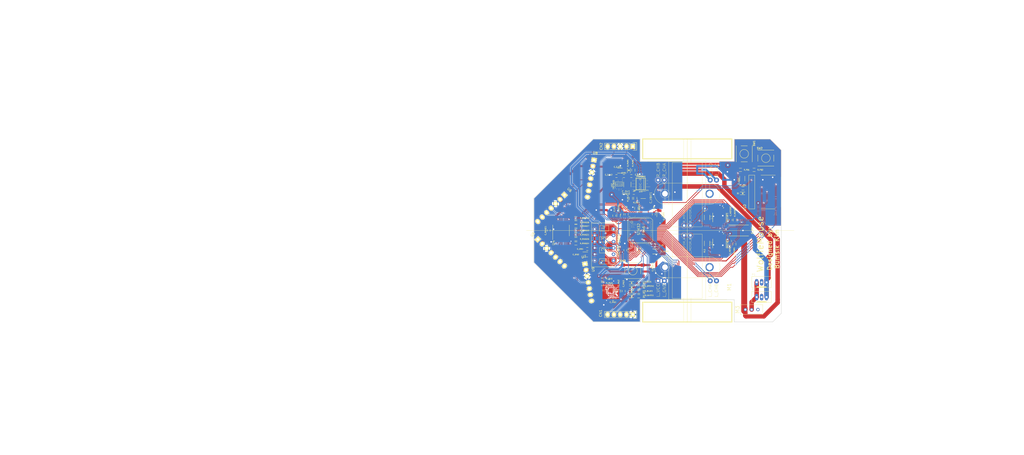
<source format=kicad_pcb>
(kicad_pcb (version 4) (host pcbnew 4.0.2-stable)
  (layers (0 F.Cu signal hide) (31 B.Cu signal hide) (34 B.Paste user) (35 F.Paste user) (36 B.SilkS user) (37 F.SilkS user) (38 B.Mask user) (39 F.Mask user) (44 Edge.Cuts user))
  (net 0 "")
  (net 1 GND)
  (net 2 "Net-(CN1-Pad2)")
  (net 3 "Net-(CN1-Pad3)")
  (net 4 USART_RX)
  (net 5 USART_TX)
  (net 6 +3V3)
  (net 7 SWCLK)
  (net 8 SWDIO)
  (net 9 RESET)
  (net 10 "Net-(CNR1-Pad1)")
  (net 11 +5V)
  (net 12 "Net-(C_IMU1-Pad1)")
  (net 13 +BATT)
  (net 14 +3.3VADC)
  (net 15 "Net-(C_VCAP1-Pad1)")
  (net 16 uSD_SCK)
  (net 17 "Net-(D1-Pad1)")
  (net 18 "Net-(D_PWR1-Pad2)")
  (net 19 "Net-(J1-Pad1)")
  (net 20 ~uSD_SS)
  (net 21 uSD_MOSI)
  (net 22 uSD_MISO)
  (net 23 "Net-(J1-Pad8)")
  (net 24 "Net-(LED_RED1-Pad2)")
  (net 25 ROT_L_CHB)
  (net 26 ROT_R_CHB)
  (net 27 "Net-(M3-PadPIN1)")
  (net 28 LED3)
  (net 29 LED4)
  (net 30 "Net-(R13-Pad1)")
  (net 31 "Net-(R14-Pad1)")
  (net 32 "Net-(R_BOOT1-Pad2)")
  (net 33 IMU_SCL)
  (net 34 IMU_SDA)
  (net 35 ~MOTOR_L_FAULT)
  (net 36 ~MOTOR_R_FAULT)
  (net 37 PB2)
  (net 38 PB1)
  (net 39 ~RANGE_RESET)
  (net 40 RANGE_SCL)
  (net 41 RANGE_SDA)
  (net 42 "Net-(R_RANGE4-Pad2)")
  (net 43 "Net-(R_RANGE5-Pad2)")
  (net 44 "Net-(R_RANGE6-Pad2)")
  (net 45 "Net-(R_RANGE7-Pad2)")
  (net 46 VOL_METER)
  (net 47 ROT_R_CHA)
  (net 48 "Net-(U1-PadPA6)")
  (net 49 MOTOR_L_PWM)
  (net 50 MOTOR_R_PWM)
  (net 51 MOTOR_L_DIR)
  (net 52 MOTOR_R_DIR)
  (net 53 ROT_L_CHA)
  (net 54 IMU_INT)
  (net 55 "Net-(U1-PadPB3)")
  (net 56 "Net-(U1-PadPB4)")
  (net 57 DIS_MOSI)
  (net 58 ~DIS_RESET)
  (net 59 DIS_SCK)
  (net 60 DIS_RS)
  (net 61 "Net-(U1-PadPC14)")
  (net 62 "Net-(U1-PadPC15)")
  (net 63 ~DIS_CE)
  (net 64 "Net-(U1-PadPH0)")
  (net 65 "Net-(U1-PadPH1)")
  (net 66 "Net-(U2-Pad9)")
  (net 67 "Net-(U3-Pad9)")
  (net 68 "Net-(U4-Pad5)")
  (net 69 "Net-(U4-Pad6)")
  (net 70 "Net-(U4-Pad8)")
  (net 71 "Net-(U4-Pad9)")
  (net 72 "Net-(U4-Pad12)")
  (net 73 "Net-(U4-Pad13)")
  (net 74 "Net-(U4-Pad15)")
  (net 75 "Net-(U4-Pad16)")
  (net 76 "Net-(U4-Pad17)")
  (net 77 "Net-(U5-Pad1)")
  (net 78 "Net-(U5-Pad6)")
  (net 79 "Net-(U5-Pad7)")
  (net 80 "Net-(U6-Pad1)")
  (net 81 "Net-(U6-Pad6)")
  (net 82 "Net-(U6-Pad7)")
  (net 83 "Net-(U7-Pad1)")
  (net 84 "Net-(U7-Pad6)")
  (net 85 "Net-(U7-Pad7)")
  (net 86 "Net-(U8-Pad1)")
  (net 87 "Net-(U8-Pad6)")
  (net 88 "Net-(U8-Pad7)")
  (net 89 "Net-(U9-PadOSC)")
  (net 90 "Net-(U10-Pad7)")
  (net 91 "Net-(U10-Pad21)")
  (net 92 "Net-(U11-Pad7)")
  (net 93 "Net-(U11-Pad8)")
  (net 94 "Net-(M1-PadL_MA)")
  (net 95 "Net-(M1-PadL_MB)")
  (net 96 "Net-(M1-PadR_MA)")
  (net 97 "Net-(M1-PadR_MB)")
  (net 98 "Net-(U9-PadD_O)")
  (net 99 "Net-(U1-PadPC1)")
  (net 100 "Net-(U1-PadPC2)")
  (net 101 "Net-(U1-PadPC3)")
  (net 102 "Net-(U1-PadPA0_)")
  (net 103 "Net-(U1-PadPA1)")
  (net 104 "Net-(U1-PadPC0)")
  (net 105 "Net-(U1-PadPD2)")
  (net 106 "Net-(LED_BLUE1-Pad2)")
  (net 107 "Net-(LED_GREEN1-Pad2)")
  (net 108 "Net-(LED_WHITE1-Pad2)")
  (net 109 LED1)
  (net 110 LED2)
  (net 111 "Net-(M3-PadPIN2)")
  (net 112 "Net-(P1-Pad2)")
  (net 113 "Net-(P2-Pad2)")
  (module footprints_micromouse:FUTURA-1.0-MOTOR-MOUNT-TEMPLATE (layer F.Cu) (at 235 90 90)
    (fp_text reference M1 (at -22.86 -19.05 90) (layer F.SilkS))
    (fp_text value MOTOR_MOUNTS_AND_ENCODERS hide)
    (fp_circle (center -14.85 -45) (end -13.45 -45) (layer B.Cu) (width 0.6))
    (fp_circle (center -14.85 -27) (end -13.45 -27) (layer B.Cu) (width 0.6))
    (fp_circle (center 14.85 -27) (end 16.25 -27) (layer B.Cu) (width 0.6))
    (fp_circle (center 14.85 -45) (end 16.25 -45) (layer B.Cu) (width 0.6))
    (fp_text user L_VCC (at -24.25 -47.75 90) (layer F.SilkS) (effects (font (size 1.2065 1.2065) (thickness 0.1016))))
    (fp_text user L_GND (at -24.25 -45.25 90) (layer F.SilkS) (effects (font (size 1.2065 1.2065) (thickness 0.1016))))
    (fp_text user L_CHA (at -24.25 -26.75 90) (layer F.SilkS) (effects (font (size 1.2065 1.2065) (thickness 0.1016))))
    (fp_text user L_CHB (at -24.25 -24.25 90) (layer F.SilkS) (effects (font (size 1.2065 1.2065) (thickness 0.1016))))
    (fp_text user R_VCC (at 24.5 -24 90) (layer F.SilkS) (effects (font (size 1.2065 1.2065) (thickness 0.1016))))
    (fp_text user R_GND (at 24.5 -26.5 90) (layer F.SilkS) (effects (font (size 1.2065 1.2065) (thickness 0.1016))))
    (fp_text user R_CHA (at 24.5 -45.25 90) (layer F.SilkS) (effects (font (size 1.2065 1.2065) (thickness 0.1016))))
    (fp_text user R_CHB (at 24.5 -47.75 90) (layer F.SilkS) (effects (font (size 1.2065 1.2065) (thickness 0.1016))))
    (fp_text user L_MOTOR_A (at -6.25 -37.25 90) (layer F.SilkS) (effects (font (size 0.77216 0.77216) (thickness 0.065024))))
    (fp_text user L_MOTOR_B (at -6.25 -34.75 90) (layer F.SilkS) (effects (font (size 0.77216 0.77216) (thickness 0.065024))))
    (fp_text user R_MOTOR_B (at 6.5 -37.25 90) (layer F.SilkS) (effects (font (size 0.77216 0.77216) (thickness 0.065024))))
    (fp_text user R_MOTOR_A (at 6.5 -34.75 90) (layer F.SilkS) (effects (font (size 0.77216 0.77216) (thickness 0.065024))))
    (pad L_CA thru_hole circle (at -20.375 -26.73 90) (size 2 2) (drill 0.95) (layers *.Cu *.Mask) (net 53 ROT_L_CHA))
    (pad L_CB thru_hole circle (at -20.375 -24.19 90) (size 2 2) (drill 0.95) (layers *.Cu *.Mask) (net 25 ROT_L_CHB))
    (pad L_GN thru_hole circle (at -20.375 -45.27 90) (size 2 2) (drill 0.95) (layers *.Cu *.Mask) (net 1 GND))
    (pad L_MA thru_hole circle (at -2 -37.27 90) (size 2 2) (drill 0.95) (layers *.Cu *.Mask) (net 94 "Net-(M1-PadL_MA)"))
    (pad L_MB thru_hole circle (at -2 -34.73 90) (size 2 2) (drill 0.95) (layers *.Cu *.Mask) (net 95 "Net-(M1-PadL_MB)"))
    (pad L_VC thru_hole circle (at -20.375 -47.81 90) (size 2 2) (drill 0.95) (layers *.Cu *.Mask) (net 11 +5V))
    (pad R_CA thru_hole circle (at 20.375 -45.27 90) (size 2 2) (drill 0.95) (layers *.Cu *.Mask) (net 47 ROT_R_CHA))
    (pad R_CB thru_hole circle (at 20.375 -47.81 90) (size 2 2) (drill 0.95) (layers *.Cu *.Mask) (net 26 ROT_R_CHB))
    (pad R_GN thru_hole circle (at 20.375 -26.73 90) (size 2 2) (drill 0.95) (layers *.Cu *.Mask) (net 1 GND))
    (pad R_MB thru_hole circle (at 2 -34.73 90) (size 2 2) (drill 0.95) (layers *.Cu *.Mask) (net 97 "Net-(M1-PadR_MB)"))
    (pad R_MA thru_hole circle (at 2 -37.27 90) (size 2 2) (drill 0.95) (layers *.Cu *.Mask) (net 96 "Net-(M1-PadR_MA)"))
    (pad R_VC thru_hole circle (at 20.375 -24.19 90) (size 2 2) (drill 0.95) (layers *.Cu *.Mask) (net 11 +5V))
    (pad "" np_thru_hole circle (at 14.85 -45 90) (size 2.286 2.286) (drill 2.286) (layers *.Cu))
    (pad "" np_thru_hole circle (at 14.85 -27 90) (size 2.286 2.286) (drill 2.286) (layers *.Cu))
    (pad "" np_thru_hole circle (at -14.85 -27 90) (size 2.286 2.286) (drill 2.286) (layers *.Cu))
    (pad "" np_thru_hole circle (at -14.85 -45 90) (size 2.286 2.286) (drill 2.286) (layers *.Cu))
  )
  (module footprints_micromouse:R_1206 (layer F.Cu) (at 207 84.75 270)
    (fp_text reference R14 (at -3 1 270) (layer F.SilkS) (effects (font (size 0.5 0.5) (thickness 0.1))))
    (fp_text value 62.5m hide)
    (pad 1 smd rect (at -1.45 0 270) (size 0.9 1.7) (layers F.Cu F.Paste F.Mask) (net 31 "Net-(R14-Pad1)"))
    (pad 2 smd rect (at 1.45 0 270) (size 0.9 1.7) (layers F.Cu F.Paste F.Mask) (net 1 GND))
  )
  (module footprints_micromouse:R_1206 (layer F.Cu) (at 207 95.25 90)
    (fp_text reference R13 (at -3 -1 90) (layer F.SilkS) (effects (font (size 0.5 0.5) (thickness 0.1))))
    (fp_text value 62.5m hide)
    (pad 1 smd rect (at -1.45 0 90) (size 0.9 1.7) (layers F.Cu F.Paste F.Mask) (net 30 "Net-(R13-Pad1)"))
    (pad 2 smd rect (at 1.45 0 90) (size 0.9 1.7) (layers F.Cu F.Paste F.Mask) (net 1 GND))
  )
  (module footprints_micromouse:C_1206 (layer F.Cu) (at 187.75 83.5 270)
    (fp_text reference C_VCAP2 (at 0.75 -1.75 270) (layer F.SilkS) (effects (font (size 0.5 0.5) (thickness 0.1))))
    (fp_text value 2.2uF hide)
    (pad 1 smd rect (at -1.5 0 270) (size 1 1.6) (layers F.Cu F.Paste F.Mask) (net 1 GND))
    (pad 2 smd rect (at 1.5 0 270) (size 1 1.6) (layers F.Cu F.Paste F.Mask) (net 1 GND))
  )
  (module footprints_micromouse:C_1206 (layer F.Cu) (at 186 98.5)
    (fp_text reference C_VCAP1 (at 4 0) (layer F.SilkS) (effects (font (size 0.5 0.5) (thickness 0.1))))
    (fp_text value 2.2uF hide)
    (pad 1 smd rect (at -1.5 0) (size 1 1.6) (layers F.Cu F.Paste F.Mask) (net 15 "Net-(C_VCAP1-Pad1)"))
    (pad 2 smd rect (at 1.5 0) (size 1 1.6) (layers F.Cu F.Paste F.Mask) (net 1 GND))
  )
  (module footprints_micromouse:C_1206 (layer F.Cu) (at 221.25 69.025 90)
    (fp_text reference C_uSD1 (at -1 -1.5 90) (layer F.SilkS) (effects (font (size 0.5 0.5) (thickness 0.1))))
    (fp_text value 10uF hide)
    (pad 1 smd rect (at -1.5 0 90) (size 1 1.6) (layers F.Cu F.Paste F.Mask) (net 6 +3V3))
    (pad 2 smd rect (at 1.5 0 90) (size 1 1.6) (layers F.Cu F.Paste F.Mask) (net 1 GND))
  )
  (module footprints_micromouse:C_1206 (layer F.Cu) (at 157.8 99.7 180)
    (fp_text reference C_DIS2 (at 3.8 -0.05 180) (layer F.SilkS) (effects (font (size 0.5 0.5) (thickness 0.1))))
    (fp_text value 10uF hide)
    (pad 1 smd rect (at -1.5 0 180) (size 1 1.6) (layers F.Cu F.Paste F.Mask) (net 11 +5V))
    (pad 2 smd rect (at 1.5 0 180) (size 1 1.6) (layers F.Cu F.Paste F.Mask) (net 1 GND))
  )
  (module footprints_micromouse:C_1206 (layer F.Cu) (at 171.8 65.8)
    (fp_text reference C_3.3V1 (at -1 -1.5) (layer F.SilkS) (effects (font (size 0.5 0.5) (thickness 0.1))))
    (fp_text value 10uF hide)
    (pad 1 smd rect (at -1.5 0) (size 1 1.6) (layers F.Cu F.Paste F.Mask) (net 6 +3V3))
    (pad 2 smd rect (at 1.5 0) (size 1 1.6) (layers F.Cu F.Paste F.Mask) (net 1 GND))
  )
  (module footprints_micromouse:R_0603 (layer F.Cu) (at 179.4 111.2 180)
    (fp_text reference R1 (at -2.1 -0.3 180) (layer F.SilkS) (effects (font (size 0.5 0.5) (thickness 0.1))))
    (fp_text value 1k hide)
    (pad 1 smd rect (at -0.75 0 180) (size 0.5 0.9) (layers F.Cu F.Paste F.Mask) (net 109 LED1))
    (pad 2 smd rect (at 0.75 0 180) (size 0.5 0.9) (layers F.Cu F.Paste F.Mask) (net 24 "Net-(LED_RED1-Pad2)"))
  )
  (module footprints_micromouse:R_0603 (layer F.Cu) (at 179.4 113 180)
    (fp_text reference R2 (at -2.1 -0.25 180) (layer F.SilkS) (effects (font (size 0.5 0.5) (thickness 0.1))))
    (fp_text value 1k hide)
    (pad 1 smd rect (at -0.75 0 180) (size 0.5 0.9) (layers F.Cu F.Paste F.Mask) (net 110 LED2))
    (pad 2 smd rect (at 0.75 0 180) (size 0.5 0.9) (layers F.Cu F.Paste F.Mask) (net 107 "Net-(LED_GREEN1-Pad2)"))
  )
  (module footprints_micromouse:R_0603 (layer F.Cu) (at 179.4 114.8 180)
    (fp_text reference R3 (at -2.1 -0.45 180) (layer F.SilkS) (effects (font (size 0.5 0.5) (thickness 0.1))))
    (fp_text value 1k hide)
    (pad 1 smd rect (at -0.75 0 180) (size 0.5 0.9) (layers F.Cu F.Paste F.Mask) (net 28 LED3))
    (pad 2 smd rect (at 0.75 0 180) (size 0.5 0.9) (layers F.Cu F.Paste F.Mask) (net 106 "Net-(LED_BLUE1-Pad2)"))
  )
  (module footprints_micromouse:R_0603 (layer F.Cu) (at 176.2 77 90)
    (fp_text reference R_VOL2 (at 0 -1.2 90) (layer F.SilkS) (effects (font (size 0.5 0.5) (thickness 0.1))))
    (fp_text value 10k hide)
    (pad 1 smd rect (at -0.75 0 90) (size 0.5 0.9) (layers F.Cu F.Paste F.Mask) (net 46 VOL_METER))
    (pad 2 smd rect (at 0.75 0 90) (size 0.5 0.9) (layers F.Cu F.Paste F.Mask) (net 1 GND))
  )
  (module footprints_micromouse:R_0603 (layer F.Cu) (at 178 77 270)
    (fp_text reference R_VOL1 (at 1.75 -0.5 360) (layer F.SilkS) (effects (font (size 0.5 0.5) (thickness 0.1))))
    (fp_text value 20k hide)
    (pad 1 smd rect (at -0.75 0 270) (size 0.5 0.9) (layers F.Cu F.Paste F.Mask) (net 13 +BATT))
    (pad 2 smd rect (at 0.75 0 270) (size 0.5 0.9) (layers F.Cu F.Paste F.Mask) (net 46 VOL_METER))
  )
  (module footprints_micromouse:R_0603 (layer F.Cu) (at 221.5 73 180)
    (fp_text reference R_uSD1 (at 0 1.25 180) (layer F.SilkS) (effects (font (size 0.5 0.5) (thickness 0.1))))
    (fp_text value 1k hide)
    (pad 1 smd rect (at -0.75 0 180) (size 0.5 0.9) (layers F.Cu F.Paste F.Mask) (net 20 ~uSD_SS))
    (pad 2 smd rect (at 0.75 0 180) (size 0.5 0.9) (layers F.Cu F.Paste F.Mask) (net 17 "Net-(D1-Pad1)"))
  )
  (module footprints_micromouse:R_0603 (layer F.Cu) (at 154 88.25 180)
    (fp_text reference R_RANGE7 (at -3.5 0 180) (layer F.SilkS) (effects (font (size 0.5 0.5) (thickness 0.1))))
    (fp_text value 10k hide)
    (pad 1 smd rect (at -0.75 0 180) (size 0.5 0.9) (layers F.Cu F.Paste F.Mask) (net 6 +3V3))
    (pad 2 smd rect (at 0.75 0 180) (size 0.5 0.9) (layers F.Cu F.Paste F.Mask) (net 45 "Net-(R_RANGE7-Pad2)"))
  )
  (module footprints_micromouse:R_0603 (layer F.Cu) (at 154 86.75 180)
    (fp_text reference R_RANGE6 (at -3.5 0 180) (layer F.SilkS) (effects (font (size 0.5 0.5) (thickness 0.1))))
    (fp_text value 10k hide)
    (pad 1 smd rect (at -0.75 0 180) (size 0.5 0.9) (layers F.Cu F.Paste F.Mask) (net 6 +3V3))
    (pad 2 smd rect (at 0.75 0 180) (size 0.5 0.9) (layers F.Cu F.Paste F.Mask) (net 44 "Net-(R_RANGE6-Pad2)"))
  )
  (module footprints_micromouse:R_0603 (layer F.Cu) (at 154 93.5 180)
    (fp_text reference R_RANGE5 (at -3.5 0 180) (layer F.SilkS) (effects (font (size 0.5 0.5) (thickness 0.1))))
    (fp_text value 10k hide)
    (pad 1 smd rect (at -0.75 0 180) (size 0.5 0.9) (layers F.Cu F.Paste F.Mask) (net 6 +3V3))
    (pad 2 smd rect (at 0.75 0 180) (size 0.5 0.9) (layers F.Cu F.Paste F.Mask) (net 43 "Net-(R_RANGE5-Pad2)"))
  )
  (module footprints_micromouse:R_0603 (layer F.Cu) (at 154 95.25 180)
    (fp_text reference R_RANGE4 (at -3.5 0 180) (layer F.SilkS) (effects (font (size 0.5 0.5) (thickness 0.1))))
    (fp_text value 10k hide)
    (pad 1 smd rect (at -0.75 0 180) (size 0.5 0.9) (layers F.Cu F.Paste F.Mask) (net 6 +3V3))
    (pad 2 smd rect (at 0.75 0 180) (size 0.5 0.9) (layers F.Cu F.Paste F.Mask) (net 42 "Net-(R_RANGE4-Pad2)"))
  )
  (module footprints_micromouse:R_0603 (layer F.Cu) (at 154 85 180)
    (fp_text reference R_RANGE3 (at -3.5 0 180) (layer F.SilkS) (effects (font (size 0.5 0.5) (thickness 0.1))))
    (fp_text value 10k hide)
    (pad 1 smd rect (at -0.75 0 180) (size 0.5 0.9) (layers F.Cu F.Paste F.Mask) (net 6 +3V3))
    (pad 2 smd rect (at 0.75 0 180) (size 0.5 0.9) (layers F.Cu F.Paste F.Mask) (net 41 RANGE_SDA))
  )
  (module footprints_micromouse:R_0603 (layer F.Cu) (at 154 90 180)
    (fp_text reference R_RANGE2 (at -3.5 0 180) (layer F.SilkS) (effects (font (size 0.5 0.5) (thickness 0.1))))
    (fp_text value 10k hide)
    (pad 1 smd rect (at -0.75 0 180) (size 0.5 0.9) (layers F.Cu F.Paste F.Mask) (net 6 +3V3))
    (pad 2 smd rect (at 0.75 0 180) (size 0.5 0.9) (layers F.Cu F.Paste F.Mask) (net 40 RANGE_SCL))
  )
  (module footprints_micromouse:R_0603 (layer F.Cu) (at 154 91.75 180)
    (fp_text reference R_RANGE1 (at -3.5 0 180) (layer F.SilkS) (effects (font (size 0.5 0.5) (thickness 0.1))))
    (fp_text value 10k hide)
    (pad 1 smd rect (at -0.75 0 180) (size 0.5 0.9) (layers F.Cu F.Paste F.Mask) (net 6 +3V3))
    (pad 2 smd rect (at 0.75 0 180) (size 0.5 0.9) (layers F.Cu F.Paste F.Mask) (net 39 ~RANGE_RESET))
  )
  (module footprints_micromouse:R_0603 (layer F.Cu) (at 177.2 65.6 90)
    (fp_text reference R_PWR1 (at 2.85 -0.2 90) (layer F.SilkS) (effects (font (size 0.5 0.5) (thickness 0.1))))
    (fp_text value 1k hide)
    (pad 1 smd rect (at -0.75 0 90) (size 0.5 0.9) (layers F.Cu F.Paste F.Mask) (net 11 +5V))
    (pad 2 smd rect (at 0.75 0 90) (size 0.5 0.9) (layers F.Cu F.Paste F.Mask) (net 18 "Net-(D_PWR1-Pad2)"))
  )
  (module footprints_micromouse:R_0603 (layer F.Cu) (at 226 65.5)
    (fp_text reference R_PB2 (at 2.5 0) (layer F.SilkS) (effects (font (size 0.5 0.5) (thickness 0.1))))
    (fp_text value 47k hide)
    (pad 1 smd rect (at -0.75 0) (size 0.5 0.9) (layers F.Cu F.Paste F.Mask) (net 37 PB2))
    (pad 2 smd rect (at 0.75 0) (size 0.5 0.9) (layers F.Cu F.Paste F.Mask) (net 1 GND))
  )
  (module footprints_micromouse:R_0603 (layer F.Cu) (at 220.5 65.5)
    (fp_text reference R_PB1 (at 2.5 0) (layer F.SilkS) (effects (font (size 0.5 0.5) (thickness 0.1))))
    (fp_text value 47k hide)
    (pad 1 smd rect (at -0.75 0) (size 0.5 0.9) (layers F.Cu F.Paste F.Mask) (net 38 PB1))
    (pad 2 smd rect (at 0.75 0) (size 0.5 0.9) (layers F.Cu F.Paste F.Mask) (net 1 GND))
  )
  (module footprints_micromouse:R_0603 (layer F.Cu) (at 218.25 85.75 90)
    (fp_text reference R_MOTOR2 (at 3.25 0 90) (layer F.SilkS) (effects (font (size 0.5 0.5) (thickness 0.1))))
    (fp_text value 10k hide)
    (pad 1 smd rect (at -0.75 0 90) (size 0.5 0.9) (layers F.Cu F.Paste F.Mask) (net 6 +3V3))
    (pad 2 smd rect (at 0.75 0 90) (size 0.5 0.9) (layers F.Cu F.Paste F.Mask) (net 36 ~MOTOR_R_FAULT))
  )
  (module footprints_micromouse:R_0603 (layer F.Cu) (at 218 95.5 90)
    (fp_text reference R_MOTOR1 (at -3.25 0 90) (layer F.SilkS) (effects (font (size 0.5 0.5) (thickness 0.1))))
    (fp_text value 10k hide)
    (pad 1 smd rect (at -0.75 0 90) (size 0.5 0.9) (layers F.Cu F.Paste F.Mask) (net 6 +3V3))
    (pad 2 smd rect (at 0.75 0 90) (size 0.5 0.9) (layers F.Cu F.Paste F.Mask) (net 35 ~MOTOR_L_FAULT))
  )
  (module footprints_micromouse:R_0603 (layer F.Cu) (at 164.7 111.65)
    (fp_text reference R_IMU2 (at 2.8 -0.4) (layer F.SilkS) (effects (font (size 0.5 0.5) (thickness 0.1))))
    (fp_text value 10k hide)
    (pad 1 smd rect (at -0.75 0) (size 0.5 0.9) (layers F.Cu F.Paste F.Mask) (net 6 +3V3))
    (pad 2 smd rect (at 0.75 0) (size 0.5 0.9) (layers F.Cu F.Paste F.Mask) (net 34 IMU_SDA))
  )
  (module footprints_micromouse:R_0603 (layer F.Cu) (at 164.7 109.9)
    (fp_text reference R_IMU1 (at 2.8 -0.4) (layer F.SilkS) (effects (font (size 0.5 0.5) (thickness 0.1))))
    (fp_text value 10k hide)
    (pad 1 smd rect (at -0.75 0) (size 0.5 0.9) (layers F.Cu F.Paste F.Mask) (net 6 +3V3))
    (pad 2 smd rect (at 0.75 0) (size 0.5 0.9) (layers F.Cu F.Paste F.Mask) (net 33 IMU_SCL))
  )
  (module footprints_micromouse:R_0603 (layer F.Cu) (at 178.4 81 270)
    (fp_text reference R_BOOT1 (at 0 -1.2 270) (layer F.SilkS) (effects (font (size 0.5 0.5) (thickness 0.1))))
    (fp_text value 10k hide)
    (pad 1 smd rect (at -0.75 0 270) (size 0.5 0.9) (layers F.Cu F.Paste F.Mask) (net 1 GND))
    (pad 2 smd rect (at 0.75 0 270) (size 0.5 0.9) (layers F.Cu F.Paste F.Mask) (net 32 "Net-(R_BOOT1-Pad2)"))
  )
  (module footprints_micromouse:R_0603 (layer F.Cu) (at 179.4 116.6 180)
    (fp_text reference R4 (at -2.1 -0.4 180) (layer F.SilkS) (effects (font (size 0.5 0.5) (thickness 0.1))))
    (fp_text value 1k hide)
    (pad 1 smd rect (at -0.75 0 180) (size 0.5 0.9) (layers F.Cu F.Paste F.Mask) (net 29 LED4))
    (pad 2 smd rect (at 0.75 0 180) (size 0.5 0.9) (layers F.Cu F.Paste F.Mask) (net 108 "Net-(LED_WHITE1-Pad2)"))
  )
  (module footprints_micromouse:R_0603 (layer F.Cu) (at 171.25 84 270)
    (fp_text reference L_BEAD1 (at -3 0 270) (layer F.SilkS) (effects (font (size 0.5 0.5) (thickness 0.1))))
    (fp_text value 10uH hide)
    (pad 1 smd rect (at -0.75 0 270) (size 0.5 0.9) (layers F.Cu F.Paste F.Mask) (net 6 +3V3))
    (pad 2 smd rect (at 0.75 0 270) (size 0.5 0.9) (layers F.Cu F.Paste F.Mask) (net 14 +3.3VADC))
  )
  (module footprints_micromouse:LED_0603 (layer F.Cu) (at 176.6 116.6)
    (fp_text reference LED_WHITE1 (at 6.65 -0.35) (layer F.SilkS) (effects (font (size 0.5 0.5) (thickness 0.1))))
    (fp_text value Led_Small hide)
    (pad 2 smd rect (at 0.7493 0 180) (size 0.79756 0.79756) (layers F.Cu F.Paste F.Mask) (net 108 "Net-(LED_WHITE1-Pad2)"))
    (pad 1 smd rect (at -0.7493 0 180) (size 0.79756 0.79756) (layers F.Cu F.Paste F.Mask) (net 1 GND))
  )
  (module footprints_micromouse:LED_0603 (layer F.Cu) (at 176.6 113)
    (fp_text reference LED_GREEN1 (at 6.65 -0.5) (layer F.SilkS) (effects (font (size 0.5 0.5) (thickness 0.1))))
    (fp_text value Led_Small hide)
    (pad 2 smd rect (at 0.7493 0 180) (size 0.79756 0.79756) (layers F.Cu F.Paste F.Mask) (net 107 "Net-(LED_GREEN1-Pad2)"))
    (pad 1 smd rect (at -0.7493 0 180) (size 0.79756 0.79756) (layers F.Cu F.Paste F.Mask) (net 1 GND))
  )
  (module footprints_micromouse:LED_0603 (layer F.Cu) (at 176.6 114.8)
    (fp_text reference LED_BLUE1 (at 6.4 -0.3) (layer F.SilkS) (effects (font (size 0.5 0.5) (thickness 0.1))))
    (fp_text value Led_Small hide)
    (pad 2 smd rect (at 0.7493 0 180) (size 0.79756 0.79756) (layers F.Cu F.Paste F.Mask) (net 106 "Net-(LED_BLUE1-Pad2)"))
    (pad 1 smd rect (at -0.7493 0 180) (size 0.79756 0.79756) (layers F.Cu F.Paste F.Mask) (net 1 GND))
  )
  (module footprints_micromouse:LED_0603 (layer F.Cu) (at 221.5 75)
    (fp_text reference D1 (at -2 0) (layer F.SilkS) (effects (font (size 0.5 0.5) (thickness 0.1))))
    (fp_text value Led_Small hide)
    (pad 2 smd rect (at 0.7493 0 180) (size 0.79756 0.79756) (layers F.Cu F.Paste F.Mask) (net 16 uSD_SCK))
    (pad 1 smd rect (at -0.7493 0 180) (size 0.79756 0.79756) (layers F.Cu F.Paste F.Mask) (net 17 "Net-(D1-Pad1)"))
  )
  (module footprints_micromouse:LED_0603 (layer F.Cu) (at 175.4 65.6 90)
    (fp_text reference D_PWR1 (at 2.85 -0.4 90) (layer F.SilkS) (effects (font (size 0.5 0.5) (thickness 0.1))))
    (fp_text value Led_Small hide)
    (pad 2 smd rect (at 0.7493 0 270) (size 0.79756 0.79756) (layers F.Cu F.Paste F.Mask) (net 18 "Net-(D_PWR1-Pad2)"))
    (pad 1 smd rect (at -0.7493 0 270) (size 0.79756 0.79756) (layers F.Cu F.Paste F.Mask) (net 1 GND))
  )
  (module footprints_micromouse:LED_0603 (layer F.Cu) (at 176.6 111.2)
    (fp_text reference LED_RED1 (at 6.15 -0.45) (layer F.SilkS) (effects (font (size 0.5 0.5) (thickness 0.1))))
    (fp_text value Led_Small hide)
    (pad 2 smd rect (at 0.7493 0 180) (size 0.79756 0.79756) (layers F.Cu F.Paste F.Mask) (net 24 "Net-(LED_RED1-Pad2)"))
    (pad 1 smd rect (at -0.7493 0 180) (size 0.79756 0.79756) (layers F.Cu F.Paste F.Mask) (net 1 GND))
  )
  (module MPU-9250:QFN-24%2f3MM (layer F.Cu) (at 168.13 114.32)
    (fp_text reference U10 (at 0 -2.408) (layer F.SilkS) (effects (font (size 0.8 0.8) (thickness 0.05))))
    (fp_text value MPU-9250 (at 0 0) (layer F.SilkS) (effects (font (size 1 0.9) (thickness 0.05))))
    (pad 1 smd rect (at -1.5 -1) (size 0.6 0.23) (layers F.Cu F.Paste F.Mask) (net 6 +3V3))
    (pad 2 smd rect (at -1.5 -0.6) (size 0.6 0.23) (layers F.Cu F.Paste F.Mask))
    (pad 3 smd rect (at -1.5 -0.2) (size 0.6 0.23) (layers F.Cu F.Paste F.Mask))
    (pad 4 smd rect (at -1.5 0.2) (size 0.6 0.23) (layers F.Cu F.Paste F.Mask))
    (pad 5 smd rect (at -1.5 0.6) (size 0.6 0.23) (layers F.Cu F.Paste F.Mask))
    (pad 6 smd rect (at -1.5 1) (size 0.6 0.23) (layers F.Cu F.Paste F.Mask))
    (pad 7 smd rect (at -1 1.5 90) (size 0.6 0.23) (layers F.Cu F.Paste F.Mask) (net 90 "Net-(U10-Pad7)"))
    (pad 8 smd rect (at -0.6 1.5 90) (size 0.6 0.23) (layers F.Cu F.Paste F.Mask) (net 6 +3V3))
    (pad 9 smd rect (at -0.2 1.5 90) (size 0.6 0.23) (layers F.Cu F.Paste F.Mask) (net 1 GND))
    (pad 10 smd rect (at 0.2 1.5 90) (size 0.6 0.23) (layers F.Cu F.Paste F.Mask) (net 12 "Net-(C_IMU1-Pad1)"))
    (pad 11 smd rect (at 0.6 1.5 90) (size 0.6 0.23) (layers F.Cu F.Paste F.Mask) (net 1 GND))
    (pad 12 smd rect (at 1 1.5 90) (size 0.6 0.23) (layers F.Cu F.Paste F.Mask) (net 54 IMU_INT))
    (pad 13 smd rect (at 1.5 1 180) (size 0.6 0.23) (layers F.Cu F.Paste F.Mask) (net 6 +3V3))
    (pad 14 smd rect (at 1.5 0.6 180) (size 0.6 0.23) (layers F.Cu F.Paste F.Mask))
    (pad 15 smd rect (at 1.5 0.2 180) (size 0.6 0.23) (layers F.Cu F.Paste F.Mask))
    (pad 16 smd rect (at 1.5 -0.2 180) (size 0.6 0.23) (layers F.Cu F.Paste F.Mask))
    (pad 17 smd rect (at 1.5 -0.6 180) (size 0.6 0.23) (layers F.Cu F.Paste F.Mask))
    (pad 18 smd rect (at 1.5 -1 180) (size 0.6 0.23) (layers F.Cu F.Paste F.Mask) (net 1 GND))
    (pad 19 smd rect (at 1 -1.5 270) (size 0.6 0.23) (layers F.Cu F.Paste F.Mask))
    (pad 20 smd rect (at 0.6 -1.5 270) (size 0.6 0.23) (layers F.Cu F.Paste F.Mask) (net 1 GND))
    (pad 21 smd rect (at 0.2 -1.5 270) (size 0.6 0.23) (layers F.Cu F.Paste F.Mask) (net 91 "Net-(U10-Pad21)"))
    (pad 22 smd rect (at -0.2 -1.5 270) (size 0.6 0.23) (layers F.Cu F.Paste F.Mask) (net 1 GND))
    (pad 23 smd rect (at -0.6 -1.5 270) (size 0.6 0.23) (layers F.Cu F.Paste F.Mask) (net 33 IMU_SCL))
    (pad 24 smd rect (at -1 -1.5 270) (size 0.6 0.23) (layers F.Cu F.Paste F.Mask) (net 34 IMU_SDA))
  )
  (module footprints_micromouse:STM32F446_LQFP64 (layer F.Cu) (at 180 90 270)
    (fp_text reference U1 (at 8 0.5 270) (layer F.SilkS))
    (fp_text value STM32F446RE_LQFP64 hide)
    (fp_text user STM32 (at 2 0 270) (layer F.SilkS) (effects (font (size 1.01346 1.01346) (thickness 0.128016)) (justify left bottom)))
    (fp_text user F446 (at 2 -2 270) (layer F.SilkS) (effects (font (size 1.01346 1.01346) (thickness 0.128016)) (justify left bottom)))
    (fp_text user VBAT (at -3.6 4.8 360) (layer F.SilkS) (effects (font (size 0.2413 0.2413) (thickness 0.02032)) (justify left bottom)))
    (fp_text user PC13 (at -3.1 4.8 360) (layer F.SilkS) (effects (font (size 0.2413 0.2413) (thickness 0.02032)) (justify left bottom)))
    (fp_text user PC14-OSC32_IN (at -2.6 4.8 360) (layer F.SilkS) (effects (font (size 0.2413 0.2413) (thickness 0.02032)) (justify left bottom)))
    (fp_text user PC15-OSC32_OUT (at -2.1 4.8 360) (layer F.SilkS) (effects (font (size 0.2413 0.2413) (thickness 0.02032)) (justify left bottom)))
    (fp_text user PH0-OSC_IN (at -1.6 4.8 360) (layer F.SilkS) (effects (font (size 0.2413 0.2413) (thickness 0.02032)) (justify left bottom)))
    (fp_text user PH1-OSC_OUT (at -1.1 4.8 360) (layer F.SilkS) (effects (font (size 0.2413 0.2413) (thickness 0.02032)) (justify left bottom)))
    (fp_text user NRST (at -0.6 4.8 360) (layer F.SilkS) (effects (font (size 0.2413 0.2413) (thickness 0.02032)) (justify left bottom)))
    (fp_text user PC0 (at -0.1 4.8 360) (layer F.SilkS) (effects (font (size 0.2413 0.2413) (thickness 0.02032)) (justify left bottom)))
    (fp_text user PC1 (at 0.4 4.8 360) (layer F.SilkS) (effects (font (size 0.2413 0.2413) (thickness 0.02032)) (justify left bottom)))
    (fp_text user PC2 (at 0.9 4.8 360) (layer F.SilkS) (effects (font (size 0.2413 0.2413) (thickness 0.02032)) (justify left bottom)))
    (fp_text user PC3 (at 1.4 4.8 360) (layer F.SilkS) (effects (font (size 0.2413 0.2413) (thickness 0.02032)) (justify left bottom)))
    (fp_text user VSSA (at 1.9 4.8 360) (layer F.SilkS) (effects (font (size 0.2413 0.2413) (thickness 0.02032)) (justify left bottom)))
    (fp_text user VDDA (at 2.4 4.8 360) (layer F.SilkS) (effects (font (size 0.2413 0.2413) (thickness 0.02032)) (justify left bottom)))
    (fp_text user PA0_WKUP (at 2.9 4.8 360) (layer F.SilkS) (effects (font (size 0.2413 0.2413) (thickness 0.02032)) (justify left bottom)))
    (fp_text user PA1 (at 3.4 4.8 360) (layer F.SilkS) (effects (font (size 0.2413 0.2413) (thickness 0.02032)) (justify left bottom)))
    (fp_text user PA2 (at 3.9 4.8 360) (layer F.SilkS) (effects (font (size 0.2413 0.2413) (thickness 0.02032)) (justify left bottom)))
    (fp_text user PA3 (at 4.8 3.6 270) (layer F.SilkS) (effects (font (size 0.2413 0.2413) (thickness 0.02032)) (justify right top)))
    (fp_text user VSS (at 4.8 3.1 270) (layer F.SilkS) (effects (font (size 0.2413 0.2413) (thickness 0.02032)) (justify right top)))
    (fp_text user VDD (at 4.8 2.6 270) (layer F.SilkS) (effects (font (size 0.2413 0.2413) (thickness 0.02032)) (justify right top)))
    (fp_text user PA4 (at 4.8 2.1 270) (layer F.SilkS) (effects (font (size 0.2413 0.2413) (thickness 0.02032)) (justify right top)))
    (fp_text user PA5 (at 4.8 1.6 270) (layer F.SilkS) (effects (font (size 0.2413 0.2413) (thickness 0.02032)) (justify right top)))
    (fp_text user PA6 (at 4.8 1.1 270) (layer F.SilkS) (effects (font (size 0.2413 0.2413) (thickness 0.02032)) (justify right top)))
    (fp_text user PA7 (at 4.8 0.6 270) (layer F.SilkS) (effects (font (size 0.2413 0.2413) (thickness 0.02032)) (justify right top)))
    (fp_text user PC4 (at 4.8 0.1 270) (layer F.SilkS) (effects (font (size 0.2413 0.2413) (thickness 0.02032)) (justify right top)))
    (fp_text user PC5 (at 4.8 -0.4 270) (layer F.SilkS) (effects (font (size 0.2413 0.2413) (thickness 0.02032)) (justify right top)))
    (fp_text user PB0 (at 4.8 -0.9 270) (layer F.SilkS) (effects (font (size 0.2413 0.2413) (thickness 0.02032)) (justify right top)))
    (fp_text user PB1 (at 4.8 -1.4 270) (layer F.SilkS) (effects (font (size 0.2413 0.2413) (thickness 0.02032)) (justify right top)))
    (fp_text user PB2 (at 4.8 -1.9 270) (layer F.SilkS) (effects (font (size 0.2413 0.2413) (thickness 0.02032)) (justify right top)))
    (fp_text user PB10 (at 4.8 -2.4 270) (layer F.SilkS) (effects (font (size 0.2413 0.2413) (thickness 0.02032)) (justify right top)))
    (fp_text user PB11 (at 4.8 -2.9 270) (layer F.SilkS) (effects (font (size 0.2413 0.2413) (thickness 0.02032)) (justify right top)))
    (fp_text user VCAP_1 (at 4.8 -3.4 270) (layer F.SilkS) (effects (font (size 0.2413 0.2413) (thickness 0.02032)) (justify right top)))
    (fp_text user VDD (at 4.8 -3.9 270) (layer F.SilkS) (effects (font (size 0.2413 0.2413) (thickness 0.02032)) (justify right top)))
    (fp_text user PB12 (at 3.6 -4.8 360) (layer F.SilkS) (effects (font (size 0.2413 0.2413) (thickness 0.02032)) (justify right top)))
    (fp_text user PB13 (at 3.1 -4.8 360) (layer F.SilkS) (effects (font (size 0.2413 0.2413) (thickness 0.02032)) (justify right top)))
    (fp_text user PB14 (at 2.6 -4.8 360) (layer F.SilkS) (effects (font (size 0.2413 0.2413) (thickness 0.02032)) (justify right top)))
    (fp_text user PB15 (at 2.1 -4.8 360) (layer F.SilkS) (effects (font (size 0.2413 0.2413) (thickness 0.02032)) (justify right top)))
    (fp_text user PC6 (at 1.6 -4.8 360) (layer F.SilkS) (effects (font (size 0.2413 0.2413) (thickness 0.02032)) (justify right top)))
    (fp_text user PC7 (at 1.1 -4.8 360) (layer F.SilkS) (effects (font (size 0.2413 0.2413) (thickness 0.02032)) (justify right top)))
    (fp_text user PC8 (at 0.6 -4.8 360) (layer F.SilkS) (effects (font (size 0.2413 0.2413) (thickness 0.02032)) (justify right top)))
    (fp_text user PC9 (at 0.1 -4.8 360) (layer F.SilkS) (effects (font (size 0.2413 0.2413) (thickness 0.02032)) (justify right top)))
    (fp_text user PA8 (at -0.4 -4.8 360) (layer F.SilkS) (effects (font (size 0.2413 0.2413) (thickness 0.02032)) (justify right top)))
    (fp_text user PA9 (at -0.9 -4.8 360) (layer F.SilkS) (effects (font (size 0.2413 0.2413) (thickness 0.02032)) (justify right top)))
    (fp_text user PA10 (at -1.4 -4.8 360) (layer F.SilkS) (effects (font (size 0.2413 0.2413) (thickness 0.02032)) (justify right top)))
    (fp_text user PA11 (at -1.9 -4.8 360) (layer F.SilkS) (effects (font (size 0.2413 0.2413) (thickness 0.02032)) (justify right top)))
    (fp_text user PA12 (at -2.4 -4.8 360) (layer F.SilkS) (effects (font (size 0.2413 0.2413) (thickness 0.02032)) (justify right top)))
    (fp_text user PA13 (at -2.9 -4.8 360) (layer F.SilkS) (effects (font (size 0.2413 0.2413) (thickness 0.02032)) (justify right top)))
    (fp_text user VCAP_2 (at -3.4 -4.8 360) (layer F.SilkS) (effects (font (size 0.2413 0.2413) (thickness 0.02032)) (justify right top)))
    (fp_text user VDD (at -3.9 -4.8 360) (layer F.SilkS) (effects (font (size 0.2413 0.2413) (thickness 0.02032)) (justify right top)))
    (fp_text user PA14 (at -4.8 -3.6 270) (layer F.SilkS) (effects (font (size 0.2413 0.2413) (thickness 0.02032)) (justify left bottom)))
    (fp_text user PA15 (at -4.8 -3.1 270) (layer F.SilkS) (effects (font (size 0.2413 0.2413) (thickness 0.02032)) (justify left bottom)))
    (fp_text user PC10 (at -4.8 -2.6 270) (layer F.SilkS) (effects (font (size 0.2413 0.2413) (thickness 0.02032)) (justify left bottom)))
    (fp_text user PC11 (at -4.8 -2.1 270) (layer F.SilkS) (effects (font (size 0.2413 0.2413) (thickness 0.02032)) (justify left bottom)))
    (fp_text user PC12 (at -4.8 -1.6 270) (layer F.SilkS) (effects (font (size 0.2413 0.2413) (thickness 0.02032)) (justify left bottom)))
    (fp_text user PD2 (at -4.8 -1.1 270) (layer F.SilkS) (effects (font (size 0.2413 0.2413) (thickness 0.02032)) (justify left bottom)))
    (fp_text user PB3 (at -4.8 -0.6 270) (layer F.SilkS) (effects (font (size 0.2413 0.2413) (thickness 0.02032)) (justify left bottom)))
    (fp_text user PB4 (at -4.8 -0.1 270) (layer F.SilkS) (effects (font (size 0.2413 0.2413) (thickness 0.02032)) (justify left bottom)))
    (fp_text user PB5 (at -4.8 0.4 270) (layer F.SilkS) (effects (font (size 0.2413 0.2413) (thickness 0.02032)) (justify left bottom)))
    (fp_text user PB6 (at -4.8 0.9 270) (layer F.SilkS) (effects (font (size 0.2413 0.2413) (thickness 0.02032)) (justify left bottom)))
    (fp_text user PB7 (at -4.8 1.4 270) (layer F.SilkS) (effects (font (size 0.2413 0.2413) (thickness 0.02032)) (justify left bottom)))
    (fp_text user BOOT0 (at -4.8 1.9 270) (layer F.SilkS) (effects (font (size 0.2413 0.2413) (thickness 0.02032)) (justify left bottom)))
    (fp_text user PB8 (at -4.8 2.4 270) (layer F.SilkS) (effects (font (size 0.2413 0.2413) (thickness 0.02032)) (justify left bottom)))
    (fp_text user PB9 (at -4.8 2.9 270) (layer F.SilkS) (effects (font (size 0.2413 0.2413) (thickness 0.02032)) (justify left bottom)))
    (fp_text user VSS (at -4.8 3.4 270) (layer F.SilkS) (effects (font (size 0.2413 0.2413) (thickness 0.02032)) (justify left bottom)))
    (fp_text user VDD (at -4.8 3.9 270) (layer F.SilkS) (effects (font (size 0.2413 0.2413) (thickness 0.02032)) (justify left bottom)))
    (fp_text user 1 (at -4.572 5.842 270) (layer F.SilkS) (effects (font (size 0.4826 0.4826) (thickness 0.04064)) (justify left bottom)))
    (fp_text user 64 (at -5.334 4.826 360) (layer F.SilkS) (effects (font (size 0.4826 0.4826) (thickness 0.04064)) (justify left bottom)))
    (pad BOOT smd rect (at -5.750063 1.750063 270) (size 1.2 0.3) (layers F.Cu F.Paste F.Mask) (net 32 "Net-(R_BOOT1-Pad2)"))
    (pad NRST smd rect (at -0.750063 5.750063) (size 1.2 0.3) (layers F.Cu F.Paste F.Mask) (net 9 RESET))
    (pad PA0_ smd rect (at 2.749938 5.750063) (size 1.2 0.3) (layers F.Cu F.Paste F.Mask) (net 102 "Net-(U1-PadPA0_)"))
    (pad PA1 smd rect (at 3.249938 5.750063) (size 1.2 0.3) (layers F.Cu F.Paste F.Mask) (net 103 "Net-(U1-PadPA1)"))
    (pad PA2 smd rect (at 3.749938 5.750063) (size 1.2 0.3) (layers F.Cu F.Paste F.Mask) (net 5 USART_TX))
    (pad PA3 smd rect (at 5.749938 3.750063 270) (size 1.2 0.3) (layers F.Cu F.Paste F.Mask) (net 4 USART_RX))
    (pad PA4 smd rect (at 5.749938 2.250063 270) (size 1.2 0.3) (layers F.Cu F.Paste F.Mask) (net 63 ~DIS_CE))
    (pad PA5 smd rect (at 5.749938 1.750063 270) (size 1.2 0.3) (layers F.Cu F.Paste F.Mask) (net 59 DIS_SCK))
    (pad PA6 smd rect (at 5.749938 1.250063 270) (size 1.2 0.3) (layers F.Cu F.Paste F.Mask) (net 48 "Net-(U1-PadPA6)"))
    (pad PA7 smd rect (at 5.749938 0.750063 270) (size 1.2 0.3) (layers F.Cu F.Paste F.Mask) (net 57 DIS_MOSI))
    (pad PA8 smd rect (at -0.250063 -5.749938) (size 1.2 0.3) (layers F.Cu F.Paste F.Mask) (net 49 MOTOR_L_PWM))
    (pad PA9 smd rect (at -0.750063 -5.749938) (size 1.2 0.3) (layers F.Cu F.Paste F.Mask) (net 36 ~MOTOR_R_FAULT))
    (pad PA10 smd rect (at -1.250063 -5.749938) (size 1.2 0.3) (layers F.Cu F.Paste F.Mask) (net 52 MOTOR_R_DIR))
    (pad PA11 smd rect (at -1.750063 -5.749938) (size 1.2 0.3) (layers F.Cu F.Paste F.Mask) (net 50 MOTOR_R_PWM))
    (pad PA12 smd rect (at -2.250063 -5.749938) (size 1.2 0.3) (layers F.Cu F.Paste F.Mask) (net 37 PB2))
    (pad PA13 smd rect (at -2.750063 -5.749938) (size 1.2 0.3) (layers F.Cu F.Paste F.Mask) (net 8 SWDIO))
    (pad PA14 smd rect (at -5.750063 -3.749938 270) (size 1.2 0.3) (layers F.Cu F.Paste F.Mask) (net 7 SWCLK))
    (pad PA15 smd rect (at -5.750063 -3.249938 270) (size 1.2 0.3) (layers F.Cu F.Paste F.Mask) (net 38 PB1))
    (pad PB0 smd rect (at 5.749938 -0.749938 270) (size 1.2 0.3) (layers F.Cu F.Paste F.Mask) (net 110 LED2))
    (pad PB1 smd rect (at 5.749938 -1.249938 270) (size 1.2 0.3) (layers F.Cu F.Paste F.Mask) (net 109 LED1))
    (pad PB2 smd rect (at 5.749938 -1.749938 270) (size 1.2 0.3) (layers F.Cu F.Paste F.Mask) (net 54 IMU_INT))
    (pad PB3 smd rect (at -5.750063 -0.749938 270) (size 1.2 0.3) (layers F.Cu F.Paste F.Mask) (net 55 "Net-(U1-PadPB3)"))
    (pad PB4 smd rect (at -5.750063 -0.249938 270) (size 1.2 0.3) (layers F.Cu F.Paste F.Mask) (net 56 "Net-(U1-PadPB4)"))
    (pad PB5 smd rect (at -5.750063 0.250063 270) (size 1.2 0.3) (layers F.Cu F.Paste F.Mask) (net 46 VOL_METER))
    (pad PB6 smd rect (at -5.750063 0.750063 270) (size 1.2 0.3) (layers F.Cu F.Paste F.Mask) (net 47 ROT_R_CHA))
    (pad PB7 smd rect (at -5.750063 1.250063 270) (size 1.2 0.3) (layers F.Cu F.Paste F.Mask) (net 26 ROT_R_CHB))
    (pad PB8 smd rect (at -5.750063 2.250063 270) (size 1.2 0.3) (layers F.Cu F.Paste F.Mask) (net 40 RANGE_SCL))
    (pad PB9 smd rect (at -5.750063 2.750063 270) (size 1.2 0.3) (layers F.Cu F.Paste F.Mask) (net 41 RANGE_SDA))
    (pad PB10 smd rect (at 5.749938 -2.249938 270) (size 1.2 0.3) (layers F.Cu F.Paste F.Mask) (net 33 IMU_SCL))
    (pad PB11 smd rect (at 5.749938 -2.749938 270) (size 1.2 0.3) (layers F.Cu F.Paste F.Mask) (net 15 "Net-(C_VCAP1-Pad1)"))
    (pad PB12 smd rect (at 3.749938 -5.749938) (size 1.2 0.3) (layers F.Cu F.Paste F.Mask) (net 20 ~uSD_SS))
    (pad PB13 smd rect (at 3.249938 -5.749938) (size 1.2 0.3) (layers F.Cu F.Paste F.Mask) (net 16 uSD_SCK))
    (pad PB14 smd rect (at 2.749938 -5.749938) (size 1.2 0.3) (layers F.Cu F.Paste F.Mask) (net 22 uSD_MISO))
    (pad PB15 smd rect (at 2.249938 -5.749938) (size 1.2 0.3) (layers F.Cu F.Paste F.Mask) (net 21 uSD_MOSI))
    (pad PC0 smd rect (at -0.250063 5.750063) (size 1.2 0.3) (layers F.Cu F.Paste F.Mask) (net 104 "Net-(U1-PadPC0)"))
    (pad PC1 smd rect (at 0.249938 5.750063) (size 1.2 0.3) (layers F.Cu F.Paste F.Mask) (net 99 "Net-(U1-PadPC1)"))
    (pad PC2 smd rect (at 0.749938 5.750063) (size 1.2 0.3) (layers F.Cu F.Paste F.Mask) (net 100 "Net-(U1-PadPC2)"))
    (pad PC3 smd rect (at 1.249938 5.750063) (size 1.2 0.3) (layers F.Cu F.Paste F.Mask) (net 101 "Net-(U1-PadPC3)"))
    (pad PC4 smd rect (at 5.749938 0.250063 270) (size 1.2 0.3) (layers F.Cu F.Paste F.Mask) (net 60 DIS_RS))
    (pad PC5 smd rect (at 5.749938 -0.249938 270) (size 1.2 0.3) (layers F.Cu F.Paste F.Mask) (net 58 ~DIS_RESET))
    (pad PC6 smd rect (at 1.749938 -5.749938) (size 1.2 0.3) (layers F.Cu F.Paste F.Mask) (net 53 ROT_L_CHA))
    (pad PC7 smd rect (at 1.249938 -5.749938) (size 1.2 0.3) (layers F.Cu F.Paste F.Mask) (net 25 ROT_L_CHB))
    (pad PC8 smd rect (at 0.749938 -5.749938) (size 1.2 0.3) (layers F.Cu F.Paste F.Mask) (net 35 ~MOTOR_L_FAULT))
    (pad PC9 smd rect (at 0.249938 -5.749938) (size 1.2 0.3) (layers F.Cu F.Paste F.Mask) (net 51 MOTOR_L_DIR))
    (pad PC10 smd rect (at -5.750063 -2.749938 270) (size 1.2 0.3) (layers F.Cu F.Paste F.Mask) (net 29 LED4))
    (pad PC11 smd rect (at -5.750063 -2.249938 270) (size 1.2 0.3) (layers F.Cu F.Paste F.Mask) (net 28 LED3))
    (pad PC12 smd rect (at -5.750063 -1.749938 270) (size 1.2 0.3) (layers F.Cu F.Paste F.Mask) (net 34 IMU_SDA))
    (pad PC13 smd rect (at -3.250063 5.750063) (size 1.2 0.3) (layers F.Cu F.Paste F.Mask) (net 39 ~RANGE_RESET))
    (pad PC14 smd rect (at -2.750063 5.750063) (size 1.2 0.3) (layers F.Cu F.Paste F.Mask) (net 61 "Net-(U1-PadPC14)"))
    (pad PC15 smd rect (at -2.250063 5.750063) (size 1.2 0.3) (layers F.Cu F.Paste F.Mask) (net 62 "Net-(U1-PadPC15)"))
    (pad PD2 smd rect (at -5.750063 -1.249938 270) (size 1.2 0.3) (layers F.Cu F.Paste F.Mask) (net 105 "Net-(U1-PadPD2)"))
    (pad PH0 smd rect (at -1.750063 5.750063) (size 1.2 0.3) (layers F.Cu F.Paste F.Mask) (net 64 "Net-(U1-PadPH0)"))
    (pad PH1 smd rect (at -1.250063 5.750063) (size 1.2 0.3) (layers F.Cu F.Paste F.Mask) (net 65 "Net-(U1-PadPH1)"))
    (pad VBAT smd rect (at -3.750063 5.750063) (size 1.2 0.3) (layers F.Cu F.Paste F.Mask) (net 6 +3V3))
    (pad VCAP smd rect (at 5.749938 -3.249938 270) (size 1.2 0.3) (layers F.Cu F.Paste F.Mask) (net 1 GND))
    (pad VCAP smd rect (at -3.250063 -5.749938) (size 1.2 0.3) (layers F.Cu F.Paste F.Mask) (net 1 GND))
    (pad VDDA smd rect (at 2.249938 5.750063) (size 1.2 0.3) (layers F.Cu F.Paste F.Mask) (net 14 +3.3VADC))
    (pad VDD_ smd rect (at 5.749938 2.750063 270) (size 1.2 0.3) (layers F.Cu F.Paste F.Mask) (net 6 +3V3))
    (pad VDD_ smd rect (at 5.749938 -3.749938 270) (size 1.2 0.3) (layers F.Cu F.Paste F.Mask) (net 6 +3V3))
    (pad VDD_ smd rect (at -3.750063 -5.749938) (size 1.2 0.3) (layers F.Cu F.Paste F.Mask) (net 6 +3V3))
    (pad VDD_ smd rect (at -5.750063 3.750063 270) (size 1.2 0.3) (layers F.Cu F.Paste F.Mask) (net 6 +3V3))
    (pad VSSA smd rect (at 1.749938 5.750063) (size 1.2 0.3) (layers F.Cu F.Paste F.Mask) (net 1 GND))
    (pad VSS_ smd rect (at 5.749938 3.250063 270) (size 1.2 0.3) (layers F.Cu F.Paste F.Mask) (net 1 GND))
    (pad VSS_ smd rect (at -5.750063 3.250063 270) (size 1.2 0.3) (layers F.Cu F.Paste F.Mask) (net 1 GND))
  )
  (module footprints_micromouse:TSSOP-20_4.4x6.5mm_Pitch0.65mm (layer F.Cu) (at 148 90 90)
    (fp_text reference U4 (at -5 -3 90) (layer F.SilkS))
    (fp_text value TCA9545A)
    (pad 1 smd rect (at -2.95 -2.925 90) (size 1.45 0.45) (layers F.Cu F.Paste F.Mask) (net 1 GND))
    (pad 2 smd rect (at -2.95 -2.275 90) (size 1.45 0.45) (layers F.Cu F.Paste F.Mask) (net 1 GND))
    (pad 3 smd rect (at -2.95 -1.625 90) (size 1.45 0.45) (layers F.Cu F.Paste F.Mask) (net 39 ~RANGE_RESET))
    (pad 4 smd rect (at -2.95 -0.975 90) (size 1.45 0.45) (layers F.Cu F.Paste F.Mask) (net 42 "Net-(R_RANGE4-Pad2)"))
    (pad 5 smd rect (at -2.95 -0.325 90) (size 1.45 0.45) (layers F.Cu F.Paste F.Mask) (net 68 "Net-(U4-Pad5)"))
    (pad 6 smd rect (at -2.95 0.325 90) (size 1.45 0.45) (layers F.Cu F.Paste F.Mask) (net 69 "Net-(U4-Pad6)"))
    (pad 7 smd rect (at -2.95 0.975 90) (size 1.45 0.45) (layers F.Cu F.Paste F.Mask) (net 43 "Net-(R_RANGE5-Pad2)"))
    (pad 8 smd rect (at -2.95 1.625 90) (size 1.45 0.45) (layers F.Cu F.Paste F.Mask) (net 70 "Net-(U4-Pad8)"))
    (pad 9 smd rect (at -2.95 2.275 90) (size 1.45 0.45) (layers F.Cu F.Paste F.Mask) (net 71 "Net-(U4-Pad9)"))
    (pad 10 smd rect (at -2.95 2.925 90) (size 1.45 0.45) (layers F.Cu F.Paste F.Mask) (net 1 GND))
    (pad 11 smd rect (at 2.95 2.925 90) (size 1.45 0.45) (layers F.Cu F.Paste F.Mask) (net 44 "Net-(R_RANGE6-Pad2)"))
    (pad 12 smd rect (at 2.95 2.275 90) (size 1.45 0.45) (layers F.Cu F.Paste F.Mask) (net 72 "Net-(U4-Pad12)"))
    (pad 13 smd rect (at 2.95 1.625 90) (size 1.45 0.45) (layers F.Cu F.Paste F.Mask) (net 73 "Net-(U4-Pad13)"))
    (pad 14 smd rect (at 2.95 0.975 90) (size 1.45 0.45) (layers F.Cu F.Paste F.Mask) (net 45 "Net-(R_RANGE7-Pad2)"))
    (pad 15 smd rect (at 2.95 0.325 90) (size 1.45 0.45) (layers F.Cu F.Paste F.Mask) (net 74 "Net-(U4-Pad15)"))
    (pad 16 smd rect (at 2.95 -0.325 90) (size 1.45 0.45) (layers F.Cu F.Paste F.Mask) (net 75 "Net-(U4-Pad16)"))
    (pad 17 smd rect (at 2.95 -0.975 90) (size 1.45 0.45) (layers F.Cu F.Paste F.Mask) (net 76 "Net-(U4-Pad17)"))
    (pad 18 smd rect (at 2.95 -1.625 90) (size 1.45 0.45) (layers F.Cu F.Paste F.Mask) (net 40 RANGE_SCL))
    (pad 19 smd rect (at 2.95 -2.275 90) (size 1.45 0.45) (layers F.Cu F.Paste F.Mask) (net 41 RANGE_SDA))
    (pad 20 smd rect (at 2.95 -2.925 90) (size 1.45 0.45) (layers F.Cu F.Paste F.Mask) (net 6 +3V3))
  )
  (module footprints_micromouse:2.54MM-SLIDE-SWITCH_TS02_SWITCH (layer F.Cu) (at 225 122 270)
    (fp_text reference M3 (at 0 5.75 270) (layer F.SilkS))
    (fp_text value 2.54MM-SLIDE-SWITCH_TS02_SWITCH hide)
    (pad PIN1 thru_hole circle (at 0 -2.54 270) (size 1.308 1.308) (drill 0.8) (layers *.Cu *.Mask) (net 27 "Net-(M3-PadPIN1)"))
    (pad PIN2 thru_hole circle (at 0 0 270) (size 1.308 1.308) (drill 0.8) (layers *.Cu *.Mask) (net 111 "Net-(M3-PadPIN2)"))
    (pad PIN3 thru_hole circle (at 0 2.54 270) (size 1.308 1.308) (drill 0.8) (layers *.Cu *.Mask) (net 13 +BATT))
  )
  (module footprints_micromouse:JST_B3B-PH_HEADER (layer F.Cu) (at 229 111)
    (fp_text reference P1 (at -3.9725 -2.6825) (layer F.SilkS) (effects (font (size 0.77216 0.77216) (thickness 0.065024)) (justify left bottom)))
    (fp_text value B3B-PH-SM4-TB hide)
    (fp_text user 1 (at 2.145 1.635) (layer F.SilkS) (effects (font (size 0.77216 0.77216) (thickness 0.065024)) (justify left bottom)))
    (pad 3 thru_hole oval (at -1.9725 -0.0475 90) (size 2.616 1.308) (drill 0.8) (layers *.Cu *.Mask) (net 111 "Net-(M3-PadPIN2)"))
    (pad 2 thru_hole oval (at 0.0275 -0.0475 90) (size 2.616 1.308) (drill 0.8) (layers *.Cu *.Mask) (net 112 "Net-(P1-Pad2)"))
    (pad 1 thru_hole oval (at 2.0275 -0.0475 90) (size 2.616 1.308) (drill 0.8) (layers *.Cu *.Mask) (net 1 GND))
  )
  (module footprints_micromouse:JST_B3B-PH_HEADER (layer F.Cu) (at 229 117)
    (fp_text reference P2 (at -3.9725 -2.6825) (layer F.SilkS) (effects (font (size 0.77216 0.77216) (thickness 0.065024)) (justify left bottom)))
    (fp_text value B3B-PH-SM4-TB hide)
    (fp_text user 1 (at 2.145 1.635) (layer F.SilkS) (effects (font (size 0.77216 0.77216) (thickness 0.065024)) (justify left bottom)))
    (pad 3 thru_hole oval (at -1.9725 -0.0475 90) (size 2.616 1.308) (drill 0.8) (layers *.Cu *.Mask) (net 111 "Net-(M3-PadPIN2)"))
    (pad 2 thru_hole oval (at 0.0275 -0.0475 90) (size 2.616 1.308) (drill 0.8) (layers *.Cu *.Mask) (net 113 "Net-(P2-Pad2)"))
    (pad 1 thru_hole oval (at 2.0275 -0.0475 90) (size 2.616 1.308) (drill 0.8) (layers *.Cu *.Mask) (net 1 GND))
  )
  (module footprints_micromouse:SW_SPST_PTS645 (layer F.Cu) (at 177 106.25)
    (fp_text reference SW3 (at -4 -4) (layer F.SilkS) (effects (font (size 0.75 0.75))))
    (fp_text value SWITCH_DPST hide)
    (pad 2 smd rect (at -3.975 2.25) (size 1.55 1.3) (layers F.Cu F.Paste F.Mask) (net 1 GND))
    (pad 1 smd rect (at -3.975 -2.25) (size 1.55 1.3) (layers F.Cu F.Paste F.Mask) (net 9 RESET))
    (pad 1 smd rect (at 3.975 -2.25) (size 1.55 1.3) (layers F.Cu F.Paste F.Mask) (net 9 RESET))
    (pad 2 smd rect (at 3.975 2.25) (size 1.55 1.3) (layers F.Cu F.Paste F.Mask) (net 1 GND))
  )
  (module footprints_micromouse:SW_SPST_PTS645 (layer F.Cu) (at 230.75 60.75 180)
    (fp_text reference SW2 (at 2.5 4 180) (layer F.SilkS) (effects (font (size 0.75 0.75))))
    (fp_text value SWITCH_DPST hide)
    (pad 2 smd rect (at -3.975 2.25 180) (size 1.55 1.3) (layers F.Cu F.Paste F.Mask) (net 6 +3V3))
    (pad 1 smd rect (at -3.975 -2.25 180) (size 1.55 1.3) (layers F.Cu F.Paste F.Mask) (net 37 PB2))
    (pad 1 smd rect (at 3.975 -2.25 180) (size 1.55 1.3) (layers F.Cu F.Paste F.Mask) (net 37 PB2))
    (pad 2 smd rect (at 3.975 2.25 180) (size 1.55 1.3) (layers F.Cu F.Paste F.Mask) (net 6 +3V3))
  )
  (module footprints_micromouse:SW_SPST_PTS645 (layer F.Cu) (at 222 59 90)
    (fp_text reference SW1 (at 4.25 4 90) (layer F.SilkS) (effects (font (size 0.75 0.75))))
    (fp_text value SWITCH_DPST hide)
    (pad 2 smd rect (at -3.975 2.25 90) (size 1.55 1.3) (layers F.Cu F.Paste F.Mask) (net 6 +3V3))
    (pad 1 smd rect (at -3.975 -2.25 90) (size 1.55 1.3) (layers F.Cu F.Paste F.Mask) (net 38 PB1))
    (pad 1 smd rect (at 3.975 -2.25 90) (size 1.55 1.3) (layers F.Cu F.Paste F.Mask) (net 38 PB1))
    (pad 2 smd rect (at 3.975 2.25 90) (size 1.55 1.3) (layers F.Cu F.Paste F.Mask) (net 6 +3V3))
  )
  (module footprints_micromouse:TantalC_SizeD_EIA-7343_Reflow (layer F.Cu) (at 220 90)
    (fp_text reference C_M1 (at 5.25 0 90) (layer F.SilkS) (effects (font (size 0.75 0.75))))
    (fp_text value 220uF hide)
    (pad 2 smd rect (at 3.12 0) (size 2.37 2.43) (layers F.Cu F.Paste F.Mask) (net 1 GND))
    (pad 1 smd rect (at -3.12 0) (size 2.37 2.43) (layers F.Cu F.Paste F.Mask) (net 13 +BATT))
  )
  (module footprints_micromouse:C_0603 (layer F.Cu) (at 173.4 68)
    (fp_text reference CNR1 (at 0 -1.25) (layer F.SilkS) (effects (font (size 0.5 0.5) (thickness 0.1))))
    (fp_text value 0.1uF hide)
    (pad 1 smd rect (at -0.75 0) (size 0.8 0.75) (layers F.Cu F.Paste F.Mask) (net 10 "Net-(CNR1-Pad1)"))
    (pad 2 smd rect (at 0.75 0) (size 0.8 0.75) (layers F.Cu F.Paste F.Mask) (net 1 GND))
  )
  (module footprints_micromouse:C_0603 (layer F.Cu) (at 170.4 68 180)
    (fp_text reference C_3.3V2 (at 3.15 0.5 180) (layer F.SilkS) (effects (font (size 0.5 0.5) (thickness 0.1))))
    (fp_text value 0.1uF hide)
    (pad 1 smd rect (at -0.75 0 180) (size 0.8 0.75) (layers F.Cu F.Paste F.Mask) (net 6 +3V3))
    (pad 2 smd rect (at 0.75 0 180) (size 0.8 0.75) (layers F.Cu F.Paste F.Mask) (net 1 GND))
  )
  (module footprints_micromouse:C_0603 (layer F.Cu) (at 176.4 68 180)
    (fp_text reference C_5V2 (at -2.6 0.5 180) (layer F.SilkS) (effects (font (size 0.5 0.5) (thickness 0.1))))
    (fp_text value 0.1uF hide)
    (pad 1 smd rect (at -0.75 0 180) (size 0.8 0.75) (layers F.Cu F.Paste F.Mask) (net 11 +5V))
    (pad 2 smd rect (at 0.75 0 180) (size 0.8 0.75) (layers F.Cu F.Paste F.Mask) (net 1 GND))
  )
  (module footprints_micromouse:C_0603 (layer F.Cu) (at 158.6 97.5 180)
    (fp_text reference C_DIS1 (at 2.85 0 180) (layer F.SilkS) (effects (font (size 0.5 0.5) (thickness 0.1))))
    (fp_text value 0.1uF hide)
    (pad 1 smd rect (at -0.75 0 180) (size 0.8 0.75) (layers F.Cu F.Paste F.Mask) (net 11 +5V))
    (pad 2 smd rect (at 0.75 0 180) (size 0.8 0.75) (layers F.Cu F.Paste F.Mask) (net 1 GND))
  )
  (module footprints_micromouse:C_0603 (layer F.Cu) (at 169 117.75)
    (fp_text reference C_IMU1 (at 0 1.25) (layer F.SilkS) (effects (font (size 0.5 0.5) (thickness 0.1))))
    (fp_text value 0.1uF hide)
    (pad 1 smd rect (at -0.75 0) (size 0.8 0.75) (layers F.Cu F.Paste F.Mask) (net 12 "Net-(C_IMU1-Pad1)"))
    (pad 2 smd rect (at 0.75 0) (size 0.8 0.75) (layers F.Cu F.Paste F.Mask) (net 1 GND))
  )
  (module footprints_micromouse:C_0603 (layer F.Cu) (at 173.3 114.5 90)
    (fp_text reference C_IMU3 (at 3 -0.05 90) (layer F.SilkS) (effects (font (size 0.5 0.5) (thickness 0.1))))
    (fp_text value 0.1uF hide)
    (pad 1 smd rect (at -0.75 0 90) (size 0.8 0.75) (layers F.Cu F.Paste F.Mask) (net 6 +3V3))
    (pad 2 smd rect (at 0.75 0 90) (size 0.8 0.75) (layers F.Cu F.Paste F.Mask) (net 1 GND))
  )
  (module footprints_micromouse:C_0603 (layer F.Cu) (at 216.25 94.25 270)
    (fp_text reference C_MOTOR1 (at 3.5 0 270) (layer F.SilkS) (effects (font (size 0.5 0.5) (thickness 0.1))))
    (fp_text value 1uF hide)
    (pad 1 smd rect (at -0.75 0 270) (size 0.8 0.75) (layers F.Cu F.Paste F.Mask) (net 13 +BATT))
    (pad 2 smd rect (at 0.75 0 270) (size 0.8 0.75) (layers F.Cu F.Paste F.Mask) (net 1 GND))
  )
  (module footprints_micromouse:C_0603 (layer F.Cu) (at 216.5 85.75 90)
    (fp_text reference C_MOTOR2 (at 3.5 0 90) (layer F.SilkS) (effects (font (size 0.5 0.5) (thickness 0.1))))
    (fp_text value 1uF hide)
    (pad 1 smd rect (at -0.75 0 90) (size 0.8 0.75) (layers F.Cu F.Paste F.Mask) (net 13 +BATT))
    (pad 2 smd rect (at 0.75 0 90) (size 0.8 0.75) (layers F.Cu F.Paste F.Mask) (net 1 GND))
  )
  (module footprints_micromouse:C_0603 (layer F.Cu) (at 143 90 90)
    (fp_text reference C_RANGE1 (at 0 -1.25 90) (layer F.SilkS) (effects (font (size 0.5 0.5) (thickness 0.1))))
    (fp_text value 0.1uF hide)
    (pad 1 smd rect (at -0.75 0 90) (size 0.8 0.75) (layers F.Cu F.Paste F.Mask) (net 6 +3V3))
    (pad 2 smd rect (at 0.75 0 90) (size 0.8 0.75) (layers F.Cu F.Paste F.Mask) (net 1 GND))
  )
  (module footprints_micromouse:C_0603 (layer F.Cu) (at 183.75 104.75 270)
    (fp_text reference C_RESET1 (at 0 -1.25 270) (layer F.SilkS) (effects (font (size 0.5 0.5) (thickness 0.1))))
    (fp_text value 0.1uF hide)
    (pad 1 smd rect (at -0.75 0 270) (size 0.8 0.75) (layers F.Cu F.Paste F.Mask) (net 9 RESET))
    (pad 2 smd rect (at 0.75 0 270) (size 0.8 0.75) (layers F.Cu F.Paste F.Mask) (net 1 GND))
  )
  (module footprints_micromouse:C_0603 (layer F.Cu) (at 169.5 84 90)
    (fp_text reference C_V1 (at 2.5 0 90) (layer F.SilkS) (effects (font (size 0.5 0.5) (thickness 0.1))))
    (fp_text value 0.1uF hide)
    (pad 1 smd rect (at -0.75 0 90) (size 0.8 0.75) (layers F.Cu F.Paste F.Mask) (net 14 +3.3VADC))
    (pad 2 smd rect (at 0.75 0 90) (size 0.8 0.75) (layers F.Cu F.Paste F.Mask) (net 1 GND))
  )
  (module footprints_micromouse:C_0603 (layer F.Cu) (at 174.5 83.5 270)
    (fp_text reference C_V2 (at -2.5 0 270) (layer F.SilkS) (effects (font (size 0.5 0.5) (thickness 0.1))))
    (fp_text value 0.1uF hide)
    (pad 1 smd rect (at -0.75 0 270) (size 0.8 0.75) (layers F.Cu F.Paste F.Mask) (net 1 GND))
    (pad 2 smd rect (at 0.75 0 270) (size 0.8 0.75) (layers F.Cu F.Paste F.Mask) (net 6 +3V3))
  )
  (module footprints_micromouse:C_0603 (layer F.Cu) (at 172.75 83.5 90)
    (fp_text reference C_V3 (at 2.5 0 90) (layer F.SilkS) (effects (font (size 0.5 0.5) (thickness 0.1))))
    (fp_text value 0.1uF hide)
    (pad 1 smd rect (at -0.75 0 90) (size 0.8 0.75) (layers F.Cu F.Paste F.Mask) (net 6 +3V3))
    (pad 2 smd rect (at 0.75 0 90) (size 0.8 0.75) (layers F.Cu F.Paste F.Mask) (net 1 GND))
  )
  (module footprints_micromouse:C_0603 (layer F.Cu) (at 174 98 270)
    (fp_text reference C_V4 (at 0 -1.25 270) (layer F.SilkS) (effects (font (size 0.5 0.5) (thickness 0.1))))
    (fp_text value 0.1uF hide)
    (pad 1 smd rect (at -0.75 0 270) (size 0.8 0.75) (layers F.Cu F.Paste F.Mask) (net 1 GND))
    (pad 2 smd rect (at 0.75 0 270) (size 0.8 0.75) (layers F.Cu F.Paste F.Mask) (net 6 +3V3))
  )
  (module footprints_micromouse:C_0603 (layer F.Cu) (at 186 96 180)
    (fp_text reference C_V5 (at -2.5 0 180) (layer F.SilkS) (effects (font (size 0.5 0.5) (thickness 0.1))))
    (fp_text value 0.1uF hide)
    (pad 1 smd rect (at -0.75 0 180) (size 0.8 0.75) (layers F.Cu F.Paste F.Mask) (net 1 GND))
    (pad 2 smd rect (at 0.75 0 180) (size 0.8 0.75) (layers F.Cu F.Paste F.Mask) (net 6 +3V3))
  )
  (module footprints_micromouse:C_0603 (layer F.Cu) (at 185.5 83.5 270)
    (fp_text reference C_V6 (at -2.5 0 270) (layer F.SilkS) (effects (font (size 0.5 0.5) (thickness 0.1))))
    (fp_text value 0.1uF hide)
    (pad 1 smd rect (at -0.75 0 270) (size 0.8 0.75) (layers F.Cu F.Paste F.Mask) (net 1 GND))
    (pad 2 smd rect (at 0.75 0 270) (size 0.8 0.75) (layers F.Cu F.Paste F.Mask) (net 6 +3V3))
  )
  (module footprints_micromouse:C_0603 (layer F.Cu) (at 177.4 74.8 180)
    (fp_text reference C_VBAT2 (at 3.15 -0.45 180) (layer F.SilkS) (effects (font (size 0.5 0.5) (thickness 0.1))))
    (fp_text value 0.1uF hide)
    (pad 1 smd rect (at -0.75 0 180) (size 0.8 0.75) (layers F.Cu F.Paste F.Mask) (net 13 +BATT))
    (pad 2 smd rect (at 0.75 0 180) (size 0.8 0.75) (layers F.Cu F.Paste F.Mask) (net 1 GND))
  )
  (module footprints_micromouse:TSSOP-16_EP (layer F.Cu) (at 212 84.75 90)
    (fp_text reference U3 (at 0 -3.25 90) (layer F.SilkS) (effects (font (size 0.75 0.75) (thickness 0.05))))
    (fp_text value MAX14871 (at 0 3.25 90) (layer F.SilkS) (effects (font (size 0.5 0.5) (thickness 0.1))))
    (pad 1 smd rect (at -2.8194 -2.27584 90) (size 1.4732 0.3556) (layers F.Cu F.Paste F.Mask) (net 31 "Net-(R14-Pad1)"))
    (pad 2 smd rect (at -2.8194 -1.6256 90) (size 1.4732 0.3556) (layers F.Cu F.Paste F.Mask) (net 96 "Net-(M1-PadR_MA)"))
    (pad 3 smd rect (at -2.8194 -0.975359 90) (size 1.4732 0.3556) (layers F.Cu F.Paste F.Mask) (net 96 "Net-(M1-PadR_MA)"))
    (pad 4 smd rect (at -2.8194 -0.325119 90) (size 1.4732 0.3556) (layers F.Cu F.Paste F.Mask) (net 13 +BATT))
    (pad 5 smd rect (at -2.8194 0.325119 90) (size 1.4732 0.3556) (layers F.Cu F.Paste F.Mask) (net 31 "Net-(R14-Pad1)"))
    (pad 6 smd rect (at -2.8194 0.975359 90) (size 1.4732 0.3556) (layers F.Cu F.Paste F.Mask) (net 50 MOTOR_R_PWM))
    (pad 7 smd rect (at -2.8194 1.6256 90) (size 1.4732 0.3556) (layers F.Cu F.Paste F.Mask) (net 52 MOTOR_R_DIR))
    (pad 8 smd rect (at -2.8194 2.27584 90) (size 1.4732 0.3556) (layers F.Cu F.Paste F.Mask) (net 6 +3V3))
    (pad 9 smd rect (at 2.8194 2.27584 90) (size 1.4732 0.3556) (layers F.Cu F.Paste F.Mask) (net 67 "Net-(U3-Pad9)"))
    (pad 10 smd rect (at 2.8194 1.6256 90) (size 1.4732 0.3556) (layers F.Cu F.Paste F.Mask) (net 36 ~MOTOR_R_FAULT))
    (pad 11 smd rect (at 2.8194 0.975359 90) (size 1.4732 0.3556) (layers F.Cu F.Paste F.Mask) (net 1 GND))
    (pad 12 smd rect (at 2.8194 0.325119 90) (size 1.4732 0.3556) (layers F.Cu F.Paste F.Mask) (net 1 GND))
    (pad 13 smd rect (at 2.8194 -0.325119 90) (size 1.4732 0.3556) (layers F.Cu F.Paste F.Mask) (net 13 +BATT))
    (pad 14 smd rect (at 2.8194 -0.975359 90) (size 1.4732 0.3556) (layers F.Cu F.Paste F.Mask) (net 97 "Net-(M1-PadR_MB)"))
    (pad 15 smd rect (at 2.8194 -1.6256 90) (size 1.4732 0.3556) (layers F.Cu F.Paste F.Mask) (net 97 "Net-(M1-PadR_MB)"))
    (pad 16 smd rect (at 2.8194 -2.27584 90) (size 1.4732 0.3556) (layers F.Cu F.Paste F.Mask) (net 31 "Net-(R14-Pad1)"))
    (pad EPAD smd rect (at 0 0 90) (size 2.9464 3.5814) (layers F.Cu F.Paste F.Mask) (net 1 GND))
  )
  (module footprints_micromouse:TSSOP-16_EP (layer F.Cu) (at 212 95.25 90)
    (fp_text reference U2 (at 0 -3.25 90) (layer F.SilkS) (effects (font (size 0.75 0.75) (thickness 0.05))))
    (fp_text value MAX14871 (at 0 3.25 90) (layer F.SilkS) (effects (font (size 0.5 0.5) (thickness 0.1))))
    (pad 1 smd rect (at -2.8194 -2.27584 90) (size 1.4732 0.3556) (layers F.Cu F.Paste F.Mask) (net 30 "Net-(R13-Pad1)"))
    (pad 2 smd rect (at -2.8194 -1.6256 90) (size 1.4732 0.3556) (layers F.Cu F.Paste F.Mask) (net 94 "Net-(M1-PadL_MA)"))
    (pad 3 smd rect (at -2.8194 -0.975359 90) (size 1.4732 0.3556) (layers F.Cu F.Paste F.Mask) (net 94 "Net-(M1-PadL_MA)"))
    (pad 4 smd rect (at -2.8194 -0.325119 90) (size 1.4732 0.3556) (layers F.Cu F.Paste F.Mask) (net 13 +BATT))
    (pad 5 smd rect (at -2.8194 0.325119 90) (size 1.4732 0.3556) (layers F.Cu F.Paste F.Mask) (net 30 "Net-(R13-Pad1)"))
    (pad 6 smd rect (at -2.8194 0.975359 90) (size 1.4732 0.3556) (layers F.Cu F.Paste F.Mask) (net 49 MOTOR_L_PWM))
    (pad 7 smd rect (at -2.8194 1.6256 90) (size 1.4732 0.3556) (layers F.Cu F.Paste F.Mask) (net 51 MOTOR_L_DIR))
    (pad 8 smd rect (at -2.8194 2.27584 90) (size 1.4732 0.3556) (layers F.Cu F.Paste F.Mask) (net 6 +3V3))
    (pad 9 smd rect (at 2.8194 2.27584 90) (size 1.4732 0.3556) (layers F.Cu F.Paste F.Mask) (net 66 "Net-(U2-Pad9)"))
    (pad 10 smd rect (at 2.8194 1.6256 90) (size 1.4732 0.3556) (layers F.Cu F.Paste F.Mask) (net 35 ~MOTOR_L_FAULT))
    (pad 11 smd rect (at 2.8194 0.975359 90) (size 1.4732 0.3556) (layers F.Cu F.Paste F.Mask) (net 1 GND))
    (pad 12 smd rect (at 2.8194 0.325119 90) (size 1.4732 0.3556) (layers F.Cu F.Paste F.Mask) (net 1 GND))
    (pad 13 smd rect (at 2.8194 -0.325119 90) (size 1.4732 0.3556) (layers F.Cu F.Paste F.Mask) (net 13 +BATT))
    (pad 14 smd rect (at 2.8194 -0.975359 90) (size 1.4732 0.3556) (layers F.Cu F.Paste F.Mask) (net 95 "Net-(M1-PadL_MB)"))
    (pad 15 smd rect (at 2.8194 -1.6256 90) (size 1.4732 0.3556) (layers F.Cu F.Paste F.Mask) (net 95 "Net-(M1-PadL_MB)"))
    (pad 16 smd rect (at 2.8194 -2.27584 90) (size 1.4732 0.3556) (layers F.Cu F.Paste F.Mask) (net 30 "Net-(R13-Pad1)"))
    (pad EPAD smd rect (at 0 0 90) (size 2.9464 3.5814) (layers F.Cu F.Paste F.Mask) (net 1 GND))
  )
  (module footprints_micromouse:HCMS-2903 (layer F.Cu) (at 165.4 95.8 90)
    (fp_text reference U9 (at -9.95 -4.4 90) (layer F.SilkS))
    (fp_text value HCMS-2901 (at 0 6 90) (layer F.SilkS))
    (fp_text user 1 (at -7.3152 0.8636 90) (layer F.SilkS) (effects (font (size 1.6891 1.6891) (thickness 0.14224)) (justify left bottom)))
    (fp_text user 2 (at -2.8702 0.8636 90) (layer F.SilkS) (effects (font (size 1.6891 1.6891) (thickness 0.14224)) (justify left bottom)))
    (fp_text user 3 (at 1.5748 0.8636 90) (layer F.SilkS) (effects (font (size 1.6891 1.6891) (thickness 0.14224)) (justify left bottom)))
    (fp_text user 4 (at 6.0198 0.8636 90) (layer F.SilkS) (effects (font (size 1.6891 1.6891) (thickness 0.14224)) (justify left bottom)))
    (pad BLAN thru_hole circle (at 3.81 -3.81 90) (size 1.4224 1.4224) (drill 0.762) (layers *.Cu *.Mask) (net 1 GND))
    (pad CE thru_hole circle (at 6.35 -3.81 90) (size 1.4224 1.4224) (drill 0.762) (layers *.Cu *.Mask) (net 63 ~DIS_CE))
    (pad CLK thru_hole circle (at 6.35 3.81 90) (size 1.4224 1.4224) (drill 0.762) (layers *.Cu *.Mask) (net 59 DIS_SCK))
    (pad D_IN thru_hole circle (at 1.27 3.81 90) (size 1.4224 1.4224) (drill 0.762) (layers *.Cu *.Mask) (net 57 DIS_MOSI))
    (pad D_O thru_hole circle (at -6.35 3.81 90) (size 1.4224 1.4224) (drill 0.762) (layers *.Cu *.Mask) (net 98 "Net-(U9-PadD_O)"))
    (pad GND thru_hole circle (at 1.27 -3.81 90) (size 1.4224 1.4224) (drill 0.762) (layers *.Cu *.Mask) (net 1 GND))
    (pad OSC thru_hole circle (at -3.81 3.81 180) (size 1.4224 1.4224) (drill 0.762) (layers *.Cu *.Mask) (net 89 "Net-(U9-PadOSC)"))
    (pad RESE thru_hole circle (at -6.35 -3.81 90) (size 1.4224 1.4224) (drill 0.762) (layers *.Cu *.Mask) (net 58 ~DIS_RESET))
    (pad RS thru_hole circle (at 3.81 3.81 90) (size 1.4224 1.4224) (drill 0.762) (layers *.Cu *.Mask) (net 60 DIS_RS))
    (pad SEL thru_hole circle (at -1.27 -3.81 90) (size 1.4224 1.4224) (drill 0.762) (layers *.Cu *.Mask) (net 11 +5V))
    (pad V_LE thru_hole circle (at -1.27 3.81 90) (size 1.4224 1.4224) (drill 0.762) (layers *.Cu *.Mask) (net 11 +5V))
    (pad V_LO thru_hole circle (at -3.81 -3.81 90) (size 1.4224 1.4224) (drill 0.762) (layers *.Cu *.Mask) (net 11 +5V))
  )
  (module footprints_micromouse:C_0805 (layer F.Cu) (at 171.3 114.5 90)
    (fp_text reference C_IMU2 (at 3.25 -0.05 90) (layer F.SilkS) (effects (font (size 0.5 0.5) (thickness 0.1))))
    (fp_text value 10nF hide)
    (pad 1 smd rect (at -1 0 90) (size 1 1.25) (layers F.Cu F.Paste F.Mask) (net 6 +3V3))
    (pad 2 smd rect (at 1 0 90) (size 1 1.25) (layers F.Cu F.Paste F.Mask) (net 1 GND))
  )
  (module footprints_micromouse:C_1210 (layer F.Cu) (at 181.2 75.6)
    (fp_text reference C_VBAT1 (at 3.05 1.15 90) (layer F.SilkS) (effects (font (size 0.75 0.75) (thickness 0.1))))
    (fp_text value 100uF hide)
    (pad 1 smd rect (at -1.5 0) (size 1 2.5) (layers F.Cu F.Paste F.Mask) (net 13 +BATT))
    (pad 2 smd rect (at 1.5 0) (size 1 2.5) (layers F.Cu F.Paste F.Mask) (net 1 GND))
  )
  (module footprints_micromouse:C_1210 (layer F.Cu) (at 174.8 71.4 270)
    (fp_text reference C_5V1 (at 2.85 0.55 360) (layer F.SilkS) (effects (font (size 0.75 0.75) (thickness 0.1))))
    (fp_text value 100uF hide)
    (pad 1 smd rect (at -1.5 0 270) (size 1 2.5) (layers F.Cu F.Paste F.Mask) (net 11 +5V))
    (pad 2 smd rect (at 1.5 0 270) (size 1 2.5) (layers F.Cu F.Paste F.Mask) (net 1 GND))
  )
  (module footprints_micromouse:TPS73633_SOT-23 (layer F.Cu) (at 171.4 71.2)
    (fp_text reference U12 (at -2.9 0.55 90) (layer F.SilkS) (effects (font (size 0.5 0.5) (thickness 0.1))))
    (fp_text value TPS73633 (at -2.15 0.3 90) (layer F.SilkS) (effects (font (size 0.5 0.5) (thickness 0.1))))
    (fp_text user SOT23 (at 1.3 -0.2) (layer F.SilkS) (effects (font (size 0.57912 0.57912) (thickness 0.073152)) (justify right top)))
    (fp_text user 1 (at -1.8034 1.7526) (layer F.SilkS) (effects (font (size 0.57912 0.57912) (thickness 0.073152)) (justify left bottom)))
    (fp_text user IN (at -0.7874 2.3114 90) (layer F.SilkS) (effects (font (size 0.28956 0.28956) (thickness 0.024384)) (justify left bottom)))
    (fp_text user GND (at 0.1524 2.6924 90) (layer F.SilkS) (effects (font (size 0.28956 0.28956) (thickness 0.024384)) (justify left bottom)))
    (fp_text user EN (at 1.1176 2.413 90) (layer F.SilkS) (effects (font (size 0.28956 0.28956) (thickness 0.024384)) (justify left bottom)))
    (fp_text user NR/FB (at 1.6 -0.95 90) (layer F.SilkS) (effects (font (size 0.28956 0.28956) (thickness 0.024384)) (justify left bottom)))
    (fp_text user OUT (at -0.15 -0.95 90) (layer F.SilkS) (effects (font (size 0.28956 0.28956) (thickness 0.024384)) (justify left bottom)))
    (pad 3 smd rect (at 0.949938 1.350063 90) (size 1 0.55) (layers F.Cu F.Paste F.Mask) (net 11 +5V))
    (pad 2 smd rect (at -0.000063 1.350063 90) (size 1 0.55) (layers F.Cu F.Paste F.Mask) (net 1 GND))
    (pad 1 smd rect (at -0.950063 1.350063 90) (size 1 0.55) (layers F.Cu F.Paste F.Mask) (net 11 +5V))
    (pad 4 smd rect (at 0.949938 -1.349938 90) (size 1 0.55) (layers F.Cu F.Paste F.Mask) (net 10 "Net-(CNR1-Pad1)"))
    (pad 5 smd rect (at -0.950063 -1.349938 90) (size 1 0.55) (layers F.Cu F.Paste F.Mask) (net 6 +3V3))
  )
  (module footprints_micromouse:TPS76850_SOIC-8 (layer F.Cu) (at 180.2 71.2 90)
    (fp_text reference U11 (at -3.1 0 180) (layer F.SilkS) (effects (font (size 0.5 0.5) (thickness 0.1))))
    (fp_text value TPS76850 (at 3 0 180) (layer F.SilkS) (effects (font (size 0.5 0.5) (thickness 0.1))))
    (fp_text user 1 (at -2.9972 3.0988 90) (layer F.SilkS) (effects (font (size 0.77216 0.77216) (thickness 0.097536)) (justify left bottom)))
    (fp_text user SOIC-8 (at 2.2 -0.6 90) (layer F.SilkS) (effects (font (size 0.77216 0.77216) (thickness 0.065024)) (justify right top)))
    (fp_text user 8 (at -3.05 -1.95 90) (layer F.SilkS) (effects (font (size 0.77216 0.77216) (thickness 0.097536)) (justify left bottom)))
    (fp_text user GND (at -2.55 2.05 180) (layer F.SilkS) (effects (font (size 0.28956 0.28956) (thickness 0.024384)) (justify left bottom)))
    (fp_text user "EN(BAR)" (at -1.3 2.05 180) (layer F.SilkS) (effects (font (size 0.28956 0.28956) (thickness 0.024384)) (justify left bottom)))
    (fp_text user FB/NC (at -1.3 -3.45 180) (layer F.SilkS) (effects (font (size 0.28956 0.28956) (thickness 0.024384)) (justify left bottom)))
    (fp_text user PG (at -2.55 -3.45 180) (layer F.SilkS) (effects (font (size 0.28956 0.28956) (thickness 0.024384)) (justify left bottom)))
    (fp_text user OUT2 (at 1.2 -3.45 180) (layer F.SilkS) (effects (font (size 0.28956 0.28956) (thickness 0.024384)) (justify left bottom)))
    (fp_text user OUT1 (at -0.05 -3.45 180) (layer F.SilkS) (effects (font (size 0.28956 0.28956) (thickness 0.024384)) (justify left bottom)))
    (fp_text user IN1 (at -0.05 2.3 180) (layer F.SilkS) (effects (font (size 0.28956 0.28956) (thickness 0.024384)) (justify left bottom)))
    (fp_text user IN2 (at 1.2 2.3 180) (layer F.SilkS) (effects (font (size 0.28956 0.28956) (thickness 0.024384)) (justify left bottom)))
    (pad 2 smd rect (at -0.635063 2.700063 180) (size 1.5 0.55) (layers F.Cu F.Paste F.Mask) (net 1 GND))
    (pad 7 smd rect (at -0.635063 -2.699938 180) (size 1.5 0.55) (layers F.Cu F.Paste F.Mask) (net 92 "Net-(U11-Pad7)"))
    (pad 1 smd rect (at -1.905063 2.700063 180) (size 1.5 0.55) (layers F.Cu F.Paste F.Mask) (net 1 GND))
    (pad 3 smd rect (at 0.634938 2.700063 180) (size 1.5 0.55) (layers F.Cu F.Paste F.Mask) (net 13 +BATT))
    (pad 4 smd rect (at 1.904938 2.700063 180) (size 1.5 0.55) (layers F.Cu F.Paste F.Mask) (net 13 +BATT))
    (pad 6 smd rect (at 0.634938 -2.699938 180) (size 1.5 0.55) (layers F.Cu F.Paste F.Mask) (net 11 +5V))
    (pad 5 smd rect (at 1.904938 -2.699938 180) (size 1.5 0.55) (layers F.Cu F.Paste F.Mask) (net 11 +5V))
    (pad 8 smd rect (at -1.905063 -2.699938 180) (size 1.5 0.55) (layers F.Cu F.Paste F.Mask) (net 93 "Net-(U11-Pad8)"))
  )
  (module footprints_micromouse:Pin_Header_Straight_1x05 (layer F.Cu) (at 177 124 270)
    (fp_text reference CN1 (at -0.5 13 270) (layer F.SilkS))
    (fp_text value 5_PIN_HEADER)
    (pad 1 thru_hole rect (at 0 0 270) (size 2.032 1.7272) (drill 1.016) (layers *.Cu *.Mask F.SilkS) (net 1 GND))
    (pad 2 thru_hole oval (at 0 2.54 270) (size 2.032 1.7272) (drill 1.016) (layers *.Cu *.Mask F.SilkS) (net 2 "Net-(CN1-Pad2)"))
    (pad 3 thru_hole oval (at 0 5.08 270) (size 2.032 1.7272) (drill 1.016) (layers *.Cu *.Mask F.SilkS) (net 3 "Net-(CN1-Pad3)"))
    (pad 4 thru_hole oval (at 0 7.62 270) (size 2.032 1.7272) (drill 1.016) (layers *.Cu *.Mask F.SilkS) (net 4 USART_RX))
    (pad 5 thru_hole oval (at 0 10.16 270) (size 2.032 1.7272) (drill 1.016) (layers *.Cu *.Mask F.SilkS) (net 5 USART_TX))
  )
  (module footprints_micromouse:Pin_Header_Straight_1x05 (layer F.Cu) (at 177 56 270)
    (fp_text reference CN2 (at 0 12.75 270) (layer F.SilkS))
    (fp_text value 5_PIN_HEADER)
    (pad 1 thru_hole rect (at 0 0 270) (size 2.032 1.7272) (drill 1.016) (layers *.Cu *.Mask F.SilkS) (net 6 +3V3))
    (pad 2 thru_hole oval (at 0 2.54 270) (size 2.032 1.7272) (drill 1.016) (layers *.Cu *.Mask F.SilkS) (net 7 SWCLK))
    (pad 3 thru_hole oval (at 0 5.08 270) (size 2.032 1.7272) (drill 1.016) (layers *.Cu *.Mask F.SilkS) (net 1 GND))
    (pad 4 thru_hole oval (at 0 7.62 270) (size 2.032 1.7272) (drill 1.016) (layers *.Cu *.Mask F.SilkS) (net 8 SWDIO))
    (pad 5 thru_hole oval (at 0 10.16 270) (size 2.032 1.7272) (drill 1.016) (layers *.Cu *.Mask F.SilkS) (net 9 RESET))
  )
  (module footprints_micromouse:VL6180X_POLOLU_Pin_Header_Straight_1x07 (layer F.Cu) (at 159 111 10)
    (fp_text reference U7 (at 0 -10.5 10) (layer F.SilkS))
    (fp_text value VL6180X_POLOLU)
    (pad 1 thru_hole rect (at 0 -7.62 10) (size 2.032 1.7272) (drill 1.016) (layers *.Cu *.Mask F.SilkS) (net 83 "Net-(U7-Pad1)"))
    (pad 2 thru_hole oval (at 0 -5.08 10) (size 2.032 1.7272) (drill 1.016) (layers *.Cu *.Mask F.SilkS) (net 6 +3V3))
    (pad 3 thru_hole oval (at 0 -2.54 10) (size 2.032 1.7272) (drill 1.016) (layers *.Cu *.Mask F.SilkS) (net 1 GND))
    (pad 4 thru_hole oval (at 0 0 10) (size 2.032 1.7272) (drill 1.016) (layers *.Cu *.Mask F.SilkS) (net 70 "Net-(U4-Pad8)"))
    (pad 5 thru_hole oval (at 0 2.54 10) (size 2.032 1.7272) (drill 1.016) (layers *.Cu *.Mask F.SilkS) (net 71 "Net-(U4-Pad9)"))
    (pad 6 thru_hole oval (at 0 5.08 10) (size 2.032 1.7272) (drill 1.016) (layers *.Cu *.Mask F.SilkS) (net 84 "Net-(U7-Pad6)"))
    (pad 7 thru_hole oval (at 0 7.62 10) (size 2.032 1.7272) (drill 1.016) (layers *.Cu *.Mask F.SilkS) (net 85 "Net-(U7-Pad7)"))
  )
  (module footprints_micromouse:VL6180X_POLOLU_Pin_Header_Straight_1x07 (layer F.Cu) (at 160 69 350)
    (fp_text reference U8 (at 0 -10.5 350) (layer F.SilkS))
    (fp_text value VL6180X_POLOLU)
    (pad 1 thru_hole rect (at 0 -7.62 350) (size 2.032 1.7272) (drill 1.016) (layers *.Cu *.Mask F.SilkS) (net 86 "Net-(U8-Pad1)"))
    (pad 2 thru_hole oval (at 0 -5.08 350) (size 2.032 1.7272) (drill 1.016) (layers *.Cu *.Mask F.SilkS) (net 6 +3V3))
    (pad 3 thru_hole oval (at 0 -2.54 350) (size 2.032 1.7272) (drill 1.016) (layers *.Cu *.Mask F.SilkS) (net 1 GND))
    (pad 4 thru_hole oval (at 0 0 350) (size 2.032 1.7272) (drill 1.016) (layers *.Cu *.Mask F.SilkS) (net 72 "Net-(U4-Pad12)"))
    (pad 5 thru_hole oval (at 0 2.54 350) (size 2.032 1.7272) (drill 1.016) (layers *.Cu *.Mask F.SilkS) (net 73 "Net-(U4-Pad13)"))
    (pad 6 thru_hole oval (at 0 5.08 350) (size 2.032 1.7272) (drill 1.016) (layers *.Cu *.Mask F.SilkS) (net 87 "Net-(U8-Pad6)"))
    (pad 7 thru_hole oval (at 0 7.62 350) (size 2.032 1.7272) (drill 1.016) (layers *.Cu *.Mask F.SilkS) (net 88 "Net-(U8-Pad7)"))
  )
  (module footprints_micromouse:VL6180X_POLOLU_Pin_Header_Straight_1x07 (layer F.Cu) (at 144 99 45)
    (fp_text reference U5 (at 0 -10.5 45) (layer F.SilkS))
    (fp_text value VL6180X_POLOLU)
    (pad 1 thru_hole rect (at 0 -7.62 45) (size 2.032 1.7272) (drill 1.016) (layers *.Cu *.Mask F.SilkS) (net 77 "Net-(U5-Pad1)"))
    (pad 2 thru_hole oval (at 0 -5.08 45) (size 2.032 1.7272) (drill 1.016) (layers *.Cu *.Mask F.SilkS) (net 6 +3V3))
    (pad 3 thru_hole oval (at 0 -2.54 45) (size 2.032 1.7272) (drill 1.016) (layers *.Cu *.Mask F.SilkS) (net 1 GND))
    (pad 4 thru_hole oval (at 0 0 45) (size 2.032 1.7272) (drill 1.016) (layers *.Cu *.Mask F.SilkS) (net 68 "Net-(U4-Pad5)"))
    (pad 5 thru_hole oval (at 0 2.54 45) (size 2.032 1.7272) (drill 1.016) (layers *.Cu *.Mask F.SilkS) (net 69 "Net-(U4-Pad6)"))
    (pad 6 thru_hole oval (at 0 5.08 45) (size 2.032 1.7272) (drill 1.016) (layers *.Cu *.Mask F.SilkS) (net 78 "Net-(U5-Pad6)"))
    (pad 7 thru_hole oval (at 0 7.62 45) (size 2.032 1.7272) (drill 1.016) (layers *.Cu *.Mask F.SilkS) (net 79 "Net-(U5-Pad7)"))
  )
  (module footprints_micromouse:VL6180X_POLOLU_Pin_Header_Straight_1x07 (layer F.Cu) (at 144 81 315)
    (fp_text reference U6 (at 0 -10.5 315) (layer F.SilkS))
    (fp_text value VL6180X_POLOLU)
    (pad 1 thru_hole rect (at 0 -7.62 315) (size 2.032 1.7272) (drill 1.016) (layers *.Cu *.Mask F.SilkS) (net 80 "Net-(U6-Pad1)"))
    (pad 2 thru_hole oval (at 0 -5.08 315) (size 2.032 1.7272) (drill 1.016) (layers *.Cu *.Mask F.SilkS) (net 6 +3V3))
    (pad 3 thru_hole oval (at 0 -2.54 315) (size 2.032 1.7272) (drill 1.016) (layers *.Cu *.Mask F.SilkS) (net 1 GND))
    (pad 4 thru_hole oval (at 0 0 315) (size 2.032 1.7272) (drill 1.016) (layers *.Cu *.Mask F.SilkS) (net 74 "Net-(U4-Pad15)"))
    (pad 5 thru_hole oval (at 0 2.54 315) (size 2.032 1.7272) (drill 1.016) (layers *.Cu *.Mask F.SilkS) (net 75 "Net-(U4-Pad16)"))
    (pad 6 thru_hole oval (at 0 5.08 315) (size 2.032 1.7272) (drill 1.016) (layers *.Cu *.Mask F.SilkS) (net 81 "Net-(U6-Pad6)"))
    (pad 7 thru_hole oval (at 0 7.62 315) (size 2.032 1.7272) (drill 1.016) (layers *.Cu *.Mask F.SilkS) (net 82 "Net-(U6-Pad7)"))
  )
  (module footprints_micromouse:uSD_MOLEX_47219-2001 (layer F.Cu) (at 231.075 74.45 90)
    (fp_text reference J1 (at -8.835 3.56 180) (layer F.SilkS) (effects (font (thickness 0.05))))
    (fp_text value uSD_SLOT_47219-2001 hide)
    (fp_text user uSD (at -6.35 -8.89 90) (layer F.SilkS))
    (pad 1 smd rect (at 3.2 2.1 90) (size 0.8 1.5) (layers F.Cu F.Paste F.Mask) (net 19 "Net-(J1-Pad1)"))
    (pad 2 smd rect (at 2.1 2.1 90) (size 0.8 1.5) (layers F.Cu F.Paste F.Mask) (net 20 ~uSD_SS))
    (pad 3 smd rect (at 1 2.1 90) (size 0.8 1.5) (layers F.Cu F.Paste F.Mask) (net 21 uSD_MOSI))
    (pad 4 smd rect (at -0.1 2.1 90) (size 0.8 1.5) (layers F.Cu F.Paste F.Mask) (net 6 +3V3))
    (pad 5 smd rect (at -1.2 2.1 90) (size 0.8 1.5) (layers F.Cu F.Paste F.Mask) (net 16 uSD_SCK))
    (pad 6 smd rect (at -2.3 2.1 90) (size 0.8 1.5) (layers F.Cu F.Paste F.Mask) (net 1 GND))
    (pad 7 smd rect (at -3.4 2.1 90) (size 0.8 1.5) (layers F.Cu F.Paste F.Mask) (net 22 uSD_MISO))
    (pad 8 smd rect (at -4.5 2.1 90) (size 0.8 1.5) (layers F.Cu F.Paste F.Mask) (net 23 "Net-(J1-Pad8)"))
    (pad G1 smd rect (at 6.875 4.7 90) (size 1.5 2.05) (layers F.Cu F.Paste F.Mask) (net 1 GND))
    (pad G2 smd rect (at 6.875 -3.6 90) (size 1.5 2.05) (layers F.Cu F.Paste F.Mask) (net 1 GND))
    (pad G3 smd rect (at -6.875 -3.6 90) (size 1.5 2.05) (layers F.Cu F.Paste F.Mask) (net 1 GND))
    (pad G4 smd rect (at -6.875 4.7 90) (size 1.5 2.05) (layers F.Cu F.Paste F.Mask) (net 1 GND))
  )
  (gr_line (start 171 127) (end 161 127) (angle 90) (layer Edge.Cuts) (width 0.15))
  (gr_line (start 171 53) (end 161 53) (angle 90) (layer Edge.Cuts) (width 0.15))
  (gr_line (start 232.5 53) (end 237 57.5) (angle 90) (layer Edge.Cuts) (width 0.15))
  (gr_line (start 237 123.5) (end 233.5 127) (angle 90) (layer Edge.Cuts) (width 0.15))
  (gr_line (start 237 123.5) (end 237 57.5) (angle 90) (layer Edge.Cuts) (width 0.15))
  (gr_line (start 137 77) (end 161 53) (angle 90) (layer Edge.Cuts) (width 0.15))
  (gr_line (start 137 103) (end 161 127) (angle 90) (layer Edge.Cuts) (width 0.15))
  (gr_line (start 137 77) (end 137 103) (angle 90) (layer Edge.Cuts) (width 0.15))
  (gr_text WolfieMouse (at 228.5 95.5 90) (layer F.SilkS) (effects (font (size 2.5 2.5) (thickness 0.3))))
  (gr_text "Designed by:\nBumsik Kim" (at 233.75 97.5 90) (layer F.SilkS) (effects (font (size 1.8 1.8) (thickness 0.3))))
  (gr_line (start 218 53) (end 232.5 53) (angle 90) (layer Edge.Cuts) (width 0.15))
  (gr_line (start 218 127) (end 233.5 127) (angle 90) (layer Edge.Cuts) (width 0.15))
  (gr_line (start 171 127) (end 173 127) (angle 90) (layer Edge.Cuts) (width 0.15))
  (gr_line (start 172 53) (end 171 53) (angle 90) (layer Edge.Cuts) (width 0.15))
  (gr_line (start 180 127) (end 173 127) (angle 90) (layer Edge.Cuts) (width 0.15))
  (gr_line (start 180 118) (end 180 127) (angle 90) (layer Edge.Cuts) (width 0.15))
  (gr_line (start 218 118) (end 180 118) (angle 90) (layer Edge.Cuts) (width 0.15))
  (gr_line (start 218 127) (end 218 118) (angle 90) (layer Edge.Cuts) (width 0.15))
  (gr_line (start 218 62) (end 218 53) (angle 90) (layer Edge.Cuts) (width 0.15))
  (gr_line (start 183 62) (end 218 62) (angle 90) (layer Edge.Cuts) (width 0.15))
  (gr_line (start 180 53) (end 172 53) (angle 90) (layer Edge.Cuts) (width 0.15))
  (gr_line (start 180 62) (end 180 53) (angle 90) (layer Edge.Cuts) (width 0.15))
  (gr_line (start 183 62) (end 180 62) (angle 90) (layer Edge.Cuts) (width 0.15))
  (segment (start 218 69.5) (end 213.5 69.5) (width 0.8) (layer B.Cu) (net 1))
  (segment (start 213.5 66.5) (end 213.5 69.5) (width 0.8) (layer B.Cu) (net 1))
  (segment (start 211 64) (end 203 64) (width 0.8) (layer B.Cu) (net 1))
  (segment (start 205.645 67) (end 208.27 69.625) (width 0.8) (layer B.Cu) (net 1))
  (segment (start 205.645 67) (end 203 67) (width 0.8) (layer B.Cu) (net 1))
  (segment (start 203 64) (end 203 67) (width 0.8) (layer B.Cu) (net 1))
  (segment (start 211 64) (end 213.5 66.5) (width 0.8) (layer B.Cu) (net 1))
  (via (at 218 69.5) (size 1.8) (drill 0.6) (layers F.Cu B.Cu) (net 1))
  (segment (start 208.565 94.735) (end 211.485 94.735) (width 0.8) (layer F.Cu) (net 1))
  (segment (start 211.485 94.735) (end 212 95.25) (width 0.8) (layer F.Cu) (net 1))
  (segment (start 212 95.25) (end 211.04 95.25) (width 0.8) (layer F.Cu) (net 1))
  (segment (start 211.04 95.25) (end 209.95 94.16) (width 0.8) (layer F.Cu) (net 1))
  (segment (start 209.95 94.16) (end 207.99 94.16) (width 0.8) (layer F.Cu) (net 1))
  (segment (start 207 93.8) (end 207.63 93.8) (width 0.8) (layer F.Cu) (net 1))
  (segment (start 207.63 93.8) (end 207.99 94.16) (width 0.8) (layer F.Cu) (net 1))
  (segment (start 207.99 94.16) (end 208.565 94.735) (width 0.8) (layer F.Cu) (net 1))
  (segment (start 208.565 94.735) (end 209.64 95.81) (width 0.8) (layer F.Cu) (net 1))
  (segment (start 207.63 93.8) (end 209.64 95.81) (width 0.8) (layer F.Cu) (net 1))
  (via (at 209.64 95.81) (size 1.2) (drill 0.5) (layers F.Cu B.Cu) (net 1))
  (segment (start 212 95.25) (end 208.45 95.25) (width 0.8) (layer F.Cu) (net 1))
  (segment (start 208.45 95.25) (end 207 93.8) (width 0.8) (layer F.Cu) (net 1))
  (segment (start 212 84.75) (end 210.19 84.75) (width 0.8) (layer F.Cu) (net 1))
  (segment (start 210.19 84.75) (end 209.71 85.23) (width 0.8) (layer F.Cu) (net 1))
  (segment (start 212 84.75) (end 210.1 84.75) (width 0.8) (layer F.Cu) (net 1))
  (via (at 209.63 84.28) (size 1.2) (drill 0.5) (layers F.Cu B.Cu) (net 1))
  (segment (start 208.25 85.66) (end 209.63 84.28) (width 0.8) (layer F.Cu) (net 1))
  (segment (start 207.34 85.66) (end 208.25 85.66) (width 0.8) (layer F.Cu) (net 1))
  (segment (start 209.63 84.28) (end 207.71 86.2) (width 0.4) (layer F.Cu) (net 1))
  (segment (start 210.1 84.75) (end 209.63 84.28) (width 0.8) (layer F.Cu) (net 1))
  (segment (start 211.09 85.66) (end 210.06 85.66) (width 0.8) (layer F.Cu) (net 1))
  (segment (start 207.34 85.66) (end 210.06 85.66) (width 0.8) (layer F.Cu) (net 1))
  (segment (start 207.34 85.66) (end 207 86) (width 0.8) (layer F.Cu) (net 1))
  (segment (start 211.09 85.66) (end 212 84.75) (width 0.8) (layer F.Cu) (net 1))
  (segment (start 207 86.2) (end 207 86) (width 0.8) (layer F.Cu) (net 1))
  (segment (start 212.975359 81.9306) (end 212.975359 80.434641) (width 0.4) (layer F.Cu) (net 1))
  (via (at 213.27 80.14) (size 0.6) (drill 0.4) (layers F.Cu B.Cu) (net 1))
  (segment (start 212.975359 80.434641) (end 213.27 80.14) (width 0.4) (layer F.Cu) (net 1))
  (segment (start 212.325119 81.9306) (end 212.325119 79.925119) (width 0.4) (layer F.Cu) (net 1))
  (via (at 212.2 79.8) (size 0.6) (drill 0.4) (layers F.Cu B.Cu) (net 1))
  (segment (start 212.325119 79.925119) (end 212.2 79.8) (width 0.4) (layer F.Cu) (net 1))
  (segment (start 207 86.2) (end 207.71 86.2) (width 0.4) (layer F.Cu) (net 1))
  (segment (start 231.0275 110.9525) (end 231.0275 116.9525) (width 1.8) (layer B.Cu) (net 1))
  (segment (start 231.0275 110.9525) (end 231.0275 109.9725) (width 1.8) (layer F.Cu) (net 1))
  (segment (start 231.0275 109.9725) (end 231.8 109.2) (width 1.8) (layer F.Cu) (net 1))
  (segment (start 231.0275 110.9525) (end 231.0275 102.2775) (width 1.8) (layer B.Cu) (net 1))
  (segment (start 221.5 90) (end 223.12 90) (width 1.5) (layer F.Cu) (net 1))
  (segment (start 223.05 90) (end 221.5 90) (width 1.8) (layer B.Cu) (net 1))
  (segment (start 226.35 93.3) (end 223.05 90) (width 1.8) (layer B.Cu) (net 1))
  (segment (start 226.35 97.6) (end 226.35 93.3) (width 1.8) (layer B.Cu) (net 1))
  (via (at 221.5 90) (size 1.8) (drill 0.6) (layers F.Cu B.Cu) (net 1))
  (segment (start 231.0275 102.2775) (end 226.35 97.6) (width 1.8) (layer B.Cu) (net 1))
  (segment (start 231.0275 116.9525) (end 231.0275 111.9525) (width 1.8) (layer F.Cu) (net 1))
  (segment (start 231.8 103) (end 231.8 109.2) (width 1.8) (layer F.Cu) (net 1))
  (segment (start 173.025 108.5) (end 173.3 108.5) (width 0.8) (layer F.Cu) (net 1))
  (segment (start 173.3 108.5) (end 174.6 109.8) (width 0.8) (layer F.Cu) (net 1))
  (via (at 174.6 109.8) (size 1.8) (drill 0.6) (layers F.Cu B.Cu) (net 1))
  (segment (start 178.4 80.25) (end 177.35 80.25) (width 0.6) (layer F.Cu) (net 1))
  (via (at 177 80.6) (size 1.2) (drill 0.5) (layers F.Cu B.Cu) (net 1))
  (segment (start 177.35 80.25) (end 177 80.6) (width 0.6) (layer F.Cu) (net 1))
  (segment (start 172 63.8) (end 171.4 63.8) (width 0.8) (layer B.Cu) (net 1))
  (segment (start 169.25 67.6) (end 167.6 67.6) (width 0.8) (layer F.Cu) (net 1))
  (via (at 167.6 67.6) (size 1.8) (drill 0.6) (layers F.Cu B.Cu) (net 1))
  (segment (start 169.65 68) (end 169.25 67.6) (width 0.8) (layer F.Cu) (net 1))
  (segment (start 172.8 64.6) (end 172 63.8) (width 0.8) (layer F.Cu) (net 1))
  (via (at 172 63.8) (size 1.8) (drill 0.6) (layers F.Cu B.Cu) (net 1))
  (segment (start 172.8 64.6) (end 173.4 64.6) (width 0.8) (layer F.Cu) (net 1))
  (segment (start 171.4 63.8) (end 167.6 67.6) (width 0.8) (layer B.Cu) (net 1))
  (segment (start 177 124) (end 177 120.4) (width 0.6) (layer F.Cu) (net 1))
  (segment (start 175.8507 119.2507) (end 175.8507 116.6) (width 0.6) (layer F.Cu) (net 1))
  (segment (start 177 120.4) (end 175.8507 119.2507) (width 0.6) (layer F.Cu) (net 1))
  (segment (start 175.8507 111.2) (end 175.8507 113) (width 0.6) (layer F.Cu) (net 1))
  (segment (start 175.8507 113) (end 175.8507 114.8) (width 0.6) (layer F.Cu) (net 1))
  (segment (start 175.8507 114.8) (end 175.8507 116.6) (width 0.6) (layer F.Cu) (net 1))
  (segment (start 185.749938 86.749937) (end 187.749937 86.749937) (width 0.28) (layer F.Cu) (net 1))
  (via (at 188 87) (size 0.6) (drill 0.4) (layers F.Cu B.Cu) (net 1))
  (segment (start 187.749937 86.749937) (end 188 87) (width 0.28) (layer F.Cu) (net 1))
  (segment (start 174.249937 91.749938) (end 175.750062 91.749938) (width 0.28) (layer F.Cu) (net 1))
  (via (at 176 91.5) (size 0.6) (drill 0.4) (layers F.Cu B.Cu) (net 1))
  (segment (start 175.750062 91.749938) (end 176 91.5) (width 0.28) (layer F.Cu) (net 1))
  (segment (start 183.75 105.5) (end 184.5 105.5) (width 0.8) (layer F.Cu) (net 1))
  (via (at 186.25 107.25) (size 1.8) (drill 0.6) (layers F.Cu B.Cu) (net 1))
  (segment (start 184.5 105.5) (end 186.25 107.25) (width 0.8) (layer F.Cu) (net 1))
  (segment (start 173.025 108.5) (end 180.975 108.5) (width 0.8) (layer F.Cu) (net 1))
  (segment (start 173.025 108.5) (end 173.025 113.475) (width 0.8) (layer F.Cu) (net 1))
  (segment (start 173.025 113.475) (end 173.3 113.75) (width 0.8) (layer F.Cu) (net 1))
  (segment (start 186.5 99.75) (end 186.5 105.25) (width 0.8) (layer F.Cu) (net 1))
  (via (at 186.5 99.75) (size 1.8) (drill 0.6) (layers F.Cu B.Cu) (net 1))
  (segment (start 187.5 98.75) (end 186.5 99.75) (width 0.8) (layer F.Cu) (net 1))
  (via (at 188.75 107.5) (size 1.8) (drill 0.6) (layers F.Cu B.Cu) (net 1))
  (segment (start 186.5 105.25) (end 188.75 107.5) (width 0.8) (layer F.Cu) (net 1))
  (segment (start 187.5 98.5) (end 187.5 98.75) (width 0.8) (layer F.Cu) (net 1))
  (segment (start 174 97.25) (end 174 95.5) (width 0.8) (layer F.Cu) (net 1))
  (via (at 173.75 95.25) (size 1.8) (drill 0.6) (layers F.Cu B.Cu) (net 1))
  (segment (start 174 95.5) (end 173.75 95.25) (width 0.8) (layer F.Cu) (net 1))
  (segment (start 169.5 83.25) (end 169.5 83) (width 0.8) (layer F.Cu) (net 1))
  (segment (start 169.5 83) (end 168.25 81.75) (width 0.8) (layer F.Cu) (net 1))
  (via (at 168.25 81.75) (size 1.8) (drill 0.6) (layers F.Cu B.Cu) (net 1))
  (segment (start 169.5 83.25) (end 168 83.25) (width 0.8) (layer F.Cu) (net 1))
  (via (at 162.25 81.75) (size 1.8) (drill 0.6) (layers F.Cu B.Cu) (net 1))
  (segment (start 166.5 81.75) (end 162.25 81.75) (width 0.8) (layer F.Cu) (net 1))
  (segment (start 168 83.25) (end 166.5 81.75) (width 0.8) (layer F.Cu) (net 1))
  (segment (start 169.5 83.25) (end 169.5 81) (width 0.8) (layer F.Cu) (net 1))
  (segment (start 172.75 81.25) (end 172.75 82.75) (width 0.8) (layer F.Cu) (net 1))
  (segment (start 172 80.5) (end 172.75 81.25) (width 0.8) (layer F.Cu) (net 1))
  (segment (start 170 80.5) (end 172 80.5) (width 0.8) (layer F.Cu) (net 1))
  (segment (start 169.5 81) (end 170 80.5) (width 0.8) (layer F.Cu) (net 1))
  (segment (start 174.5 82.75) (end 172.75 82.75) (width 0.8) (layer F.Cu) (net 1))
  (segment (start 176.749937 84.249937) (end 176.749937 83.249937) (width 0.28) (layer F.Cu) (net 1))
  (segment (start 176.25 82.75) (end 174.5 82.75) (width 0.28) (layer F.Cu) (net 1))
  (segment (start 176.749937 83.249937) (end 176.25 82.75) (width 0.28) (layer F.Cu) (net 1))
  (segment (start 187.75 82) (end 185.75 80) (width 0.8) (layer F.Cu) (net 1))
  (via (at 185.75 80) (size 1.8) (drill 0.6) (layers F.Cu B.Cu) (net 1))
  (segment (start 187.75 82) (end 186.25 82) (width 0.28) (layer F.Cu) (net 1))
  (segment (start 186.25 82) (end 185.5 82.75) (width 0.28) (layer F.Cu) (net 1))
  (segment (start 185.749938 86.749937) (end 186.749937 86.749937) (width 0.28) (layer F.Cu) (net 1))
  (segment (start 187.75 85.749874) (end 187.75 85) (width 0.28) (layer F.Cu) (net 1))
  (segment (start 186.749937 86.749937) (end 187.75 85.749874) (width 0.28) (layer F.Cu) (net 1))
  (segment (start 183.249938 95.749938) (end 183.249938 96.749938) (width 0.28) (layer F.Cu) (net 1))
  (segment (start 186.25 97.25) (end 187.5 98.5) (width 0.28) (layer F.Cu) (net 1))
  (segment (start 183.75 97.25) (end 186.25 97.25) (width 0.28) (layer F.Cu) (net 1))
  (segment (start 183.249938 96.749938) (end 183.75 97.25) (width 0.28) (layer F.Cu) (net 1))
  (segment (start 187.5 98.5) (end 187.5 96.75) (width 0.28) (layer F.Cu) (net 1))
  (segment (start 187.5 96.75) (end 186.75 96) (width 0.28) (layer F.Cu) (net 1))
  (segment (start 176.749937 95.749938) (end 176.749937 96.750063) (width 0.28) (layer F.Cu) (net 1))
  (segment (start 176.25 97.25) (end 174 97.25) (width 0.28) (layer F.Cu) (net 1))
  (segment (start 176.749937 96.750063) (end 176.25 97.25) (width 0.28) (layer F.Cu) (net 1))
  (segment (start 194 72.2) (end 194 74.5) (width 1.8) (layer F.Cu) (net 1))
  (via (at 194 74.5) (size 1.8) (drill 0.6) (layers F.Cu B.Cu) (net 1))
  (segment (start 211.5525 95.985) (end 212.4475 95.985) (width 0.35) (layer F.Cu) (net 1))
  (segment (start 207 86.2) (end 208.4725 86.2) (width 0.35) (layer F.Cu) (net 1))
  (segment (start 208.4725 86.2) (end 210.6575 84.015) (width 0.35) (layer F.Cu) (net 1))
  (segment (start 210.6575 84.015) (end 213.3425 84.015) (width 0.4) (layer F.Cu) (net 1))
  (segment (start 210.6575 85.485) (end 213.3425 85.485) (width 0.4) (layer F.Cu) (net 1))
  (segment (start 210.6575 94.515) (end 213.3425 94.515) (width 0.4) (layer F.Cu) (net 1))
  (segment (start 210.6575 95.985) (end 213.3425 95.985) (width 0.4) (layer F.Cu) (net 1))
  (segment (start 211.5525 95.985) (end 213.3425 95.985) (width 0.4) (layer F.Cu) (net 1))
  (segment (start 212.975 92.475) (end 212.96 92.46) (width 0.4) (layer F.Cu) (net 1))
  (segment (start 212.96 92.46) (end 212.96 90.98) (width 0.4) (layer F.Cu) (net 1))
  (via (at 213.25 90.69) (size 0.6) (drill 0.4) (layers F.Cu B.Cu) (net 1))
  (segment (start 212.96 90.98) (end 213.25 90.69) (width 0.4) (layer F.Cu) (net 1))
  (segment (start 212.325 92.475) (end 212.33 92.47) (width 0.4) (layer F.Cu) (net 1))
  (segment (start 212.33 92.47) (end 212.33 90.82) (width 0.4) (layer F.Cu) (net 1))
  (via (at 211.97 90.46) (size 0.6) (drill 0.4) (layers F.Cu B.Cu) (net 1))
  (segment (start 212.33 90.82) (end 211.97 90.46) (width 0.4) (layer F.Cu) (net 1))
  (segment (start 212.325 81.975) (end 212.31 81.96) (width 0.4) (layer F.Cu) (net 1))
  (segment (start 213.3425 84.015) (end 212.975 83.6475) (width 0.4) (layer F.Cu) (net 1))
  (segment (start 212.975 83.6475) (end 212.975 81.975) (width 0.4) (layer F.Cu) (net 1))
  (segment (start 212.4475 84.015) (end 212.325 83.8925) (width 0.4) (layer F.Cu) (net 1))
  (segment (start 212.325 83.8925) (end 212.325 81.975) (width 0.4) (layer F.Cu) (net 1))
  (segment (start 213.3425 94.515) (end 212.975 94.1475) (width 0.4) (layer F.Cu) (net 1))
  (segment (start 212.975 94.1475) (end 212.975 92.475) (width 0.4) (layer F.Cu) (net 1))
  (segment (start 212.4475 94.515) (end 212.325 94.3925) (width 0.4) (layer F.Cu) (net 1))
  (segment (start 212.325 94.3925) (end 212.325 92.475) (width 0.4) (layer F.Cu) (net 1))
  (segment (start 221.25 67.525) (end 220.775 68) (width 0.8) (layer F.Cu) (net 1))
  (segment (start 220.775 68) (end 216.95 68) (width 0.8) (layer F.Cu) (net 1))
  (segment (start 216.95 68) (end 215.225 66.275) (width 0.8) (layer F.Cu) (net 1))
  (segment (start 212.7 64.2) (end 214.775 66.275) (width 0.8) (layer F.Cu) (net 1))
  (via (at 215.225 66.275) (size 1.8) (drill 0.6) (layers F.Cu B.Cu) (net 1))
  (segment (start 214.775 66.275) (end 215.225 66.275) (width 0.8) (layer F.Cu) (net 1))
  (segment (start 178.8 63.6) (end 179.4 64.2) (width 0.8) (layer F.Cu) (net 1))
  (segment (start 173.6 63.6) (end 178.8 63.6) (width 0.8) (layer F.Cu) (net 1))
  (segment (start 173.4 64.6) (end 173.4 63.8) (width 0.8) (layer F.Cu) (net 1))
  (segment (start 173.4 63.8) (end 173.6 63.6) (width 0.8) (layer F.Cu) (net 1))
  (segment (start 179.4 64.2) (end 212.7 64.2) (width 0.8) (layer F.Cu) (net 1))
  (segment (start 173.4 65.7) (end 173.4 64.6) (width 0.8) (layer F.Cu) (net 1))
  (segment (start 150.925 92.95) (end 152.02 94.045) (width 0.4) (layer F.Cu) (net 1))
  (via (at 152.02 94.34) (size 0.6) (drill 0.4) (layers F.Cu B.Cu) (net 1))
  (segment (start 152.02 94.045) (end 152.02 94.34) (width 0.4) (layer F.Cu) (net 1))
  (segment (start 157.85 97.5) (end 156.3 99.05) (width 0.8) (layer F.Cu) (net 1))
  (segment (start 156.3 99.05) (end 156.3 99.7) (width 0.8) (layer F.Cu) (net 1))
  (segment (start 159.75 94.5) (end 157.85 96.4) (width 0.8) (layer F.Cu) (net 1))
  (segment (start 161.56 94.5) (end 159.75 94.5) (width 0.8) (layer F.Cu) (net 1))
  (segment (start 157.85 96.4) (end 157.85 97.5) (width 0.8) (layer F.Cu) (net 1))
  (segment (start 161.59 94.53) (end 161.56 94.5) (width 0.8) (layer F.Cu) (net 1))
  (segment (start 161.59 91.99) (end 161.59 94.53) (width 0.8) (layer F.Cu) (net 1))
  (segment (start 169.77 118.77) (end 168.46 120.08) (width 0.4) (layer F.Cu) (net 1))
  (segment (start 169.77 117.77) (end 169.77 118.77) (width 0.4) (layer F.Cu) (net 1))
  (via (at 165.27 120.08) (size 1.8) (drill 0.6) (layers F.Cu B.Cu) (net 1))
  (segment (start 168.46 120.08) (end 165.27 120.08) (width 0.4) (layer F.Cu) (net 1))
  (segment (start 169.75 117.75) (end 169.77 117.77) (width 0.4) (layer F.Cu) (net 1))
  (segment (start 166.38 118.29) (end 167.92 116.75) (width 0.2) (layer F.Cu) (net 1))
  (segment (start 167.92 116.75) (end 167.92 115.83) (width 0.2) (layer F.Cu) (net 1))
  (via (at 166.38 118.29) (size 0.6) (drill 0.4) (layers F.Cu B.Cu) (net 1))
  (segment (start 167.93 115.82) (end 167.92 115.83) (width 0.2) (layer F.Cu) (net 1))
  (segment (start 169.75 117.64) (end 168.73 116.62) (width 0.2) (layer F.Cu) (net 1))
  (segment (start 168.73 116.62) (end 168.73 115.82) (width 0.2) (layer F.Cu) (net 1))
  (segment (start 169.75 117.64) (end 169.75 117.75) (width 0.2) (layer F.Cu) (net 1))
  (segment (start 170.7 113.5) (end 170.52 113.32) (width 0.2) (layer F.Cu) (net 1))
  (segment (start 170.52 113.32) (end 169.63 113.32) (width 0.2) (layer F.Cu) (net 1))
  (segment (start 170.7 113.5) (end 171.3 113.5) (width 0.2) (layer F.Cu) (net 1))
  (segment (start 173.3 113.75) (end 173.05 113.5) (width 0.8) (layer F.Cu) (net 1))
  (segment (start 173.05 113.5) (end 171.3 113.5) (width 0.8) (layer F.Cu) (net 1))
  (segment (start 169.26 110.45) (end 168.73 110.98) (width 0.2) (layer F.Cu) (net 1))
  (segment (start 168.73 110.98) (end 168.73 112.82) (width 0.2) (layer F.Cu) (net 1))
  (via (at 169.26 110.45) (size 0.6) (drill 0.4) (layers F.Cu B.Cu) (net 1))
  (segment (start 167.93 111.1) (end 167.43 110.6) (width 0.2) (layer F.Cu) (net 1))
  (via (at 167.43 109.83) (size 0.6) (drill 0.4) (layers F.Cu B.Cu) (net 1))
  (segment (start 167.43 110.6) (end 167.43 109.83) (width 0.2) (layer F.Cu) (net 1))
  (segment (start 167.93 112.82) (end 167.93 111.1) (width 0.2) (layer F.Cu) (net 1))
  (segment (start 167.93 111.1) (end 167.93 111.09) (width 0.2) (layer F.Cu) (net 1))
  (segment (start 143 89.25) (end 143.25 89.5) (width 0.8) (layer F.Cu) (net 1))
  (segment (start 143.25 89.5) (end 145 89.5) (width 0.8) (layer F.Cu) (net 1))
  (via (at 145 89.5) (size 1.8) (drill 0.6) (layers F.Cu B.Cu) (net 1))
  (segment (start 235.775 67.575) (end 234.85 68.5) (width 0.8) (layer F.Cu) (net 1))
  (via (at 233.5 68.5) (size 1.8) (drill 0.6) (layers F.Cu B.Cu) (net 1))
  (segment (start 234.85 68.5) (end 233.5 68.5) (width 0.8) (layer F.Cu) (net 1))
  (segment (start 226.75 65.5) (end 227.475 66.225) (width 0.8) (layer F.Cu) (net 1))
  (segment (start 227.475 66.225) (end 227.475 67.575) (width 0.8) (layer F.Cu) (net 1))
  (segment (start 227.475 67.575) (end 229.4 69.5) (width 0.8) (layer F.Cu) (net 1))
  (via (at 229.5 69.5) (size 1.8) (drill 0.6) (layers F.Cu B.Cu) (net 1))
  (segment (start 229.4 69.5) (end 229.5 69.5) (width 0.8) (layer F.Cu) (net 1))
  (segment (start 227.475 67.575) (end 227.4 67.5) (width 0.8) (layer F.Cu) (net 1))
  (segment (start 221.25 65.5) (end 221.25 67.525) (width 0.8) (layer F.Cu) (net 1))
  (segment (start 233.175 76.75) (end 233.2 76.725) (width 0.8) (layer F.Cu) (net 1))
  (segment (start 233.2 76.725) (end 235.775 76.725) (width 0.8) (layer F.Cu) (net 1))
  (segment (start 235.775 81.325) (end 235.775 76.725) (width 0.8) (layer F.Cu) (net 1))
  (segment (start 235.775 76.725) (end 235.775 67.575) (width 0.8) (layer F.Cu) (net 1))
  (segment (start 227.475 81.325) (end 235.775 81.325) (width 0.8) (layer F.Cu) (net 1))
  (segment (start 217.1125 78.1125) (end 232.8 93.8) (width 1.8) (layer F.Cu) (net 1))
  (segment (start 232.8 93.8) (end 232.8 97.075) (width 1.8) (layer F.Cu) (net 1))
  (segment (start 217.1125 78.1125) (end 211.2 72.2) (width 1.8) (layer F.Cu) (net 1))
  (segment (start 145.075 92.95) (end 145.725 92.95) (width 0.4) (layer F.Cu) (net 1))
  (segment (start 142.203949 97.203949) (end 144 95.407898) (width 0.8) (layer B.Cu) (net 1))
  (segment (start 144 94.025) (end 145.075 92.95) (width 0.8) (layer F.Cu) (net 1))
  (segment (start 144 94.6) (end 144 94.025) (width 0.8) (layer F.Cu) (net 1))
  (via (at 144 94.6) (size 1.8) (drill 0.6) (layers F.Cu B.Cu) (net 1))
  (segment (start 144 95.407898) (end 144 94.6) (width 0.8) (layer B.Cu) (net 1))
  (segment (start 174.4 79.2) (end 172.8 77.6) (width 0.8) (layer F.Cu) (net 1))
  (via (at 172.8 77.6) (size 1.8) (drill 0.6) (layers F.Cu B.Cu) (net 1))
  (segment (start 182.7 75.6) (end 182.9 75.4) (width 1.8) (layer F.Cu) (net 1))
  (segment (start 182.9 75.4) (end 185.4 75.4) (width 1.8) (layer F.Cu) (net 1))
  (via (at 185.4 75.4) (size 1.8) (drill 0.6) (layers F.Cu B.Cu) (net 1))
  (segment (start 174.8 72.9) (end 173.4 74.3) (width 0.8) (layer F.Cu) (net 1))
  (via (at 173.4 75.4) (size 1.8) (drill 0.6) (layers F.Cu B.Cu) (net 1))
  (segment (start 173.4 74.3) (end 173.4 75.4) (width 0.8) (layer F.Cu) (net 1))
  (segment (start 173.3 65.8) (end 173.4 65.7) (width 0.8) (layer F.Cu) (net 1))
  (segment (start 175.4 66.3493) (end 175.65 66.5993) (width 0.8) (layer F.Cu) (net 1))
  (segment (start 175.65 66.5993) (end 175.65 68) (width 0.8) (layer F.Cu) (net 1))
  (segment (start 175.65 68) (end 175.6 67.95) (width 0.8) (layer F.Cu) (net 1))
  (segment (start 174.15 68) (end 175.65 68) (width 0.8) (layer F.Cu) (net 1))
  (segment (start 173.3 65.8) (end 174.15 66.65) (width 0.8) (layer F.Cu) (net 1))
  (segment (start 174.15 66.65) (end 174.15 68) (width 0.8) (layer F.Cu) (net 1))
  (segment (start 169.65 68.15) (end 169.2 68.6) (width 0.8) (layer F.Cu) (net 1))
  (segment (start 169.2 73.6) (end 169.2 68.6) (width 0.8) (layer F.Cu) (net 1))
  (segment (start 169.4 73.8) (end 171.4 73.8) (width 0.8) (layer F.Cu) (net 1))
  (segment (start 169.4 73.8) (end 169.2 73.6) (width 0.8) (layer F.Cu) (net 1))
  (segment (start 169.65 68.15) (end 169.65 68) (width 0.8) (layer F.Cu) (net 1))
  (segment (start 171.399937 72.550063) (end 171.4 72.550126) (width 0.4) (layer F.Cu) (net 1))
  (segment (start 171.4 72.550126) (end 171.4 73.8) (width 0.4) (layer F.Cu) (net 1))
  (segment (start 174.8 72.9) (end 173.9 73.8) (width 0.8) (layer F.Cu) (net 1))
  (segment (start 173.9 73.8) (end 171.4 73.8) (width 0.8) (layer F.Cu) (net 1))
  (segment (start 176.65 75.2) (end 174.8 73.35) (width 1.5) (layer F.Cu) (net 1))
  (segment (start 174.8 73.35) (end 174.8 72.9) (width 1.5) (layer F.Cu) (net 1))
  (segment (start 176.2 76.25) (end 176.65 75.8) (width 0.8) (layer F.Cu) (net 1))
  (segment (start 176.65 75.8) (end 176.65 75.2) (width 0.8) (layer F.Cu) (net 1))
  (segment (start 176.65 75.2) (end 176.65 74.8) (width 0.8) (layer F.Cu) (net 1))
  (segment (start 175 76.4) (end 175.15 76.25) (width 0.8) (layer F.Cu) (net 1))
  (segment (start 174.4 77) (end 175 76.4) (width 0.8) (layer F.Cu) (net 1))
  (segment (start 182.7 75.6) (end 179.1 79.2) (width 0.8) (layer F.Cu) (net 1))
  (segment (start 179.1 79.2) (end 174.4 79.2) (width 0.8) (layer F.Cu) (net 1))
  (segment (start 174.4 79.2) (end 174.4 77) (width 0.8) (layer F.Cu) (net 1))
  (segment (start 175.15 76.25) (end 176.2 76.25) (width 0.8) (layer F.Cu) (net 1))
  (segment (start 182.900063 73.105063) (end 182.7 73.305126) (width 1.5) (layer F.Cu) (net 1))
  (segment (start 182.7 73.305126) (end 182.7 75.6) (width 1.5) (layer F.Cu) (net 1))
  (segment (start 182.900063 73.105063) (end 183 73.005126) (width 0.8) (layer F.Cu) (net 1))
  (segment (start 183 73.005126) (end 183 72.4) (width 0.8) (layer F.Cu) (net 1))
  (segment (start 183 72.4) (end 182.8 72.4) (width 0.8) (layer F.Cu) (net 1))
  (segment (start 182.900063 71.835063) (end 182.8 71.935126) (width 0.8) (layer F.Cu) (net 1))
  (segment (start 182.8 71.935126) (end 182.8 72.4) (width 0.8) (layer F.Cu) (net 1))
  (segment (start 182.8 72.4) (end 182.8 72.4) (width 0.8) (layer F.Cu) (net 1))
  (segment (start 186.8 72.2) (end 186.6 72.4) (width 1.5) (layer F.Cu) (net 1))
  (segment (start 186.8 72.2) (end 194 72.2) (width 1.8) (layer F.Cu) (net 1))
  (segment (start 194 72.2) (end 211.2 72.2) (width 1.8) (layer F.Cu) (net 1))
  (segment (start 186.6 72.4) (end 182.8 72.4) (width 1.5) (layer F.Cu) (net 1))
  (segment (start 213.3425 94.515) (end 213.8275 95) (width 0.8) (layer F.Cu) (net 1))
  (segment (start 213.8275 95) (end 216.25 95) (width 0.8) (layer F.Cu) (net 1))
  (segment (start 213.3425 85.485) (end 213.8275 85) (width 0.8) (layer F.Cu) (net 1))
  (segment (start 213.8275 85) (end 216.5 85) (width 0.8) (layer F.Cu) (net 1))
  (via (at 213.3425 84.015) (size 1.8) (drill 0.6) (layers F.Cu B.Cu) (net 1))
  (segment (start 213.265 84.015) (end 213.3425 84.015) (width 1.5) (layer B.Cu) (net 1))
  (segment (start 213 83.75) (end 213.265 84.015) (width 1.5) (layer B.Cu) (net 1))
  (via (at 213.3425 95.985) (size 1.8) (drill 0.6) (layers F.Cu B.Cu) (net 1))
  (segment (start 213.265 95.985) (end 213.3425 95.985) (width 1.5) (layer B.Cu) (net 1))
  (segment (start 213 96.25) (end 213.265 95.985) (width 1.5) (layer B.Cu) (net 1))
  (segment (start 232.8 97.075) (end 232.8 99.8) (width 1.8) (layer F.Cu) (net 1))
  (segment (start 231.8 100.8) (end 232.8 99.8) (width 1.8) (layer F.Cu) (net 1))
  (segment (start 231.8 103) (end 231.8 100.8) (width 1.8) (layer F.Cu) (net 1))
  (segment (start 176.249937 95.749938) (end 176.249937 94.820063) (width 0.28) (layer F.Cu) (net 4))
  (segment (start 183.53 109.85) (end 169.38 124) (width 0.28) (layer B.Cu) (net 4))
  (segment (start 183.53 100.4) (end 183.53 109.85) (width 0.28) (layer B.Cu) (net 4))
  (segment (start 177.1 93.97) (end 183.53 100.4) (width 0.28) (layer B.Cu) (net 4))
  (via (at 177.1 93.97) (size 0.6) (drill 0.4) (layers F.Cu B.Cu) (net 4))
  (segment (start 176.249937 94.820063) (end 177.1 93.97) (width 0.28) (layer F.Cu) (net 4))
  (segment (start 174.249937 93.749938) (end 175.879938 93.749938) (width 0.28) (layer F.Cu) (net 5))
  (segment (start 182.84 108) (end 166.84 124) (width 0.28) (layer B.Cu) (net 5))
  (segment (start 182.84 100.71) (end 182.84 108) (width 0.28) (layer B.Cu) (net 5))
  (segment (start 175.98 93.85) (end 182.84 100.71) (width 0.28) (layer B.Cu) (net 5))
  (via (at 175.98 93.85) (size 0.6) (drill 0.4) (layers F.Cu B.Cu) (net 5))
  (segment (start 175.879938 93.749938) (end 175.98 93.85) (width 0.28) (layer F.Cu) (net 5))
  (segment (start 155.5 64) (end 154.75 64) (width 0.8) (layer F.Cu) (net 6))
  (segment (start 154.75 64) (end 146 72.75) (width 0.8) (layer F.Cu) (net 6))
  (segment (start 218 96.25) (end 216.26 96.25) (width 0.4) (layer F.Cu) (net 6))
  (segment (start 219.75 92.76) (end 219.75 89.5) (width 0.4) (layer B.Cu) (net 6))
  (segment (start 216.06 96.45) (end 219.75 92.76) (width 0.4) (layer B.Cu) (net 6))
  (via (at 216.06 96.45) (size 1.2) (drill 0.5) (layers F.Cu B.Cu) (net 6))
  (segment (start 216.26 96.25) (end 216.06 96.45) (width 0.4) (layer F.Cu) (net 6))
  (segment (start 222.25 87) (end 222.25 85.75) (width 0.4) (layer B.Cu) (net 6))
  (segment (start 219.75 89.5) (end 222.25 87) (width 0.4) (layer B.Cu) (net 6))
  (segment (start 214.275 98.025) (end 216.225 98.025) (width 0.4) (layer F.Cu) (net 6))
  (segment (start 216.225 98.025) (end 218 96.25) (width 0.4) (layer F.Cu) (net 6))
  (segment (start 222.24 85.75) (end 222.25 85.75) (width 0.4) (layer B.Cu) (net 6))
  (via (at 219.24 85.75) (size 0.6) (drill 0.4) (layers F.Cu B.Cu) (net 6))
  (segment (start 219.24 85.75) (end 219 85.75) (width 0.28) (layer F.Cu) (net 6))
  (segment (start 219.24 85.75) (end 222.24 85.75) (width 0.28) (layer B.Cu) (net 6))
  (segment (start 222.25 85.75) (end 225.3 85.75) (width 0.4) (layer B.Cu) (net 6))
  (segment (start 225.3 85.75) (end 227.66 83.39) (width 0.4) (layer B.Cu) (net 6))
  (segment (start 227.66 83.39) (end 227.66 78.91) (width 0.4) (layer B.Cu) (net 6))
  (via (at 227.66 78.91) (size 1.2) (drill 0.5) (layers F.Cu B.Cu) (net 6))
  (segment (start 219 85.75) (end 218.25 86.5) (width 0.28) (layer F.Cu) (net 6))
  (segment (start 170.3 65.8) (end 170.3 62.1) (width 0.8) (layer F.Cu) (net 6))
  (segment (start 172 61.6) (end 172.8 62.4) (width 0.8) (layer F.Cu) (net 6))
  (segment (start 170.8 61.6) (end 172 61.6) (width 0.8) (layer F.Cu) (net 6))
  (segment (start 170.3 62.1) (end 170.8 61.6) (width 0.8) (layer F.Cu) (net 6))
  (segment (start 174 98.75) (end 172.75 98.75) (width 0.8) (layer F.Cu) (net 6))
  (via (at 163.25 108.5) (size 0.6) (drill 0.4) (layers F.Cu B.Cu) (net 6))
  (segment (start 163.25 108.25) (end 163.25 108.5) (width 0.8) (layer B.Cu) (net 6))
  (segment (start 165.75 105.75) (end 163.25 108.25) (width 0.8) (layer B.Cu) (net 6))
  (segment (start 171.25 105.75) (end 165.75 105.75) (width 0.8) (layer B.Cu) (net 6))
  (segment (start 172.75 104.25) (end 171.25 105.75) (width 0.8) (layer B.Cu) (net 6))
  (segment (start 172.75 98.75) (end 172.75 104.25) (width 0.8) (layer B.Cu) (net 6))
  (via (at 172.75 98.75) (size 0.6) (drill 0.4) (layers F.Cu B.Cu) (net 6))
  (segment (start 163.25 108.5) (end 163.175 108.575) (width 0.8) (layer F.Cu) (net 6))
  (segment (start 163.175 108.575) (end 163.25 108.5) (width 0.8) (layer F.Cu) (net 6))
  (segment (start 163.25 108.5) (end 163.25 108.65) (width 0.8) (layer F.Cu) (net 6))
  (segment (start 171 82) (end 171 78) (width 0.8) (layer B.Cu) (net 6))
  (segment (start 171.25 82.25) (end 171 82) (width 0.8) (layer F.Cu) (net 6))
  (via (at 171 82) (size 1.8) (drill 0.6) (layers F.Cu B.Cu) (net 6))
  (segment (start 171.25 83.25) (end 171.25 82.25) (width 0.8) (layer F.Cu) (net 6))
  (via (at 168.5 75.5) (size 1.8) (drill 0.6) (layers F.Cu B.Cu) (net 6))
  (segment (start 171 78) (end 168.5 75.5) (width 0.8) (layer B.Cu) (net 6))
  (segment (start 172.75 84.25) (end 172.25 84.25) (width 0.8) (layer F.Cu) (net 6))
  (segment (start 172.25 84.25) (end 171.25 83.25) (width 0.8) (layer F.Cu) (net 6))
  (segment (start 174.5 84.25) (end 172.75 84.25) (width 0.8) (layer F.Cu) (net 6))
  (segment (start 176.249937 84.249937) (end 174.500063 84.249937) (width 0.28) (layer F.Cu) (net 6))
  (segment (start 174.500063 84.249937) (end 174.5 84.25) (width 0.28) (layer F.Cu) (net 6))
  (segment (start 185.5 84.25) (end 185.5 85.999999) (width 0.28) (layer F.Cu) (net 6))
  (segment (start 185.5 85.999999) (end 185.749938 86.249937) (width 0.28) (layer F.Cu) (net 6))
  (segment (start 185.25 96) (end 184 96) (width 0.28) (layer F.Cu) (net 6))
  (segment (start 184 96) (end 183.749938 95.749938) (width 0.28) (layer F.Cu) (net 6))
  (segment (start 177.249937 95.749938) (end 177.249937 97.500063) (width 0.28) (layer F.Cu) (net 6))
  (segment (start 175.25 98.75) (end 174 98.75) (width 0.28) (layer F.Cu) (net 6))
  (segment (start 176 98) (end 175.25 98.75) (width 0.28) (layer F.Cu) (net 6))
  (segment (start 176.75 98) (end 176 98) (width 0.28) (layer F.Cu) (net 6))
  (segment (start 177.249937 97.500063) (end 176.75 98) (width 0.28) (layer F.Cu) (net 6))
  (segment (start 218.25 86.5) (end 219 85.75) (width 0.4) (layer F.Cu) (net 6))
  (segment (start 214.435 87.525) (end 214.64 87.32) (width 0.4) (layer F.Cu) (net 6))
  (segment (start 217.43 87.32) (end 214.64 87.32) (width 0.4) (layer F.Cu) (net 6))
  (segment (start 217.43 87.32) (end 218.25 86.5) (width 0.4) (layer F.Cu) (net 6))
  (segment (start 214.435 87.525) (end 214.275 87.525) (width 0.4) (layer F.Cu) (net 6))
  (segment (start 218.25 86.69) (end 218.25 86.5) (width 0.4) (layer F.Cu) (net 6))
  (segment (start 214.275 87.525) (end 214.28 87.53) (width 0.4) (layer F.Cu) (net 6))
  (segment (start 154.75 85) (end 161 78.75) (width 0.8) (layer F.Cu) (net 6))
  (segment (start 165.5 66.3) (end 167.6 64.2) (width 0.8) (layer F.Cu) (net 6))
  (segment (start 165.5 72.5) (end 165.5 66.3) (width 0.8) (layer F.Cu) (net 6))
  (segment (start 161 77) (end 165.5 72.5) (width 0.8) (layer F.Cu) (net 6))
  (segment (start 161 78.75) (end 161 77) (width 0.8) (layer F.Cu) (net 6))
  (segment (start 154.75 95.25) (end 154.75 101) (width 0.8) (layer F.Cu) (net 6))
  (segment (start 154.75 101) (end 154.75 100.75) (width 0.8) (layer F.Cu) (net 6))
  (segment (start 154.75 100.75) (end 154.75 101) (width 0.8) (layer F.Cu) (net 6))
  (segment (start 167.05 116.96) (end 167.53 116.48) (width 0.2) (layer F.Cu) (net 6))
  (segment (start 165.58 116.96) (end 167.05 116.96) (width 0.2) (layer F.Cu) (net 6))
  (segment (start 164.73 113.32) (end 165.53 114.12) (width 0.2) (layer F.Cu) (net 6))
  (segment (start 165.53 114.12) (end 165.53 116.91) (width 0.2) (layer F.Cu) (net 6))
  (segment (start 165.53 116.91) (end 165.58 116.96) (width 0.2) (layer F.Cu) (net 6))
  (segment (start 167.53 116.48) (end 167.53 115.82) (width 0.2) (layer F.Cu) (net 6))
  (segment (start 171.3 115.5) (end 171.55 115.25) (width 0.2) (layer F.Cu) (net 6))
  (segment (start 171.55 115.25) (end 173.3 115.25) (width 0.2) (layer F.Cu) (net 6))
  (segment (start 170.69 115.5) (end 170.5 115.31) (width 0.2) (layer F.Cu) (net 6))
  (segment (start 170.5 115.31) (end 169.64 115.31) (width 0.2) (layer F.Cu) (net 6))
  (segment (start 170.69 115.5) (end 171.3 115.5) (width 0.2) (layer F.Cu) (net 6))
  (segment (start 169.63 115.32) (end 169.64 115.31) (width 0.2) (layer F.Cu) (net 6))
  (segment (start 164.73 113.32) (end 163.95 112.54) (width 0.2) (layer F.Cu) (net 6))
  (segment (start 166.63 113.32) (end 164.73 113.32) (width 0.2) (layer F.Cu) (net 6))
  (segment (start 163.95 112.54) (end 163.95 111.65) (width 0.2) (layer F.Cu) (net 6))
  (segment (start 224.25 62.975) (end 224.25 55.025) (width 0.8) (layer F.Cu) (net 6))
  (segment (start 213.625 63) (end 214.2 63.575) (width 0.8) (layer F.Cu) (net 6))
  (via (at 215.375 63.575) (size 1.8) (drill 0.6) (layers F.Cu B.Cu) (net 6))
  (segment (start 214.2 63.575) (end 215.375 63.575) (width 0.8) (layer F.Cu) (net 6))
  (segment (start 155.4 104.175) (end 157.222177 105.997177) (width 0.8) (layer F.Cu) (net 6))
  (segment (start 157.222177 105.997177) (end 158.117867 105.997177) (width 0.8) (layer F.Cu) (net 6))
  (segment (start 154.75 101) (end 155.4 101.65) (width 0.8) (layer F.Cu) (net 6))
  (segment (start 155.4 101.65) (end 155.4 104.175) (width 0.8) (layer F.Cu) (net 6))
  (segment (start 160.6 106) (end 163.25 108.65) (width 0.8) (layer F.Cu) (net 6))
  (segment (start 163.25 108.65) (end 163.95 109.35) (width 0.8) (layer F.Cu) (net 6))
  (segment (start 158.12069 106) (end 160.6 106) (width 0.8) (layer F.Cu) (net 6))
  (segment (start 163.95 109.35) (end 163.95 109.9) (width 0.8) (layer F.Cu) (net 6))
  (segment (start 158.117867 105.997177) (end 158.12069 106) (width 0.8) (layer F.Cu) (net 6))
  (segment (start 158.117867 105.997177) (end 158.42069 106.3) (width 0.8) (layer F.Cu) (net 6))
  (segment (start 158.117867 105.997177) (end 158.115044 106) (width 0.8) (layer F.Cu) (net 6))
  (segment (start 140.407898 94.592102) (end 141.6 93.4) (width 0.8) (layer F.Cu) (net 6))
  (segment (start 141.6 92.15) (end 141.6 93.4) (width 0.8) (layer F.Cu) (net 6))
  (segment (start 141.6 92.15) (end 143 90.75) (width 0.8) (layer F.Cu) (net 6))
  (segment (start 140.407898 94.592102) (end 140.407898 95.407898) (width 0.8) (layer F.Cu) (net 6))
  (segment (start 148.2 82) (end 144.8 85.4) (width 0.8) (layer F.Cu) (net 6))
  (segment (start 148.2 78.015796) (end 148.2 82) (width 0.8) (layer F.Cu) (net 6))
  (segment (start 144.8 85.4) (end 144.8 86.775) (width 0.8) (layer F.Cu) (net 6))
  (segment (start 147.592102 77.407898) (end 148.2 78.015796) (width 0.8) (layer F.Cu) (net 6))
  (segment (start 145.075 87.05) (end 144.8 86.775) (width 0.4) (layer F.Cu) (net 6))
  (segment (start 144.8 86.775) (end 144.8 86) (width 0.4) (layer F.Cu) (net 6))
  (segment (start 147.592102 76.592102) (end 146 75) (width 0.8) (layer F.Cu) (net 6))
  (segment (start 146 72.75) (end 146 75) (width 0.8) (layer F.Cu) (net 6))
  (segment (start 155.5 64) (end 160.87931 64) (width 0.8) (layer F.Cu) (net 6))
  (segment (start 147.592102 76.592102) (end 147.592102 77.407898) (width 0.8) (layer F.Cu) (net 6))
  (segment (start 160.882133 63.997177) (end 160.87931 64) (width 0.8) (layer F.Cu) (net 6))
  (segment (start 167.6 64.2) (end 169.2 65.8) (width 0.8) (layer F.Cu) (net 6))
  (segment (start 161.084956 64.2) (end 167.6 64.2) (width 0.8) (layer F.Cu) (net 6))
  (segment (start 169.2 65.8) (end 170.3 65.8) (width 0.8) (layer F.Cu) (net 6))
  (segment (start 160.882133 63.997177) (end 161.084956 64.2) (width 0.8) (layer F.Cu) (net 6))
  (segment (start 178.4 62.4) (end 177 61) (width 0.8) (layer F.Cu) (net 6))
  (segment (start 177 61) (end 177 56) (width 0.8) (layer F.Cu) (net 6))
  (segment (start 179.4 62.4) (end 180 63) (width 0.8) (layer F.Cu) (net 6))
  (segment (start 172.8 62.4) (end 178.4 62.4) (width 0.8) (layer F.Cu) (net 6))
  (segment (start 178.4 62.4) (end 179.4 62.4) (width 0.8) (layer F.Cu) (net 6))
  (segment (start 180 63) (end 213.625 63) (width 0.8) (layer F.Cu) (net 6))
  (segment (start 170.3 65.8) (end 171.15 66.65) (width 1.5) (layer F.Cu) (net 6))
  (segment (start 171.15 66.65) (end 171.15 68) (width 1.5) (layer F.Cu) (net 6))
  (segment (start 170.449937 69.850062) (end 171.15 69.149999) (width 0.8) (layer F.Cu) (net 6))
  (segment (start 171.15 69.149999) (end 171.15 68) (width 0.8) (layer F.Cu) (net 6))
  (segment (start 183.749938 84.249937) (end 183.749938 86.210062) (width 0.28) (layer F.Cu) (net 7))
  (segment (start 181.07 85.22) (end 181.07 85.25) (width 0.28) (layer B.Cu) (net 7))
  (segment (start 181.1 85.25) (end 181.07 85.22) (width 0.28) (layer B.Cu) (net 7))
  (segment (start 181.65 85.25) (end 181.1 85.25) (width 0.28) (layer B.Cu) (net 7))
  (segment (start 183.18 86.78) (end 181.65 85.25) (width 0.28) (layer B.Cu) (net 7))
  (via (at 183.18 86.78) (size 0.6) (drill 0.4) (layers F.Cu B.Cu) (net 7))
  (segment (start 183.749938 86.210062) (end 183.18 86.78) (width 0.28) (layer F.Cu) (net 7))
  (segment (start 174.46 59.04) (end 174.46 56) (width 0.28) (layer F.Cu) (net 7))
  (segment (start 172.75 60.75) (end 174.46 59.04) (width 0.28) (layer F.Cu) (net 7))
  (via (at 172.75 60.75) (size 0.6) (drill 0.4) (layers F.Cu B.Cu) (net 7))
  (segment (start 166.25 60.75) (end 172.75 60.75) (width 0.28) (layer B.Cu) (net 7))
  (segment (start 164.5 62.5) (end 166.25 60.75) (width 0.28) (layer B.Cu) (net 7))
  (segment (start 164.5 83) (end 164.5 62.5) (width 0.28) (layer B.Cu) (net 7))
  (segment (start 166.75 85.25) (end 164.5 83) (width 0.28) (layer B.Cu) (net 7))
  (segment (start 181.07 85.25) (end 166.75 85.25) (width 0.28) (layer B.Cu) (net 7))
  (segment (start 179.37 85.75) (end 179.75 85.75) (width 0.28) (layer B.Cu) (net 8))
  (segment (start 184.770063 87.249937) (end 185.749938 87.249937) (width 0.28) (layer F.Cu) (net 8))
  (segment (start 183.01 89.01) (end 184.770063 87.249937) (width 0.28) (layer F.Cu) (net 8))
  (via (at 183.01 89.01) (size 0.6) (drill 0.4) (layers F.Cu B.Cu) (net 8))
  (segment (start 179.75 85.75) (end 183.01 89.01) (width 0.28) (layer B.Cu) (net 8))
  (segment (start 179.37 85.75) (end 166.5 85.75) (width 0.28) (layer B.Cu) (net 8))
  (segment (start 169.38 58.87) (end 169.38 56) (width 0.28) (layer F.Cu) (net 8))
  (segment (start 168.25 60) (end 169.38 58.87) (width 0.28) (layer F.Cu) (net 8))
  (via (at 168.25 60) (size 0.6) (drill 0.4) (layers F.Cu B.Cu) (net 8))
  (segment (start 166.25 60) (end 168.25 60) (width 0.28) (layer B.Cu) (net 8))
  (segment (start 164 62.25) (end 166.25 60) (width 0.28) (layer B.Cu) (net 8))
  (segment (start 164 83.25) (end 164 62.25) (width 0.28) (layer B.Cu) (net 8))
  (segment (start 166.5 85.75) (end 164 83.25) (width 0.28) (layer B.Cu) (net 8))
  (segment (start 173.025 104) (end 180.975 104) (width 0.8) (layer F.Cu) (net 9))
  (segment (start 180.975 104) (end 183.75 104) (width 0.8) (layer F.Cu) (net 9))
  (segment (start 173.025 104) (end 170.56 104) (width 0.28) (layer F.Cu) (net 9))
  (segment (start 170.56 104) (end 170.03 104.53) (width 0.28) (layer F.Cu) (net 9))
  (segment (start 171.75 89.249937) (end 170.999937 89.249937) (width 0.28) (layer F.Cu) (net 9))
  (segment (start 163 56) (end 166.84 56) (width 0.28) (layer F.Cu) (net 9))
  (segment (start 158 61) (end 163 56) (width 0.28) (layer F.Cu) (net 9))
  (via (at 158 61) (size 0.6) (drill 0.4) (layers F.Cu B.Cu) (net 9))
  (segment (start 156.25 62.75) (end 158 61) (width 0.28) (layer B.Cu) (net 9))
  (segment (start 156.25 80) (end 156.25 62.75) (width 0.28) (layer B.Cu) (net 9))
  (segment (start 161.5 85.25) (end 156.25 80) (width 0.28) (layer B.Cu) (net 9))
  (via (at 161.5 85.25) (size 0.6) (drill 0.4) (layers F.Cu B.Cu) (net 9))
  (segment (start 163.25 85.25) (end 161.5 85.25) (width 0.28) (layer F.Cu) (net 9))
  (segment (start 165.5 87.5) (end 163.25 85.25) (width 0.28) (layer F.Cu) (net 9))
  (segment (start 169.25 87.5) (end 165.5 87.5) (width 0.28) (layer F.Cu) (net 9))
  (segment (start 170.999937 89.249937) (end 169.25 87.5) (width 0.28) (layer F.Cu) (net 9))
  (segment (start 171.85 102) (end 171.85 102.87) (width 0.28) (layer B.Cu) (net 9))
  (via (at 170.03 104.53) (size 0.6) (drill 0.4) (layers F.Cu B.Cu) (net 9))
  (segment (start 170.19 104.53) (end 170.03 104.53) (width 0.28) (layer B.Cu) (net 9))
  (segment (start 171.85 102.87) (end 170.19 104.53) (width 0.28) (layer B.Cu) (net 9))
  (segment (start 174.249937 89.249937) (end 171.75 89.249937) (width 0.28) (layer F.Cu) (net 9))
  (segment (start 171.75 89.249937) (end 171.530063 89.249937) (width 0.28) (layer F.Cu) (net 9))
  (segment (start 171.85 96.6) (end 171.85 102) (width 0.28) (layer B.Cu) (net 9))
  (segment (start 171.84 96.59) (end 171.85 96.6) (width 0.28) (layer B.Cu) (net 9))
  (via (at 171.84 96.59) (size 0.6) (drill 0.4) (layers F.Cu B.Cu) (net 9))
  (segment (start 170.820002 95.570002) (end 171.84 96.59) (width 0.28) (layer F.Cu) (net 9))
  (segment (start 170.820002 89.959998) (end 170.820002 95.570002) (width 0.28) (layer F.Cu) (net 9))
  (segment (start 171.530063 89.249937) (end 170.820002 89.959998) (width 0.28) (layer F.Cu) (net 9))
  (segment (start 172.349938 69.850062) (end 172.65 69.55) (width 0.8) (layer F.Cu) (net 10))
  (segment (start 172.65 69.55) (end 172.65 68) (width 0.8) (layer F.Cu) (net 10))
  (segment (start 187.19 110.375) (end 183.415 106.6) (width 0.8) (layer F.Cu) (net 11))
  (via (at 164.25 103.02) (size 1.8) (drill 0.6) (layers F.Cu B.Cu) (net 11))
  (segment (start 167.83 106.6) (end 164.25 103.02) (width 0.8) (layer F.Cu) (net 11))
  (segment (start 183.415 106.6) (end 167.83 106.6) (width 0.8) (layer F.Cu) (net 11))
  (segment (start 177.500062 70.565062) (end 177.500062 69.295062) (width 0.8) (layer F.Cu) (net 11))
  (segment (start 169.21 97.07) (end 166.13 97.07) (width 0.8) (layer B.Cu) (net 11))
  (segment (start 166.13 97.07) (end 163.86 94.8) (width 0.8) (layer B.Cu) (net 11))
  (segment (start 162.82 95.84) (end 163.86 94.8) (width 0.8) (layer F.Cu) (net 11))
  (via (at 163.86 94.8) (size 1.8) (drill 0.6) (layers F.Cu B.Cu) (net 11))
  (segment (start 163.91 94.75) (end 163.91 87.51) (width 0.8) (layer B.Cu) (net 11))
  (segment (start 163.86 94.8) (end 163.91 94.75) (width 0.8) (layer B.Cu) (net 11))
  (segment (start 159.35 97.5) (end 159.78 97.07) (width 0.8) (layer F.Cu) (net 11))
  (segment (start 159.78 97.07) (end 161.59 97.07) (width 0.8) (layer F.Cu) (net 11))
  (segment (start 161.59 99.61) (end 161.5 99.7) (width 0.8) (layer F.Cu) (net 11))
  (segment (start 161.5 99.7) (end 159.3 99.7) (width 0.8) (layer F.Cu) (net 11))
  (segment (start 161.59 97.07) (end 161.46 97.2) (width 0.8) (layer F.Cu) (net 11))
  (segment (start 161.59 97.07) (end 161.59 99.61) (width 0.8) (layer F.Cu) (net 11))
  (segment (start 163 86.6) (end 163.91 87.51) (width 0.8) (layer B.Cu) (net 11))
  (segment (start 161 86.6) (end 163 86.6) (width 0.8) (layer B.Cu) (net 11))
  (segment (start 152.2 71) (end 154.6 73.4) (width 0.8) (layer B.Cu) (net 11))
  (segment (start 152.2 64.6) (end 152.2 71) (width 0.8) (layer B.Cu) (net 11))
  (segment (start 176 60) (end 174.8 58.8) (width 0.8) (layer B.Cu) (net 11))
  (via (at 179.8 67.2) (size 1.8) (drill 0.6) (layers F.Cu B.Cu) (net 11))
  (segment (start 179.8 67.2) (end 179.8 63.8) (width 0.8) (layer B.Cu) (net 11))
  (segment (start 179.8 63.8) (end 176 60) (width 0.8) (layer B.Cu) (net 11))
  (segment (start 178.8 66.2) (end 179.8 67.2) (width 0.8) (layer F.Cu) (net 11))
  (segment (start 174.8 58.8) (end 158 58.8) (width 0.8) (layer B.Cu) (net 11))
  (segment (start 158 58.8) (end 152.2 64.6) (width 0.8) (layer B.Cu) (net 11))
  (segment (start 154.6 73.4) (end 154.6 80.2) (width 0.8) (layer B.Cu) (net 11))
  (segment (start 154.6 80.2) (end 161 86.6) (width 0.8) (layer B.Cu) (net 11))
  (segment (start 162.82 95.84) (end 161.59 97.07) (width 0.8) (layer F.Cu) (net 11))
  (segment (start 182.6 66.2) (end 183.4 65.4) (width 0.8) (layer F.Cu) (net 11))
  (segment (start 177.35 66.2) (end 178.8 66.2) (width 0.8) (layer F.Cu) (net 11))
  (segment (start 178.8 66.2) (end 182.6 66.2) (width 0.8) (layer F.Cu) (net 11))
  (segment (start 206.585 65.4) (end 210.81 69.625) (width 0.8) (layer B.Cu) (net 11))
  (segment (start 205 65.4) (end 206.585 65.4) (width 0.8) (layer B.Cu) (net 11))
  (via (at 205 65.4) (size 0.6) (drill 0.4) (layers F.Cu B.Cu) (net 11))
  (segment (start 183.4 65.4) (end 205 65.4) (width 0.8) (layer F.Cu) (net 11))
  (segment (start 177.2 66.35) (end 177.35 66.2) (width 0.8) (layer F.Cu) (net 11))
  (segment (start 177.2 66.35) (end 177.15 66.4) (width 0.8) (layer F.Cu) (net 11))
  (segment (start 177.15 66.4) (end 177.15 68) (width 0.8) (layer F.Cu) (net 11))
  (segment (start 170.4 71.2) (end 173.5 71.2) (width 0.8) (layer F.Cu) (net 11))
  (segment (start 170.4 72.500126) (end 170.4 71.2) (width 0.8) (layer F.Cu) (net 11))
  (segment (start 173 71.2) (end 173 71.7) (width 0.8) (layer F.Cu) (net 11))
  (segment (start 173.5 71.2) (end 173 71.2) (width 0.8) (layer F.Cu) (net 11))
  (segment (start 170.449937 72.550063) (end 170.4 72.500126) (width 0.8) (layer F.Cu) (net 11))
  (segment (start 174.8 69.9) (end 173 71.7) (width 0.8) (layer F.Cu) (net 11))
  (segment (start 173 71.7) (end 172.349938 72.350062) (width 0.8) (layer F.Cu) (net 11))
  (segment (start 172.349938 72.350062) (end 172.349938 72.550063) (width 0.8) (layer F.Cu) (net 11))
  (segment (start 177.500062 69.295062) (end 177.15 68.945) (width 0.8) (layer F.Cu) (net 11))
  (segment (start 177.15 68.945) (end 177.15 68) (width 0.8) (layer F.Cu) (net 11))
  (segment (start 177.500062 69.295062) (end 176.895124 69.9) (width 1.5) (layer F.Cu) (net 11))
  (segment (start 176.895124 69.9) (end 174.8 69.9) (width 1.5) (layer F.Cu) (net 11))
  (segment (start 168.33 117.15) (end 168.25 117.23) (width 0.2) (layer F.Cu) (net 12))
  (segment (start 168.33 115.82) (end 168.33 117.15) (width 0.2) (layer F.Cu) (net 12))
  (segment (start 168.25 117.23) (end 168.25 117.75) (width 0.2) (layer F.Cu) (net 12))
  (segment (start 229.96 124.71) (end 222.71 124.71) (width 1.8) (layer F.Cu) (net 13))
  (segment (start 214 72) (end 214 69.4) (width 1.8) (layer F.Cu) (net 13))
  (segment (start 182.900063 68.099937) (end 182.900063 69.75) (width 1.8) (layer F.Cu) (net 13))
  (segment (start 184 67) (end 182.900063 68.099937) (width 1.8) (layer F.Cu) (net 13))
  (segment (start 211.6 67) (end 184 67) (width 1.8) (layer F.Cu) (net 13))
  (segment (start 214 69.4) (end 211.6 67) (width 1.8) (layer F.Cu) (net 13))
  (segment (start 222.46 123) (end 222.46 124.46) (width 1.8) (layer F.Cu) (net 13))
  (segment (start 235.51 93.51) (end 214 72) (width 1.8) (layer F.Cu) (net 13))
  (segment (start 235.51 117.96) (end 235.51 93.51) (width 1.8) (layer F.Cu) (net 13))
  (segment (start 235.51 119.16) (end 229.96 124.71) (width 1.8) (layer F.Cu) (net 13))
  (segment (start 235.51 117.96) (end 235.51 119.16) (width 1.8) (layer F.Cu) (net 13))
  (segment (start 222.71 124.71) (end 222.46 124.46) (width 1.8) (layer F.Cu) (net 13))
  (segment (start 182.900063 70.565062) (end 182.900063 69.295062) (width 0.8) (layer F.Cu) (net 13))
  (segment (start 182.900063 69.295062) (end 183 69.394999) (width 0.8) (layer F.Cu) (net 13))
  (segment (start 183 69.394999) (end 183 69.75) (width 0.8) (layer F.Cu) (net 13))
  (segment (start 183 69.75) (end 182.900063 69.75) (width 0.8) (layer F.Cu) (net 13))
  (segment (start 222.46 122) (end 222.46 121.96) (width 1.8) (layer F.Cu) (net 13))
  (segment (start 222.46 121.96) (end 222 121.5) (width 1.8) (layer F.Cu) (net 13))
  (segment (start 222 121.5) (end 222.46 121.5) (width 1.8) (layer F.Cu) (net 13))
  (segment (start 222.46 122) (end 222.46 121.5) (width 1.8) (layer F.Cu) (net 13))
  (segment (start 216.28 91.25) (end 215.02 91.25) (width 0.4) (layer B.Cu) (net 13))
  (segment (start 215.73 86.5) (end 216.5 86.5) (width 0.4) (layer F.Cu) (net 13))
  (segment (start 215.47 86.24) (end 215.73 86.5) (width 0.4) (layer F.Cu) (net 13))
  (via (at 215.47 86.24) (size 1.2) (drill 0.5) (layers F.Cu B.Cu) (net 13))
  (segment (start 213.52 88.19) (end 215.47 86.24) (width 0.4) (layer B.Cu) (net 13))
  (segment (start 213.52 89.75) (end 213.52 88.19) (width 0.4) (layer B.Cu) (net 13))
  (segment (start 215.02 91.25) (end 213.52 89.75) (width 0.4) (layer B.Cu) (net 13))
  (segment (start 216.88 90) (end 216.88 90.65) (width 0.6) (layer F.Cu) (net 13))
  (segment (start 216.88 90.65) (end 216.28 91.25) (width 0.6) (layer F.Cu) (net 13))
  (segment (start 215.44 93.5) (end 216.25 93.5) (width 0.6) (layer F.Cu) (net 13))
  (segment (start 215.34 93.6) (end 215.44 93.5) (width 0.6) (layer F.Cu) (net 13))
  (via (at 215.34 93.6) (size 1.2) (drill 0.5) (layers F.Cu B.Cu) (net 13))
  (segment (start 215.34 92.19) (end 215.34 93.6) (width 0.6) (layer B.Cu) (net 13))
  (segment (start 216.28 91.25) (end 215.34 92.19) (width 0.6) (layer B.Cu) (net 13))
  (via (at 216.28 91.25) (size 1.2) (drill 0.5) (layers F.Cu B.Cu) (net 13))
  (segment (start 182.900063 69.75) (end 182.900063 69.295062) (width 1.8) (layer F.Cu) (net 13))
  (segment (start 179.7 75.6) (end 179.05 76.25) (width 0.8) (layer F.Cu) (net 13))
  (segment (start 179.05 76.25) (end 178 76.25) (width 0.8) (layer F.Cu) (net 13))
  (segment (start 179.7 75.6) (end 178.9 74.8) (width 0.8) (layer F.Cu) (net 13))
  (segment (start 178.9 74.8) (end 178.15 74.8) (width 0.8) (layer F.Cu) (net 13))
  (segment (start 182.900063 69.295062) (end 179.7 72.495125) (width 1.5) (layer F.Cu) (net 13))
  (segment (start 179.7 72.495125) (end 179.7 75.6) (width 1.5) (layer F.Cu) (net 13))
  (segment (start 222 122.54) (end 222 95.12) (width 2.4) (layer F.Cu) (net 13))
  (segment (start 222 95.12) (end 216.88 90) (width 2.4) (layer F.Cu) (net 13))
  (segment (start 171.25 86.5) (end 171.25 91.25) (width 0.28) (layer B.Cu) (net 14))
  (segment (start 171.25 91.25) (end 171.5 91.5) (width 0.28) (layer B.Cu) (net 14))
  (segment (start 171.25 84.75) (end 171.25 86.5) (width 0.28) (layer F.Cu) (net 14))
  (segment (start 172.249938 92.249938) (end 174.249937 92.249938) (width 0.28) (layer F.Cu) (net 14))
  (via (at 171.5 91.5) (size 0.6) (drill 0.4) (layers F.Cu B.Cu) (net 14))
  (segment (start 171.5 91.5) (end 172.249938 92.249938) (width 0.28) (layer F.Cu) (net 14))
  (via (at 171.25 86.5) (size 0.6) (drill 0.4) (layers F.Cu B.Cu) (net 14))
  (segment (start 171.25 84.75) (end 169.5 84.75) (width 0.8) (layer F.Cu) (net 14))
  (segment (start 182.749938 95.749938) (end 182.749938 97.749938) (width 0.28) (layer F.Cu) (net 15))
  (segment (start 183.5 98.5) (end 184.5 98.5) (width 0.28) (layer F.Cu) (net 15))
  (segment (start 182.749938 97.749938) (end 183.5 98.5) (width 0.28) (layer F.Cu) (net 15))
  (via (at 224.125 97.075) (size 0.6) (drill 0.4) (layers F.Cu B.Cu) (net 16))
  (via (at 228.8 92.4) (size 0.6) (drill 0.4) (layers F.Cu B.Cu) (net 16))
  (segment (start 224.125 97.075) (end 228.8 92.4) (width 0.28) (layer F.Cu) (net 16))
  (segment (start 222.2493 75) (end 230.6 75) (width 0.28) (layer F.Cu) (net 16))
  (segment (start 230.6 75) (end 231.2 74.4) (width 0.28) (layer F.Cu) (net 16))
  (segment (start 230.3 85.2) (end 230.3 79.6) (width 0.28) (layer B.Cu) (net 16))
  (segment (start 217.925 103.275) (end 218.8 102.4) (width 0.28) (layer F.Cu) (net 16))
  (via (at 218.8 102.4) (size 0.6) (drill 0.4) (layers F.Cu B.Cu) (net 16))
  (segment (start 218.8 102.4) (end 224.125 97.075) (width 0.28) (layer B.Cu) (net 16))
  (segment (start 228.8 92.4) (end 230.3 90.9) (width 0.28) (layer B.Cu) (net 16))
  (segment (start 230.3 90.9) (end 230.3 85.2) (width 0.28) (layer B.Cu) (net 16))
  (segment (start 217.275 103.275) (end 217.925 103.275) (width 0.28) (layer F.Cu) (net 16))
  (segment (start 231.2 74.4) (end 232.45 75.65) (width 0.28) (layer F.Cu) (net 16))
  (via (at 231.2 74.4) (size 0.6) (drill 0.4) (layers F.Cu B.Cu) (net 16))
  (segment (start 231.2 78.7) (end 231.2 74.4) (width 0.28) (layer B.Cu) (net 16))
  (segment (start 230.3 79.6) (end 231.2 78.7) (width 0.28) (layer B.Cu) (net 16))
  (segment (start 232.45 75.65) (end 233.175 75.65) (width 0.28) (layer F.Cu) (net 16))
  (segment (start 185.749938 93.249938) (end 188.529938 93.249938) (width 0.28) (layer F.Cu) (net 16))
  (segment (start 212.5 108.05) (end 217.275 103.275) (width 0.28) (layer F.Cu) (net 16))
  (segment (start 217.275 103.275) (end 217.28 103.27) (width 0.28) (layer F.Cu) (net 16))
  (segment (start 203.33 108.05) (end 212.5 108.05) (width 0.28) (layer F.Cu) (net 16))
  (segment (start 188.529938 93.249938) (end 203.33 108.05) (width 0.28) (layer F.Cu) (net 16))
  (segment (start 220.75 73) (end 220.75 74.9993) (width 0.6) (layer F.Cu) (net 17))
  (segment (start 220.75 74.9993) (end 220.7507 75) (width 0.6) (layer F.Cu) (net 17))
  (segment (start 177.2 64.85) (end 177.1993 64.8507) (width 0.8) (layer F.Cu) (net 18))
  (segment (start 177.1993 64.8507) (end 175.4 64.8507) (width 0.8) (layer F.Cu) (net 18))
  (via (at 223.85 98.4) (size 0.6) (drill 0.4) (layers F.Cu B.Cu) (net 20))
  (via (at 229.15 93.1) (size 0.6) (drill 0.4) (layers F.Cu B.Cu) (net 20))
  (segment (start 223.85 98.4) (end 229.15 93.1) (width 0.28) (layer F.Cu) (net 20))
  (segment (start 216.485 104.895) (end 217.355 104.895) (width 0.28) (layer F.Cu) (net 20))
  (segment (start 217.355 104.895) (end 218.5 103.75) (width 0.28) (layer F.Cu) (net 20))
  (segment (start 227.5 71.3) (end 230 71.3) (width 0.28) (layer F.Cu) (net 20))
  (segment (start 231.05 72.35) (end 230 71.3) (width 0.28) (layer F.Cu) (net 20))
  (segment (start 233.175 72.35) (end 231.05 72.35) (width 0.28) (layer F.Cu) (net 20))
  (segment (start 225.8 73) (end 227.5 71.3) (width 0.28) (layer F.Cu) (net 20))
  (segment (start 225.8 73) (end 222.25 73) (width 0.28) (layer F.Cu) (net 20))
  (segment (start 234.8 71.4) (end 233.85 72.35) (width 0.28) (layer F.Cu) (net 20))
  (via (at 218.5 103.75) (size 0.6) (drill 0.4) (layers F.Cu B.Cu) (net 20))
  (segment (start 218.5 103.75) (end 223.85 98.4) (width 0.28) (layer B.Cu) (net 20))
  (segment (start 229.15 93.1) (end 234.8 87.45) (width 0.28) (layer B.Cu) (net 20))
  (segment (start 234.8 87.45) (end 234.8 71.4) (width 0.28) (layer B.Cu) (net 20))
  (via (at 234.8 71.4) (size 0.6) (drill 0.4) (layers F.Cu B.Cu) (net 20))
  (segment (start 233.85 72.35) (end 233.175 72.35) (width 0.28) (layer F.Cu) (net 20))
  (segment (start 185.749938 93.749938) (end 188.309938 93.749938) (width 0.28) (layer F.Cu) (net 20))
  (segment (start 212.78 108.6) (end 216.485 104.895) (width 0.28) (layer F.Cu) (net 20))
  (segment (start 203.16 108.6) (end 212.78 108.6) (width 0.28) (layer F.Cu) (net 20))
  (segment (start 188.309938 93.749938) (end 203.16 108.6) (width 0.28) (layer F.Cu) (net 20))
  (via (at 224.01 95.01) (size 0.6) (drill 0.4) (layers F.Cu B.Cu) (net 21))
  (segment (start 224.01 95.01) (end 228 91.02) (width 0.28) (layer F.Cu) (net 21))
  (segment (start 228 91.02) (end 228 91) (width 0.28) (layer F.Cu) (net 21))
  (via (at 228 91) (size 0.6) (drill 0.4) (layers F.Cu B.Cu) (net 21))
  (segment (start 228 91) (end 228.01 91.01) (width 0.28) (layer B.Cu) (net 21))
  (segment (start 228.01 91.01) (end 228 91) (width 0.28) (layer B.Cu) (net 21))
  (segment (start 228 91) (end 228 91.02) (width 0.28) (layer B.Cu) (net 21))
  (segment (start 229.1 72.95) (end 229.1 72.5) (width 0.28) (layer B.Cu) (net 21))
  (segment (start 229.1 89.92) (end 228 91.02) (width 0.28) (layer B.Cu) (net 21))
  (segment (start 229.1 89.92) (end 229.1 72.95) (width 0.28) (layer B.Cu) (net 21))
  (via (at 229.1 72.5) (size 0.6) (drill 0.4) (layers F.Cu B.Cu) (net 21))
  (segment (start 229.1 72.5) (end 230.05 73.45) (width 0.28) (layer F.Cu) (net 21))
  (segment (start 230.05 73.45) (end 233.175 73.45) (width 0.28) (layer F.Cu) (net 21))
  (via (at 218.885 100.135) (size 0.6) (drill 0.4) (layers F.Cu B.Cu) (net 21))
  (segment (start 224.01 95.01) (end 218.885 100.135) (width 0.28) (layer B.Cu) (net 21))
  (segment (start 203.75 107.01) (end 212.01 107.01) (width 0.28) (layer F.Cu) (net 21))
  (segment (start 188.989938 92.249938) (end 203.75 107.01) (width 0.28) (layer F.Cu) (net 21))
  (segment (start 185.749938 92.249938) (end 188.989938 92.249938) (width 0.28) (layer F.Cu) (net 21))
  (segment (start 212.01 107.01) (end 218.885 100.135) (width 0.28) (layer F.Cu) (net 21))
  (segment (start 218.885 100.135) (end 218.91 100.11) (width 0.28) (layer F.Cu) (net 21))
  (via (at 224.075 96.025) (size 0.6) (drill 0.4) (layers F.Cu B.Cu) (net 22))
  (via (at 228.35 91.75) (size 0.6) (drill 0.4) (layers F.Cu B.Cu) (net 22))
  (segment (start 224.075 96.025) (end 228.35 91.75) (width 0.28) (layer F.Cu) (net 22))
  (segment (start 217.36 102.41) (end 217.69 102.41) (width 0.28) (layer F.Cu) (net 22))
  (segment (start 217.69 102.41) (end 218.9 101.2) (width 0.28) (layer F.Cu) (net 22))
  (segment (start 233.175 77.85) (end 230.9 77.85) (width 0.28) (layer F.Cu) (net 22))
  (segment (start 229.7 79.05) (end 229.9 78.85) (width 0.28) (layer B.Cu) (net 22))
  (via (at 229.9 78.85) (size 0.6) (drill 0.4) (layers F.Cu B.Cu) (net 22))
  (segment (start 229.7 79.05) (end 229.7 83.8) (width 0.28) (layer B.Cu) (net 22))
  (segment (start 230.9 77.85) (end 229.9 78.85) (width 0.28) (layer F.Cu) (net 22))
  (segment (start 229.7 90.4) (end 229.7 83.8) (width 0.28) (layer B.Cu) (net 22))
  (via (at 218.9 101.2) (size 0.6) (drill 0.4) (layers F.Cu B.Cu) (net 22))
  (segment (start 218.9 101.2) (end 224.075 96.025) (width 0.28) (layer B.Cu) (net 22))
  (segment (start 228.35 91.75) (end 229.7 90.4) (width 0.28) (layer B.Cu) (net 22))
  (segment (start 229.7 83.8) (end 229.7 83.7) (width 0.28) (layer B.Cu) (net 22))
  (segment (start 185.749938 92.749938) (end 188.779938 92.749938) (width 0.28) (layer F.Cu) (net 22))
  (segment (start 212.23 107.54) (end 217.36 102.41) (width 0.28) (layer F.Cu) (net 22))
  (segment (start 203.57 107.54) (end 212.23 107.54) (width 0.28) (layer F.Cu) (net 22))
  (segment (start 188.779938 92.749938) (end 203.57 107.54) (width 0.28) (layer F.Cu) (net 22))
  (segment (start 177.3493 111.2) (end 178.65 111.2) (width 0.8) (layer F.Cu) (net 24))
  (segment (start 185.749938 91.249938) (end 189.519938 91.249938) (width 0.28) (layer F.Cu) (net 25))
  (segment (start 207.655 107.22) (end 210.81 110.375) (width 0.28) (layer B.Cu) (net 25))
  (segment (start 206.45 107.22) (end 207.655 107.22) (width 0.28) (layer B.Cu) (net 25))
  (segment (start 202.39 103.16) (end 206.45 107.22) (width 0.28) (layer B.Cu) (net 25))
  (via (at 202.39 103.16) (size 0.6) (drill 0.4) (layers F.Cu B.Cu) (net 25))
  (segment (start 201.43 103.16) (end 202.39 103.16) (width 0.28) (layer F.Cu) (net 25))
  (segment (start 189.519938 91.249938) (end 201.43 103.16) (width 0.28) (layer F.Cu) (net 25))
  (segment (start 179.5 82.5) (end 179.5 80.25) (width 0.28) (layer F.Cu) (net 26))
  (segment (start 179.5 80.25) (end 182.25 77.5) (width 0.28) (layer F.Cu) (net 26))
  (segment (start 185.595 77.095) (end 183.655 77.095) (width 0.28) (layer F.Cu) (net 26))
  (segment (start 183.25 77.5) (end 182.25 77.5) (width 0.28) (layer F.Cu) (net 26))
  (segment (start 183.655 77.095) (end 183.25 77.5) (width 0.28) (layer F.Cu) (net 26))
  (segment (start 178.749937 83.25) (end 178.75 83.25) (width 0.28) (layer F.Cu) (net 26))
  (segment (start 178.749937 83.25) (end 178.749937 84.249937) (width 0.28) (layer F.Cu) (net 26))
  (segment (start 178.75 83.25) (end 179.5 82.5) (width 0.28) (layer F.Cu) (net 26))
  (segment (start 187.19 69.625) (end 187.19 73.62) (width 0.28) (layer B.Cu) (net 26))
  (segment (start 185.595 77.095) (end 186.8 75.89) (width 0.28) (layer F.Cu) (net 26))
  (segment (start 186.8 75.89) (end 186.8 74.01) (width 0.28) (layer F.Cu) (net 26))
  (segment (start 186.82 74.01) (end 186.8 74.01) (width 0.28) (layer F.Cu) (net 26))
  (segment (start 187.2 73.63) (end 186.82 74.01) (width 0.28) (layer F.Cu) (net 26))
  (via (at 187.2 73.63) (size 0.6) (drill 0.4) (layers F.Cu B.Cu) (net 26))
  (segment (start 187.19 73.62) (end 187.2 73.63) (width 0.28) (layer B.Cu) (net 26))
  (segment (start 181.6 91.4) (end 180.25 90.05) (width 0.28) (layer B.Cu) (net 28))
  (segment (start 180.17 88.05) (end 182.249938 85.970062) (width 0.28) (layer F.Cu) (net 28))
  (segment (start 180.17 89.97) (end 180.17 88.05) (width 0.28) (layer F.Cu) (net 28))
  (segment (start 180.25 90.05) (end 180.17 89.97) (width 0.28) (layer F.Cu) (net 28))
  (via (at 180.25 90.05) (size 0.6) (drill 0.4) (layers F.Cu B.Cu) (net 28))
  (segment (start 195 103.2) (end 195 108.2) (width 0.28) (layer F.Cu) (net 28))
  (segment (start 194.6 102.8) (end 195 103.2) (width 0.28) (layer F.Cu) (net 28))
  (via (at 194.6 102.8) (size 0.6) (drill 0.4) (layers F.Cu B.Cu) (net 28))
  (segment (start 193 102.8) (end 194.6 102.8) (width 0.28) (layer B.Cu) (net 28))
  (segment (start 181.6 91.4) (end 193 102.8) (width 0.28) (layer B.Cu) (net 28))
  (segment (start 195 113.2) (end 195 113.4) (width 0.28) (layer F.Cu) (net 28))
  (segment (start 195 113.4) (end 193.6 114.8) (width 0.28) (layer F.Cu) (net 28))
  (segment (start 193.6 114.8) (end 180.15 114.8) (width 0.28) (layer F.Cu) (net 28))
  (segment (start 195 108.2) (end 195 113.2) (width 0.28) (layer F.Cu) (net 28))
  (segment (start 182.249938 85.970062) (end 182.249938 84.249937) (width 0.28) (layer F.Cu) (net 28))
  (segment (start 182.4 91.2) (end 181.33 90.13) (width 0.28) (layer B.Cu) (net 29))
  (segment (start 180.87 88.16) (end 182.749938 86.280062) (width 0.28) (layer F.Cu) (net 29))
  (segment (start 180.87 89.67) (end 180.87 88.16) (width 0.28) (layer F.Cu) (net 29))
  (segment (start 181.33 90.13) (end 180.87 89.67) (width 0.28) (layer F.Cu) (net 29))
  (via (at 181.33 90.13) (size 0.6) (drill 0.4) (layers F.Cu B.Cu) (net 29))
  (segment (start 182.749938 86.280062) (end 182.749938 84.249937) (width 0.28) (layer F.Cu) (net 29))
  (segment (start 195.2 102) (end 195.6 102.4) (width 0.28) (layer F.Cu) (net 29))
  (via (at 195.2 102) (size 0.6) (drill 0.4) (layers F.Cu B.Cu) (net 29))
  (segment (start 193.2 102) (end 195.2 102) (width 0.28) (layer B.Cu) (net 29))
  (segment (start 182.4 91.2) (end 193.2 102) (width 0.28) (layer B.Cu) (net 29))
  (segment (start 195.6 102.4) (end 195.6 103.8) (width 0.28) (layer F.Cu) (net 29))
  (segment (start 193.4 116.6) (end 180.15 116.6) (width 0.28) (layer F.Cu) (net 29))
  (segment (start 195.6 114.4) (end 193.4 116.6) (width 0.28) (layer F.Cu) (net 29))
  (segment (start 195.6 102.4) (end 195.6 103.8) (width 0.28) (layer F.Cu) (net 29))
  (segment (start 195.6 103.8) (end 195.6 114.4) (width 0.28) (layer F.Cu) (net 29))
  (segment (start 209.725 92.475) (end 209.475 92.475) (width 0.35) (layer F.Cu) (net 30))
  (segment (start 205.5 92.25) (end 209.25 92.25) (width 0.8) (layer F.Cu) (net 30))
  (segment (start 205.25 94.95) (end 207 96.7) (width 0.8) (layer F.Cu) (net 30))
  (segment (start 205.25 94.95) (end 205.25 92.5) (width 0.8) (layer F.Cu) (net 30))
  (segment (start 205.25 92.5) (end 205.5 92.25) (width 0.8) (layer F.Cu) (net 30))
  (segment (start 209.475 92.475) (end 209.25 92.25) (width 0.35) (layer F.Cu) (net 30))
  (segment (start 209.725 98.025) (end 209.025 98.025) (width 0.35) (layer F.Cu) (net 30))
  (segment (start 209.025 98.025) (end 209 98) (width 0.35) (layer F.Cu) (net 30))
  (segment (start 212.325 98.025) (end 212.325 99.675) (width 0.35) (layer F.Cu) (net 30))
  (segment (start 208 97) (end 207.7 96.7) (width 0.35) (layer F.Cu) (net 30))
  (via (at 208 97) (size 0.6) (drill 0.4) (layers F.Cu B.Cu) (net 30))
  (segment (start 208 100) (end 208 97) (width 0.35) (layer B.Cu) (net 30))
  (segment (start 212 100) (end 208 100) (width 0.35) (layer B.Cu) (net 30))
  (via (at 212 100) (size 0.6) (drill 0.4) (layers F.Cu B.Cu) (net 30))
  (segment (start 212.325 99.675) (end 212 100) (width 0.35) (layer F.Cu) (net 30))
  (segment (start 207.7 96.7) (end 207 96.7) (width 0.35) (layer F.Cu) (net 30))
  (segment (start 207 96.7) (end 208.3 98) (width 0.8) (layer F.Cu) (net 30))
  (segment (start 208.3 98) (end 209 98) (width 0.8) (layer F.Cu) (net 30))
  (segment (start 209 98) (end 209.25 98) (width 0.8) (layer F.Cu) (net 30))
  (segment (start 209.72416 81.9306) (end 209.3194 81.9306) (width 0.4) (layer F.Cu) (net 31))
  (segment (start 208.3 82) (end 209.25 82) (width 0.8) (layer F.Cu) (net 31))
  (segment (start 208.3 82) (end 207 83.3) (width 0.8) (layer F.Cu) (net 31))
  (segment (start 209.3194 81.9306) (end 209.25 82) (width 0.4) (layer F.Cu) (net 31))
  (segment (start 211.44 89) (end 212.21 89) (width 0.4) (layer B.Cu) (net 31))
  (segment (start 212.325119 89.084881) (end 212.325119 87.5694) (width 0.4) (layer F.Cu) (net 31))
  (segment (start 212.31 89.1) (end 212.325119 89.084881) (width 0.4) (layer F.Cu) (net 31))
  (via (at 212.31 89.1) (size 0.6) (drill 0.4) (layers F.Cu B.Cu) (net 31))
  (segment (start 212.21 89) (end 212.31 89.1) (width 0.4) (layer B.Cu) (net 31))
  (segment (start 211.44 89) (end 209 89) (width 0.4) (layer B.Cu) (net 31))
  (segment (start 204.75 85.25) (end 205.25 85.25) (width 0.35) (layer F.Cu) (net 31))
  (segment (start 204 86) (end 204.75 85.25) (width 0.35) (layer F.Cu) (net 31))
  (via (at 204 86) (size 0.6) (drill 0.4) (layers F.Cu B.Cu) (net 31))
  (segment (start 206 88) (end 204 86) (width 0.35) (layer B.Cu) (net 31))
  (segment (start 208 88) (end 206 88) (width 0.35) (layer B.Cu) (net 31))
  (segment (start 209 89) (end 208 88) (width 0.35) (layer B.Cu) (net 31))
  (segment (start 209.725 87.525) (end 209.5 87.75) (width 0.4) (layer F.Cu) (net 31))
  (segment (start 209.5 87.75) (end 209.5 87.5) (width 0.4) (layer F.Cu) (net 31))
  (segment (start 209.5 87.5) (end 209.725 87.525) (width 0.4) (layer F.Cu) (net 31))
  (segment (start 209.725 81.975) (end 209.7 82) (width 0.4) (layer F.Cu) (net 31))
  (segment (start 209.7 82) (end 209.5 82) (width 0.4) (layer F.Cu) (net 31))
  (segment (start 209.5 82) (end 209.725 81.975) (width 0.4) (layer F.Cu) (net 31))
  (segment (start 209.25 87.75) (end 205.25 87.75) (width 0.8) (layer F.Cu) (net 31))
  (segment (start 205.25 87.75) (end 205.25 85.25) (width 0.8) (layer F.Cu) (net 31))
  (segment (start 205.25 85.05) (end 205.25 85.25) (width 0.8) (layer F.Cu) (net 31))
  (segment (start 205.25 85.25) (end 205.25 85.05) (width 0.8) (layer F.Cu) (net 31))
  (segment (start 207 83.3) (end 205.25 85.05) (width 0.8) (layer F.Cu) (net 31))
  (segment (start 178.249937 84.249937) (end 178.249937 82.000063) (width 0.28) (layer F.Cu) (net 32))
  (segment (start 178.249937 82.000063) (end 178.5 81.75) (width 0.28) (layer F.Cu) (net 32))
  (segment (start 180.5 102.25) (end 180.5 100.75) (width 0.25) (layer B.Cu) (net 33))
  (segment (start 182.249938 99.000062) (end 182.249938 95.749938) (width 0.25) (layer F.Cu) (net 33))
  (segment (start 180.5 100.75) (end 182.249938 99.000062) (width 0.25) (layer F.Cu) (net 33))
  (via (at 180.5 100.75) (size 0.6) (drill 0.4) (layers F.Cu B.Cu) (net 33))
  (segment (start 175.25 107.5) (end 180.5 102.25) (width 0.25) (layer B.Cu) (net 33))
  (segment (start 167.5 107.5) (end 175.25 107.5) (width 0.25) (layer B.Cu) (net 33))
  (segment (start 166 109) (end 167.5 107.5) (width 0.25) (layer B.Cu) (net 33))
  (via (at 166 109) (size 0.6) (drill 0.4) (layers F.Cu B.Cu) (net 33))
  (segment (start 165.45 109.55) (end 166 109) (width 0.25) (layer F.Cu) (net 33))
  (segment (start 165.45 109.9) (end 165.45 109.55) (width 0.25) (layer F.Cu) (net 33))
  (segment (start 167.53 111.48) (end 167.05 111) (width 0.2) (layer F.Cu) (net 33))
  (segment (start 166.55 111) (end 167 111) (width 0.35) (layer F.Cu) (net 33))
  (segment (start 165.45 109.9) (end 166.55 111) (width 0.35) (layer F.Cu) (net 33))
  (segment (start 167.53 111.61) (end 167.53 112.82) (width 0.2) (layer F.Cu) (net 33))
  (segment (start 167.53 111.48) (end 167.53 111.61) (width 0.2) (layer F.Cu) (net 33))
  (segment (start 167.05 111) (end 167 111) (width 0.2) (layer F.Cu) (net 33))
  (segment (start 175.25 93.5) (end 178.03 90.72) (width 0.28) (layer B.Cu) (net 34))
  (segment (start 178.03 90.72) (end 178.4 90.35) (width 0.28) (layer F.Cu) (net 34))
  (via (at 178.03 90.72) (size 0.6) (drill 0.4) (layers F.Cu B.Cu) (net 34))
  (segment (start 178.4 90.35) (end 178.4 89.7) (width 0.28) (layer F.Cu) (net 34))
  (segment (start 178.38 89.68) (end 178.4 89.68) (width 0.28) (layer F.Cu) (net 34))
  (segment (start 178.4 89.7) (end 178.38 89.68) (width 0.28) (layer F.Cu) (net 34))
  (segment (start 178.4 87.4) (end 178.4 89.68) (width 0.28) (layer F.Cu) (net 34))
  (segment (start 178.4 89.68) (end 178.4 90.35) (width 0.28) (layer F.Cu) (net 34))
  (segment (start 180.4 85.6) (end 180.2 85.6) (width 0.28) (layer F.Cu) (net 34))
  (segment (start 180.2 85.6) (end 178.4 87.4) (width 0.28) (layer F.Cu) (net 34))
  (segment (start 175.25 105.25) (end 175.25 93.5) (width 0.25) (layer B.Cu) (net 34))
  (segment (start 173.75 106.75) (end 175.25 105.25) (width 0.25) (layer B.Cu) (net 34))
  (segment (start 167 106.75) (end 173.75 106.75) (width 0.25) (layer B.Cu) (net 34))
  (segment (start 164.75 109) (end 167 106.75) (width 0.25) (layer B.Cu) (net 34))
  (segment (start 164.75 110.5) (end 164.75 109) (width 0.25) (layer B.Cu) (net 34))
  (segment (start 165.25 111) (end 164.75 110.5) (width 0.25) (layer B.Cu) (net 34))
  (via (at 165.25 111) (size 0.6) (drill 0.4) (layers F.Cu B.Cu) (net 34))
  (segment (start 165.45 111.2) (end 165.25 111) (width 0.25) (layer F.Cu) (net 34))
  (segment (start 181.749938 84.249937) (end 181.749938 85.250062) (width 0.28) (layer F.Cu) (net 34))
  (segment (start 181.749938 85.250062) (end 181.4 85.6) (width 0.28) (layer F.Cu) (net 34))
  (segment (start 181.4 85.6) (end 180.4 85.6) (width 0.28) (layer F.Cu) (net 34))
  (segment (start 165.45 111.65) (end 165.45 111.2) (width 0.25) (layer F.Cu) (net 34))
  (segment (start 167.13 112.17) (end 167 112.04) (width 0.2) (layer F.Cu) (net 34))
  (segment (start 167 112.04) (end 167 112) (width 0.2) (layer F.Cu) (net 34))
  (segment (start 167.13 112.17) (end 167.13 112.82) (width 0.2) (layer F.Cu) (net 34))
  (segment (start 165.45 111.65) (end 165.8 112) (width 0.35) (layer F.Cu) (net 34))
  (segment (start 165.8 112) (end 167 112) (width 0.35) (layer F.Cu) (net 34))
  (segment (start 215.82 92.41) (end 215.82 92.35) (width 0.4) (layer F.Cu) (net 35))
  (segment (start 214.05 91.06) (end 213.63 91.48) (width 0.4) (layer F.Cu) (net 35))
  (segment (start 214.53 91.06) (end 214.05 91.06) (width 0.4) (layer F.Cu) (net 35))
  (segment (start 215.82 92.35) (end 214.53 91.06) (width 0.4) (layer F.Cu) (net 35))
  (segment (start 219.26 96.23) (end 219.26 97.74) (width 0.4) (layer F.Cu) (net 35))
  (segment (start 214.69 102.31) (end 213.18 102.31) (width 0.4) (layer F.Cu) (net 35))
  (segment (start 219.26 97.74) (end 214.69 102.31) (width 0.4) (layer F.Cu) (net 35))
  (segment (start 218 94.75) (end 219.26 96.01) (width 0.4) (layer F.Cu) (net 35))
  (segment (start 219.26 96.01) (end 219.26 96.23) (width 0.4) (layer F.Cu) (net 35))
  (segment (start 217.705 93.295) (end 217.705 94.455) (width 0.4) (layer F.Cu) (net 35))
  (segment (start 217.705 94.455) (end 218 94.75) (width 0.4) (layer F.Cu) (net 35))
  (segment (start 189.829938 90.749938) (end 201.39 102.31) (width 0.28) (layer F.Cu) (net 35))
  (segment (start 189.829938 90.749938) (end 185.749938 90.749938) (width 0.28) (layer F.Cu) (net 35))
  (segment (start 201.39 102.31) (end 213.18 102.31) (width 0.28) (layer F.Cu) (net 35))
  (segment (start 217.705 93.295) (end 216.82 92.41) (width 0.4) (layer F.Cu) (net 35))
  (segment (start 215.82 92.41) (end 216.82 92.41) (width 0.4) (layer F.Cu) (net 35))
  (segment (start 213.63 91.48) (end 213.63 92.47) (width 0.4) (layer F.Cu) (net 35))
  (segment (start 213.625 92.475) (end 213.63 92.47) (width 0.4) (layer F.Cu) (net 35))
  (segment (start 218.24 84.99) (end 218.24 84.12) (width 0.4) (layer F.Cu) (net 36))
  (segment (start 214.62 80.5) (end 218.24 84.12) (width 0.4) (layer F.Cu) (net 36))
  (segment (start 214.62 80.5) (end 214.62 80.46) (width 0.4) (layer F.Cu) (net 36))
  (segment (start 218.24 84.99) (end 218.25 85) (width 0.4) (layer F.Cu) (net 36))
  (segment (start 213.6256 81.9306) (end 213.6256 80.9044) (width 0.4) (layer F.Cu) (net 36))
  (segment (start 213.6256 80.9044) (end 214.07 80.46) (width 0.4) (layer F.Cu) (net 36))
  (segment (start 214.07 80.46) (end 214.62 80.46) (width 0.4) (layer F.Cu) (net 36))
  (segment (start 214.62 80.18) (end 214.62 80.46) (width 0.28) (layer F.Cu) (net 36))
  (segment (start 185.749938 89.249937) (end 191.370063 89.249937) (width 0.28) (layer F.Cu) (net 36))
  (segment (start 213.12 78.68) (end 214.62 80.18) (width 0.28) (layer F.Cu) (net 36))
  (segment (start 201.94 78.68) (end 213.12 78.68) (width 0.28) (layer F.Cu) (net 36))
  (segment (start 191.370063 89.249937) (end 201.94 78.68) (width 0.28) (layer F.Cu) (net 36))
  (segment (start 213.64 81.96) (end 213.64 81.26) (width 0.4) (layer F.Cu) (net 36))
  (segment (start 213.625 81.975) (end 213.64 81.96) (width 0.4) (layer F.Cu) (net 36))
  (segment (start 213.625 81.975) (end 213.63 81.98) (width 0.4) (layer F.Cu) (net 36))
  (segment (start 185.749938 87.749937) (end 190.500063 87.749937) (width 0.28) (layer F.Cu) (net 37))
  (segment (start 225.25 69.25) (end 225.25 65.5) (width 0.28) (layer F.Cu) (net 37))
  (segment (start 224.9 69.6) (end 225.25 69.25) (width 0.28) (layer F.Cu) (net 37))
  (via (at 224.9 69.6) (size 0.6) (drill 0.4) (layers F.Cu B.Cu) (net 37))
  (segment (start 222.85 71.65) (end 224.9 69.6) (width 0.28) (layer B.Cu) (net 37))
  (segment (start 220 71.65) (end 222.85 71.65) (width 0.28) (layer B.Cu) (net 37))
  (segment (start 218.8 72.85) (end 220 71.65) (width 0.28) (layer B.Cu) (net 37))
  (segment (start 205.4 72.85) (end 218.8 72.85) (width 0.28) (layer B.Cu) (net 37))
  (segment (start 204.15 74.1) (end 205.4 72.85) (width 0.28) (layer B.Cu) (net 37))
  (via (at 204.15 74.1) (size 0.6) (drill 0.4) (layers F.Cu B.Cu) (net 37))
  (segment (start 190.500063 87.749937) (end 204.15 74.1) (width 0.28) (layer F.Cu) (net 37))
  (segment (start 226.775 63) (end 225.25 64.525) (width 0.8) (layer F.Cu) (net 37))
  (segment (start 225.25 64.525) (end 225.25 65.5) (width 0.8) (layer F.Cu) (net 37))
  (segment (start 226.775 63) (end 234.725 63) (width 0.8) (layer F.Cu) (net 37))
  (segment (start 183.249938 84.249937) (end 183.249938 80.650062) (width 0.28) (layer F.Cu) (net 38))
  (segment (start 219.75 66.5) (end 219.75 65.5) (width 0.28) (layer F.Cu) (net 38))
  (segment (start 219.45 66.8) (end 219.75 66.5) (width 0.28) (layer F.Cu) (net 38))
  (via (at 219.45 66.8) (size 0.6) (drill 0.4) (layers F.Cu B.Cu) (net 38))
  (segment (start 219.45 70.1) (end 219.45 66.8) (width 0.28) (layer B.Cu) (net 38))
  (segment (start 217.6 71.95) (end 219.45 70.1) (width 0.28) (layer B.Cu) (net 38))
  (segment (start 205.2 71.95) (end 217.6 71.95) (width 0.28) (layer B.Cu) (net 38))
  (segment (start 203 74.15) (end 205.2 71.95) (width 0.28) (layer B.Cu) (net 38))
  (via (at 203 74.15) (size 0.6) (drill 0.4) (layers F.Cu B.Cu) (net 38))
  (segment (start 198.45 78.7) (end 203 74.15) (width 0.28) (layer F.Cu) (net 38))
  (segment (start 185.2 78.7) (end 198.45 78.7) (width 0.28) (layer F.Cu) (net 38))
  (segment (start 183.249938 80.650062) (end 185.2 78.7) (width 0.28) (layer F.Cu) (net 38))
  (segment (start 219.75 65.5) (end 219.75 62.975) (width 0.8) (layer F.Cu) (net 38))
  (segment (start 219.75 62.975) (end 219.75 55.025) (width 0.8) (layer F.Cu) (net 38))
  (segment (start 174.249937 86.749937) (end 172.250063 86.749937) (width 0.28) (layer F.Cu) (net 39))
  (segment (start 153.75 91.75) (end 153.25 91.75) (width 0.28) (layer F.Cu) (net 39))
  (via (at 153.75 91.75) (size 0.6) (drill 0.4) (layers F.Cu B.Cu) (net 39))
  (segment (start 155.25 91.75) (end 153.75 91.75) (width 0.28) (layer B.Cu) (net 39))
  (segment (start 157 90) (end 155.25 91.75) (width 0.28) (layer B.Cu) (net 39))
  (via (at 157 90) (size 0.6) (drill 0.4) (layers F.Cu B.Cu) (net 39))
  (segment (start 157 87.75) (end 157 90) (width 0.28) (layer F.Cu) (net 39))
  (segment (start 161.25 83.5) (end 157 87.75) (width 0.28) (layer F.Cu) (net 39))
  (segment (start 166 83.5) (end 161.25 83.5) (width 0.28) (layer F.Cu) (net 39))
  (segment (start 168.75 86.25) (end 166 83.5) (width 0.28) (layer F.Cu) (net 39))
  (segment (start 169.75 86.25) (end 168.75 86.25) (width 0.28) (layer F.Cu) (net 39))
  (segment (start 170.75 87.25) (end 169.75 86.25) (width 0.28) (layer F.Cu) (net 39))
  (segment (start 171.75 87.25) (end 170.75 87.25) (width 0.28) (layer F.Cu) (net 39))
  (segment (start 172.250063 86.749937) (end 171.75 87.25) (width 0.28) (layer F.Cu) (net 39))
  (segment (start 147.45 91.06) (end 146.375 92.135) (width 0.4) (layer F.Cu) (net 39))
  (segment (start 152.56 91.06) (end 147.45 91.06) (width 0.4) (layer F.Cu) (net 39))
  (segment (start 153.25 91.75) (end 152.56 91.06) (width 0.4) (layer F.Cu) (net 39))
  (segment (start 146.375 92.135) (end 146.375 92.95) (width 0.4) (layer F.Cu) (net 39))
  (segment (start 156.75 84.25) (end 156.25 84.75) (width 0.28) (layer F.Cu) (net 40))
  (segment (start 177.749937 82.749937) (end 176.75 81.75) (width 0.28) (layer F.Cu) (net 40))
  (segment (start 176.75 81.75) (end 175.75 81.75) (width 0.28) (layer F.Cu) (net 40))
  (segment (start 175.75 81.75) (end 175.25 81.25) (width 0.28) (layer F.Cu) (net 40))
  (segment (start 175.25 81.25) (end 174.5 81.25) (width 0.28) (layer F.Cu) (net 40))
  (segment (start 174.5 81.25) (end 172.5 79.25) (width 0.28) (layer F.Cu) (net 40))
  (segment (start 172.5 79.25) (end 161.75 79.25) (width 0.28) (layer F.Cu) (net 40))
  (segment (start 161.75 79.25) (end 156.75 84.25) (width 0.28) (layer F.Cu) (net 40))
  (segment (start 177.749937 84.249937) (end 177.749937 82.749937) (width 0.28) (layer F.Cu) (net 40))
  (via (at 153.75 90) (size 0.6) (drill 0.4) (layers F.Cu B.Cu) (net 40))
  (segment (start 153.75 90) (end 155.5 90) (width 0.28) (layer B.Cu) (net 40))
  (segment (start 155.5 90) (end 156.25 89.25) (width 0.28) (layer B.Cu) (net 40))
  (segment (start 156.25 89.25) (end 156.25 86) (width 0.28) (layer B.Cu) (net 40))
  (via (at 156.25 86) (size 0.6) (drill 0.4) (layers F.Cu B.Cu) (net 40))
  (segment (start 153.75 90) (end 153.25 90) (width 0.28) (layer F.Cu) (net 40))
  (segment (start 156.25 84.75) (end 156.25 86) (width 0.28) (layer F.Cu) (net 40))
  (segment (start 146.36 88.45) (end 147.91 90) (width 0.4) (layer F.Cu) (net 40))
  (segment (start 146.36 87.065) (end 146.36 88.45) (width 0.4) (layer F.Cu) (net 40))
  (segment (start 147.91 90) (end 153.25 90) (width 0.4) (layer F.Cu) (net 40))
  (segment (start 146.375 87.05) (end 146.36 87.065) (width 0.4) (layer F.Cu) (net 40))
  (segment (start 157.75 85) (end 157.75 84) (width 0.28) (layer F.Cu) (net 41))
  (segment (start 157.75 84) (end 162 79.75) (width 0.28) (layer F.Cu) (net 41))
  (segment (start 177.249937 84.249937) (end 177.249937 82.999937) (width 0.28) (layer F.Cu) (net 41))
  (segment (start 153.75 85) (end 153.25 85) (width 0.28) (layer F.Cu) (net 41))
  (via (at 153.75 85) (size 0.6) (drill 0.4) (layers F.Cu B.Cu) (net 41))
  (segment (start 157.75 85) (end 153.75 85) (width 0.28) (layer B.Cu) (net 41))
  (via (at 157.75 85) (size 0.6) (drill 0.4) (layers F.Cu B.Cu) (net 41))
  (segment (start 172.25 79.75) (end 162 79.75) (width 0.28) (layer F.Cu) (net 41))
  (segment (start 174.25 81.75) (end 172.25 79.75) (width 0.28) (layer F.Cu) (net 41))
  (segment (start 175 81.75) (end 174.25 81.75) (width 0.28) (layer F.Cu) (net 41))
  (segment (start 175.5 82.25) (end 175 81.75) (width 0.28) (layer F.Cu) (net 41))
  (segment (start 176.5 82.25) (end 175.5 82.25) (width 0.28) (layer F.Cu) (net 41))
  (segment (start 177.249937 82.999937) (end 176.5 82.25) (width 0.28) (layer F.Cu) (net 41))
  (segment (start 151.17 85.49) (end 151.66 85) (width 0.4) (layer F.Cu) (net 41))
  (via (at 151.17 85.49) (size 0.6) (drill 0.4) (layers F.Cu B.Cu) (net 41))
  (segment (start 145.72 85.89) (end 146.12 85.49) (width 0.4) (layer F.Cu) (net 41))
  (segment (start 145.72 87.045) (end 145.72 85.89) (width 0.4) (layer F.Cu) (net 41))
  (via (at 146.82 85.49) (size 0.6) (drill 0.4) (layers F.Cu B.Cu) (net 41))
  (segment (start 146.12 85.49) (end 146.82 85.49) (width 0.4) (layer F.Cu) (net 41))
  (segment (start 151.17 85.49) (end 146.82 85.49) (width 0.4) (layer B.Cu) (net 41))
  (segment (start 151.66 85) (end 153.25 85) (width 0.4) (layer F.Cu) (net 41))
  (segment (start 145.725 87.05) (end 145.72 87.045) (width 0.4) (layer F.Cu) (net 41))
  (segment (start 147.025 92.95) (end 147.03 92.955) (width 0.4) (layer F.Cu) (net 42))
  (segment (start 147.03 92.955) (end 147.03 94.3) (width 0.4) (layer F.Cu) (net 42))
  (segment (start 147.03 94.3) (end 146.08 95.25) (width 0.4) (layer F.Cu) (net 42))
  (via (at 146.08 95.25) (size 0.6) (drill 0.4) (layers F.Cu B.Cu) (net 42))
  (segment (start 146.08 95.25) (end 151.71 95.25) (width 0.4) (layer B.Cu) (net 42))
  (via (at 151.71 95.25) (size 0.6) (drill 0.4) (layers F.Cu B.Cu) (net 42))
  (segment (start 151.71 95.25) (end 153.25 95.25) (width 0.4) (layer F.Cu) (net 42))
  (segment (start 149.25 91.66) (end 148.975 91.935) (width 0.4) (layer F.Cu) (net 43))
  (segment (start 151.41 91.66) (end 149.25 91.66) (width 0.4) (layer F.Cu) (net 43))
  (segment (start 153.25 93.5) (end 151.41 91.66) (width 0.4) (layer F.Cu) (net 43))
  (segment (start 148.975 91.935) (end 148.975 92.95) (width 0.4) (layer F.Cu) (net 43))
  (segment (start 153.25 86.75) (end 152.95 87.05) (width 0.4) (layer F.Cu) (net 44))
  (segment (start 152.95 87.05) (end 150.925 87.05) (width 0.4) (layer F.Cu) (net 44))
  (segment (start 151.97 88.87) (end 152.59 88.25) (width 0.4) (layer F.Cu) (net 45))
  (segment (start 149.67 88.87) (end 151.97 88.87) (width 0.4) (layer F.Cu) (net 45))
  (segment (start 148.97 87.055) (end 148.97 88.17) (width 0.4) (layer F.Cu) (net 45))
  (segment (start 148.97 88.17) (end 149.67 88.87) (width 0.4) (layer F.Cu) (net 45))
  (segment (start 152.59 88.25) (end 153.25 88.25) (width 0.4) (layer F.Cu) (net 45))
  (segment (start 148.975 87.05) (end 148.97 87.055) (width 0.4) (layer F.Cu) (net 45))
  (segment (start 180.629058 82.629058) (end 180.629058 80.970942) (width 0.28) (layer F.Cu) (net 46))
  (segment (start 178.75 78.75) (end 178.75 78) (width 0.28) (layer B.Cu) (net 46))
  (segment (start 180.8 80.8) (end 178.75 78.75) (width 0.28) (layer B.Cu) (net 46))
  (via (at 180.8 80.8) (size 0.6) (drill 0.4) (layers F.Cu B.Cu) (net 46))
  (segment (start 180.629058 80.970942) (end 180.8 80.8) (width 0.28) (layer F.Cu) (net 46))
  (segment (start 179.749937 84.249937) (end 179.749937 83.508179) (width 0.28) (layer F.Cu) (net 46))
  (segment (start 178.5 77.75) (end 178 77.75) (width 0.28) (layer F.Cu) (net 46))
  (via (at 178.75 78) (size 0.6) (drill 0.4) (layers F.Cu B.Cu) (net 46))
  (segment (start 178.75 78) (end 178.5 77.75) (width 0.28) (layer F.Cu) (net 46))
  (segment (start 179.749937 83.508179) (end 180.629058 82.629058) (width 0.28) (layer F.Cu) (net 46))
  (segment (start 178 77.75) (end 176.2 77.75) (width 0.8) (layer F.Cu) (net 46))
  (segment (start 180.025001 82.625001) (end 180.025001 80.574999) (width 0.28) (layer F.Cu) (net 47))
  (segment (start 180.025001 80.574999) (end 182.6 78) (width 0.28) (layer F.Cu) (net 47))
  (segment (start 183.75 77.75) (end 185.7 77.75) (width 0.28) (layer F.Cu) (net 47))
  (segment (start 183.5 78) (end 183.75 77.75) (width 0.28) (layer F.Cu) (net 47))
  (segment (start 182.6 78) (end 183.5 78) (width 0.28) (layer F.Cu) (net 47))
  (segment (start 179.249937 83.5) (end 179.249937 83.400065) (width 0.28) (layer F.Cu) (net 47))
  (segment (start 179.249937 83.400065) (end 180.025001 82.625001) (width 0.28) (layer F.Cu) (net 47))
  (segment (start 179.249937 84.249937) (end 179.249937 83.5) (width 0.28) (layer F.Cu) (net 47))
  (segment (start 189.73 72.16) (end 189.73 69.625) (width 0.28) (layer B.Cu) (net 47))
  (segment (start 188.09 73.8) (end 189.73 72.16) (width 0.28) (layer B.Cu) (net 47))
  (via (at 188.09 73.8) (size 0.6) (drill 0.4) (layers F.Cu B.Cu) (net 47))
  (segment (start 187.36 74.53) (end 188.09 73.8) (width 0.28) (layer F.Cu) (net 47))
  (segment (start 187.36 76.09) (end 187.36 74.53) (width 0.28) (layer F.Cu) (net 47))
  (segment (start 185.7 77.75) (end 187.36 76.09) (width 0.28) (layer F.Cu) (net 47))
  (segment (start 212.98 98.03) (end 212.98 100.6) (width 0.28) (layer F.Cu) (net 49))
  (segment (start 190.489937 89.749937) (end 201.98 101.24) (width 0.28) (layer F.Cu) (net 49))
  (segment (start 201.98 101.24) (end 212.34 101.24) (width 0.28) (layer F.Cu) (net 49))
  (segment (start 212.34 101.24) (end 212.98 100.6) (width 0.28) (layer F.Cu) (net 49))
  (segment (start 190.489937 89.749937) (end 185.749938 89.749937) (width 0.28) (layer F.Cu) (net 49))
  (segment (start 212.98 98.03) (end 212.975 98.025) (width 0.28) (layer F.Cu) (net 49))
  (segment (start 185.749938 88.249937) (end 190.850063 88.249937) (width 0.28) (layer F.Cu) (net 50))
  (segment (start 213.83 77.62) (end 219.72 83.51) (width 0.28) (layer F.Cu) (net 50))
  (segment (start 201.48 77.62) (end 213.83 77.62) (width 0.28) (layer F.Cu) (net 50))
  (segment (start 190.850063 88.249937) (end 201.48 77.62) (width 0.28) (layer F.Cu) (net 50))
  (segment (start 219.4 88.43) (end 220.86 86.97) (width 0.4) (layer B.Cu) (net 50))
  (segment (start 216.21 88.43) (end 219.4 88.43) (width 0.4) (layer B.Cu) (net 50))
  (segment (start 213.21 89.53) (end 214.66 89.53) (width 0.4) (layer F.Cu) (net 50))
  (segment (start 212.99 89.31) (end 213.21 89.53) (width 0.4) (layer F.Cu) (net 50))
  (segment (start 212.99 89.27) (end 212.99 89.31) (width 0.4) (layer F.Cu) (net 50))
  (segment (start 212.99 89.15) (end 212.99 89.27) (width 0.4) (layer F.Cu) (net 50))
  (segment (start 212.99 89.13) (end 212.99 89.15) (width 0.4) (layer F.Cu) (net 50))
  (segment (start 212.99 87.54) (end 212.99 89.13) (width 0.4) (layer F.Cu) (net 50))
  (segment (start 215.11 89.53) (end 216 88.64) (width 0.4) (layer B.Cu) (net 50))
  (segment (start 214.91 89.53) (end 215.11 89.53) (width 0.4) (layer B.Cu) (net 50))
  (segment (start 214.66 89.53) (end 214.91 89.53) (width 0.4) (layer B.Cu) (net 50))
  (via (at 214.66 89.53) (size 0.6) (drill 0.4) (layers F.Cu B.Cu) (net 50))
  (segment (start 216 88.64) (end 216.21 88.43) (width 0.4) (layer B.Cu) (net 50))
  (segment (start 220.86 84.65) (end 219.88 83.67) (width 0.4) (layer F.Cu) (net 50))
  (segment (start 220.86 86.65) (end 220.86 84.65) (width 0.4) (layer F.Cu) (net 50))
  (via (at 220.86 86.65) (size 0.6) (drill 0.4) (layers F.Cu B.Cu) (net 50))
  (segment (start 220.86 86.97) (end 220.86 86.65) (width 0.4) (layer B.Cu) (net 50))
  (segment (start 219.88 83.67) (end 219.72 83.51) (width 0.4) (layer F.Cu) (net 50))
  (segment (start 212.975 87.525) (end 212.99 87.54) (width 0.4) (layer F.Cu) (net 50))
  (segment (start 213.62 98.03) (end 213.62 100.77) (width 0.28) (layer F.Cu) (net 51))
  (segment (start 190.149938 90.249938) (end 201.66 101.76) (width 0.28) (layer F.Cu) (net 51))
  (segment (start 201.66 101.76) (end 212.63 101.76) (width 0.28) (layer F.Cu) (net 51))
  (segment (start 212.63 101.76) (end 213.62 100.77) (width 0.28) (layer F.Cu) (net 51))
  (segment (start 190.149938 90.249938) (end 185.749938 90.249938) (width 0.28) (layer F.Cu) (net 51))
  (segment (start 213.62 98.03) (end 213.625 98.025) (width 0.28) (layer F.Cu) (net 51))
  (segment (start 213.6256 87.5694) (end 213.6256 88.6356) (width 0.4) (layer F.Cu) (net 52))
  (segment (start 215.01 88.78) (end 215.86 87.93) (width 0.4) (layer F.Cu) (net 52))
  (segment (start 213.77 88.78) (end 215.01 88.78) (width 0.4) (layer F.Cu) (net 52))
  (segment (start 213.6256 88.6356) (end 213.77 88.78) (width 0.4) (layer F.Cu) (net 52))
  (segment (start 213.24 78.17) (end 213.29 78.17) (width 0.28) (layer F.Cu) (net 52))
  (segment (start 191.130063 88.749937) (end 201.71 78.17) (width 0.28) (layer F.Cu) (net 52))
  (segment (start 201.71 78.17) (end 213.24 78.17) (width 0.28) (layer F.Cu) (net 52))
  (segment (start 185.749938 88.749937) (end 191.130063 88.749937) (width 0.28) (layer F.Cu) (net 52))
  (segment (start 213.29 78.17) (end 219.43 84.31) (width 0.28) (layer F.Cu) (net 52))
  (segment (start 219.98 84.74) (end 219.55 84.31) (width 0.4) (layer F.Cu) (net 52))
  (segment (start 219.98 86.24) (end 219.98 84.74) (width 0.4) (layer F.Cu) (net 52))
  (segment (start 215.86 87.93) (end 218.29 87.93) (width 0.4) (layer F.Cu) (net 52))
  (segment (start 218.29 87.93) (end 219.98 86.24) (width 0.4) (layer F.Cu) (net 52))
  (segment (start 219.55 84.31) (end 219.43 84.31) (width 0.4) (layer F.Cu) (net 52))
  (segment (start 213.625 87.525) (end 213.63 87.53) (width 0.4) (layer F.Cu) (net 52))
  (segment (start 201.24 103.73) (end 201.93 103.73) (width 0.28) (layer F.Cu) (net 53))
  (segment (start 189.259938 91.749938) (end 201.24 103.73) (width 0.28) (layer F.Cu) (net 53))
  (segment (start 185.749938 91.749938) (end 189.259938 91.749938) (width 0.28) (layer F.Cu) (net 53))
  (segment (start 202.29 104.09) (end 208.27 110.07) (width 0.28) (layer B.Cu) (net 53))
  (via (at 202.29 104.09) (size 0.6) (drill 0.4) (layers F.Cu B.Cu) (net 53))
  (segment (start 201.93 103.73) (end 202.29 104.09) (width 0.28) (layer F.Cu) (net 53))
  (segment (start 208.27 110.07) (end 208.27 110.375) (width 0.28) (layer B.Cu) (net 53))
  (segment (start 169.13 115.82) (end 169.13 116.38) (width 0.2) (layer F.Cu) (net 54))
  (segment (start 181.749938 98.500062) (end 180.5 99.75) (width 0.25) (layer F.Cu) (net 54))
  (via (at 180.5 99.75) (size 0.6) (drill 0.4) (layers F.Cu B.Cu) (net 54))
  (segment (start 180.5 99.75) (end 181.25 100.5) (width 0.25) (layer B.Cu) (net 54))
  (segment (start 181.25 100.5) (end 181.25 108.75) (width 0.25) (layer B.Cu) (net 54))
  (segment (start 181.25 108.75) (end 172.25 117.75) (width 0.25) (layer B.Cu) (net 54))
  (segment (start 181.749938 98.500062) (end 181.749938 95.749938) (width 0.25) (layer F.Cu) (net 54))
  (via (at 172.25 117.75) (size 0.6) (drill 0.4) (layers F.Cu B.Cu) (net 54))
  (segment (start 171.5 117) (end 172.25 117.75) (width 0.2) (layer F.Cu) (net 54))
  (segment (start 169.75 117) (end 171.5 117) (width 0.2) (layer F.Cu) (net 54))
  (segment (start 169.13 116.38) (end 169.75 117) (width 0.2) (layer F.Cu) (net 54))
  (segment (start 167.28 94.53) (end 167.13 94.53) (width 0.28) (layer F.Cu) (net 57))
  (segment (start 167.13 94.53) (end 166.010012 95.649988) (width 0.28) (layer F.Cu) (net 57))
  (segment (start 167.05 98.34) (end 167.02 98.34) (width 0.28) (layer F.Cu) (net 57))
  (segment (start 167.02 98.34) (end 166.010012 97.330012) (width 0.28) (layer F.Cu) (net 57))
  (segment (start 166.010012 95.649988) (end 166.010012 97.330012) (width 0.28) (layer F.Cu) (net 57))
  (segment (start 167.28 94.53) (end 169.21 94.53) (width 0.28) (layer F.Cu) (net 57))
  (segment (start 179.249937 97.58) (end 179.249937 98.220063) (width 0.28) (layer F.Cu) (net 57))
  (segment (start 179.249937 98.220063) (end 177.85 99.62) (width 0.28) (layer F.Cu) (net 57))
  (segment (start 168.76 98.34) (end 169.72 98.34) (width 0.28) (layer F.Cu) (net 57))
  (segment (start 169.72 98.34) (end 170.51 99.13) (width 0.28) (layer F.Cu) (net 57))
  (segment (start 168.76 98.34) (end 167.05 98.34) (width 0.28) (layer F.Cu) (net 57))
  (segment (start 171.47 100.99) (end 171.38 100.99) (width 0.28) (layer F.Cu) (net 57))
  (segment (start 171.38 100.99) (end 170.51 100.12) (width 0.28) (layer F.Cu) (net 57))
  (segment (start 170.51 100.12) (end 170.51 99.13) (width 0.28) (layer F.Cu) (net 57))
  (segment (start 179.249937 95.749938) (end 179.249937 97.58) (width 0.28) (layer F.Cu) (net 57))
  (segment (start 175.57 100.99) (end 171.47 100.99) (width 0.28) (layer F.Cu) (net 57))
  (segment (start 176.94 99.62) (end 175.57 100.99) (width 0.28) (layer F.Cu) (net 57))
  (segment (start 177.85 99.62) (end 176.94 99.62) (width 0.28) (layer F.Cu) (net 57))
  (segment (start 169.61 94.53) (end 169.21 94.53) (width 0.28) (layer F.Cu) (net 57))
  (segment (start 180.249938 98.33) (end 180.249938 98.810062) (width 0.28) (layer F.Cu) (net 58))
  (segment (start 180.249938 98.810062) (end 178.34 100.72) (width 0.28) (layer F.Cu) (net 58))
  (segment (start 180.249938 95.749938) (end 180.249938 98.33) (width 0.28) (layer F.Cu) (net 58))
  (segment (start 162.3 101.44) (end 161.59 102.15) (width 0.28) (layer F.Cu) (net 58))
  (segment (start 165.83 101.44) (end 162.3 101.44) (width 0.28) (layer F.Cu) (net 58))
  (segment (start 168.14 103.75) (end 165.83 101.44) (width 0.28) (layer F.Cu) (net 58))
  (segment (start 170.13 103.75) (end 168.14 103.75) (width 0.28) (layer F.Cu) (net 58))
  (segment (start 171.74 102.14) (end 170.13 103.75) (width 0.28) (layer F.Cu) (net 58))
  (segment (start 176 102.14) (end 171.74 102.14) (width 0.28) (layer F.Cu) (net 58))
  (segment (start 177.42 100.72) (end 176 102.14) (width 0.28) (layer F.Cu) (net 58))
  (segment (start 178.34 100.72) (end 177.42 100.72) (width 0.28) (layer F.Cu) (net 58))
  (segment (start 178.249937 95.749938) (end 178.249937 98.460061) (width 0.28) (layer F.Cu) (net 59))
  (segment (start 170.34 90.58) (end 169.21 89.45) (width 0.28) (layer F.Cu) (net 59))
  (segment (start 170.34 98) (end 170.34 90.58) (width 0.28) (layer F.Cu) (net 59))
  (segment (start 171.06 98.72) (end 170.34 98) (width 0.28) (layer F.Cu) (net 59))
  (segment (start 171.06 99.89) (end 171.06 98.72) (width 0.28) (layer F.Cu) (net 59))
  (segment (start 171.65 100.48) (end 171.06 99.89) (width 0.28) (layer F.Cu) (net 59))
  (segment (start 175.329998 100.48) (end 171.65 100.48) (width 0.28) (layer F.Cu) (net 59))
  (segment (start 176.67 99.139998) (end 175.329998 100.48) (width 0.28) (layer F.Cu) (net 59))
  (segment (start 177.57 99.139998) (end 176.67 99.139998) (width 0.28) (layer F.Cu) (net 59))
  (segment (start 178.249937 98.460061) (end 177.57 99.139998) (width 0.28) (layer F.Cu) (net 59))
  (segment (start 167.52 91.99) (end 167.44 91.99) (width 0.28) (layer F.Cu) (net 60))
  (segment (start 167.44 91.99) (end 165.215 94.215) (width 0.28) (layer F.Cu) (net 60))
  (segment (start 179.749937 97.82) (end 179.749937 98.510063) (width 0.28) (layer F.Cu) (net 60))
  (segment (start 179.749937 98.510063) (end 178.1 100.16) (width 0.28) (layer F.Cu) (net 60))
  (segment (start 167.04 100.84) (end 170.48 100.84) (width 0.28) (layer F.Cu) (net 60))
  (segment (start 170.48 100.84) (end 171.16 101.52) (width 0.28) (layer F.Cu) (net 60))
  (segment (start 167.04 100.84) (end 165.215 99.015) (width 0.28) (layer F.Cu) (net 60))
  (segment (start 165.215 99.015) (end 165.215 94.215) (width 0.28) (layer F.Cu) (net 60))
  (segment (start 167.52 91.99) (end 169.21 91.99) (width 0.28) (layer F.Cu) (net 60))
  (segment (start 165.215 99.015) (end 165.2 99) (width 0.28) (layer F.Cu) (net 60))
  (segment (start 179.749937 95.749938) (end 179.749937 97.82) (width 0.28) (layer F.Cu) (net 60))
  (segment (start 175.8 101.52) (end 171.16 101.52) (width 0.28) (layer F.Cu) (net 60))
  (segment (start 177.16 100.16) (end 175.8 101.52) (width 0.28) (layer F.Cu) (net 60))
  (segment (start 178.1 100.16) (end 177.16 100.16) (width 0.28) (layer F.Cu) (net 60))
  (segment (start 171.16 101.52) (end 170.86 101.22) (width 0.28) (layer F.Cu) (net 60))
  (segment (start 170.86 101.22) (end 170.85 101.21) (width 0.28) (layer F.Cu) (net 60))
  (segment (start 171.59 99.62) (end 171.59 98.08) (width 0.28) (layer F.Cu) (net 63))
  (segment (start 170.89 97.38) (end 170.89 96.56) (width 0.28) (layer B.Cu) (net 63))
  (segment (start 171.03 97.52) (end 170.89 97.38) (width 0.28) (layer B.Cu) (net 63))
  (via (at 171.03 97.52) (size 0.6) (drill 0.4) (layers F.Cu B.Cu) (net 63))
  (segment (start 171.59 98.08) (end 171.03 97.52) (width 0.28) (layer F.Cu) (net 63))
  (segment (start 177.749937 95.749938) (end 177.749937 98.130063) (width 0.28) (layer F.Cu) (net 63))
  (segment (start 164.33 89.45) (end 161.59 89.45) (width 0.28) (layer F.Cu) (net 63))
  (segment (start 170.89 96.56) (end 170.16 95.83) (width 0.28) (layer B.Cu) (net 63))
  (segment (start 170.16 95.83) (end 168.24 95.83) (width 0.28) (layer B.Cu) (net 63))
  (segment (start 168.24 95.83) (end 166 93.59) (width 0.28) (layer B.Cu) (net 63))
  (segment (start 166 93.59) (end 166 91.12) (width 0.28) (layer B.Cu) (net 63))
  (via (at 166 91.12) (size 0.6) (drill 0.4) (layers F.Cu B.Cu) (net 63))
  (segment (start 166 91.12) (end 164.33 89.45) (width 0.28) (layer F.Cu) (net 63))
  (segment (start 171.59 99.7) (end 171.59 99.62) (width 0.28) (layer F.Cu) (net 63))
  (segment (start 171.85 99.96) (end 171.59 99.7) (width 0.28) (layer F.Cu) (net 63))
  (segment (start 175.04 99.96) (end 171.85 99.96) (width 0.28) (layer F.Cu) (net 63))
  (segment (start 176.37 98.63) (end 175.04 99.96) (width 0.28) (layer F.Cu) (net 63))
  (segment (start 177.25 98.63) (end 176.37 98.63) (width 0.28) (layer F.Cu) (net 63))
  (segment (start 177.749937 98.130063) (end 177.25 98.63) (width 0.28) (layer F.Cu) (net 63))
  (segment (start 162.19 89.45) (end 161.59 89.45) (width 0.28) (layer F.Cu) (net 63))
  (segment (start 144 98.95) (end 147.675 95.275) (width 0.4) (layer F.Cu) (net 68))
  (segment (start 147.675 95.275) (end 147.675 92.95) (width 0.4) (layer F.Cu) (net 68))
  (segment (start 144 98.95) (end 144 99) (width 0.4) (layer F.Cu) (net 68))
  (segment (start 146.4 97.525) (end 148.325 95.6) (width 0.4) (layer F.Cu) (net 69))
  (segment (start 146.4 100.192102) (end 146.4 97.525) (width 0.4) (layer F.Cu) (net 69))
  (segment (start 148.325 95.6) (end 148.325 92.95) (width 0.4) (layer F.Cu) (net 69))
  (segment (start 145.796051 100.796051) (end 146.4 100.192102) (width 0.4) (layer F.Cu) (net 69))
  (segment (start 153.325 109.175) (end 153.325 101.825) (width 0.28) (layer F.Cu) (net 70))
  (segment (start 153.325 101.825) (end 151.425 99.925) (width 0.28) (layer F.Cu) (net 70))
  (segment (start 159 111) (end 155.85 111) (width 0.35) (layer B.Cu) (net 70))
  (via (at 153.325 109.175) (size 0.6) (drill 0.4) (layers F.Cu B.Cu) (net 70))
  (segment (start 153.325 109.175) (end 154.025 109.175) (width 0.35) (layer B.Cu) (net 70))
  (segment (start 154.025 109.175) (end 155.85 111) (width 0.35) (layer B.Cu) (net 70))
  (segment (start 149.6 96.25) (end 151.425 98.075) (width 0.35) (layer F.Cu) (net 70))
  (segment (start 149.6 96.25) (end 149.6 96) (width 0.35) (layer F.Cu) (net 70))
  (segment (start 151.425 98.075) (end 151.425 99.75) (width 0.35) (layer F.Cu) (net 70))
  (segment (start 151.425 99.925) (end 151.425 99.75) (width 0.35) (layer F.Cu) (net 70))
  (segment (start 149.625 92.95) (end 149.6 92.975) (width 0.35) (layer F.Cu) (net 70))
  (segment (start 149.6 92.975) (end 149.6 96) (width 0.35) (layer F.Cu) (net 70))
  (segment (start 149.6 96) (end 149.6 96.05) (width 0.35) (layer F.Cu) (net 70))
  (segment (start 155 113.525) (end 154.525 113.05) (width 0.35) (layer F.Cu) (net 71))
  (segment (start 154.525 102.05) (end 154.525 105.85) (width 0.35) (layer F.Cu) (net 71))
  (segment (start 150.275 95.925) (end 152.125 97.775) (width 0.35) (layer F.Cu) (net 71))
  (segment (start 150.275 92.95) (end 150.275 95.925) (width 0.35) (layer F.Cu) (net 71))
  (segment (start 152.125 97.775) (end 152.125 99.65) (width 0.35) (layer F.Cu) (net 71))
  (segment (start 152.125 99.65) (end 154.525 102.05) (width 0.35) (layer F.Cu) (net 71))
  (segment (start 155 113.525) (end 159.417478 113.525) (width 0.35) (layer F.Cu) (net 71))
  (segment (start 154.525 113.05) (end 154.525 105.85) (width 0.35) (layer F.Cu) (net 71))
  (segment (start 159.441066 113.501412) (end 159.417478 113.525) (width 0.35) (layer F.Cu) (net 71))
  (segment (start 152.775 76.5) (end 150.275 79) (width 0.35) (layer F.Cu) (net 72))
  (segment (start 152.775 71.625) (end 152.775 76.5) (width 0.35) (layer F.Cu) (net 72))
  (segment (start 159.475 69.525) (end 154.875 69.525) (width 0.35) (layer F.Cu) (net 72))
  (segment (start 154.875 69.525) (end 152.775 71.625) (width 0.35) (layer F.Cu) (net 72))
  (segment (start 150.275 79) (end 150.275 87.05) (width 0.35) (layer F.Cu) (net 72))
  (segment (start 160 69) (end 159.475 69.525) (width 0.35) (layer F.Cu) (net 72))
  (segment (start 149.625 81.924998) (end 149.4 81.699998) (width 0.35) (layer F.Cu) (net 73))
  (segment (start 149.4 81.699998) (end 149.4 81.500002) (width 0.35) (layer F.Cu) (net 73))
  (segment (start 151.525 78.775) (end 151.525 79.325) (width 0.35) (layer F.Cu) (net 73))
  (segment (start 153.575 76.725) (end 151.525 78.775) (width 0.35) (layer F.Cu) (net 73))
  (segment (start 153.575 74.55) (end 153.575 76.725) (width 0.35) (layer F.Cu) (net 73))
  (segment (start 159.485346 71.575) (end 156.55 71.575) (width 0.35) (layer F.Cu) (net 73))
  (segment (start 156.55 71.575) (end 153.575 74.55) (width 0.35) (layer F.Cu) (net 73))
  (segment (start 149.4 80.275) (end 149.4 81.500002) (width 0.35) (layer F.Cu) (net 73))
  (via (at 149.4 80.275) (size 0.6) (drill 0.4) (layers F.Cu B.Cu) (net 73))
  (segment (start 150.35 79.325) (end 149.4 80.275) (width 0.35) (layer B.Cu) (net 73))
  (segment (start 151.525 79.325) (end 150.35 79.325) (width 0.35) (layer B.Cu) (net 73))
  (via (at 151.525 79.325) (size 0.6) (drill 0.4) (layers F.Cu B.Cu) (net 73))
  (segment (start 149.625 81.924998) (end 149.625 87.05) (width 0.35) (layer F.Cu) (net 73))
  (segment (start 159.558934 71.501412) (end 159.485346 71.575) (width 0.35) (layer F.Cu) (net 73))
  (segment (start 148.35 84.725) (end 148.9 84.175) (width 0.35) (layer F.Cu) (net 74))
  (segment (start 148.35 87.025) (end 148.35 84.725) (width 0.35) (layer F.Cu) (net 74))
  (segment (start 146 83) (end 144 81) (width 0.35) (layer B.Cu) (net 74))
  (segment (start 148.9 83) (end 146 83) (width 0.35) (layer B.Cu) (net 74))
  (via (at 148.9 83) (size 0.6) (drill 0.4) (layers F.Cu B.Cu) (net 74))
  (segment (start 148.9 84.175) (end 148.9 83) (width 0.35) (layer F.Cu) (net 74))
  (segment (start 148.325 87.05) (end 148.35 87.025) (width 0.35) (layer F.Cu) (net 74))
  (segment (start 147.675 87.05) (end 147.675 84.375) (width 0.35) (layer F.Cu) (net 75))
  (segment (start 148.25 83.8) (end 147.675 84.375) (width 0.35) (layer F.Cu) (net 75))
  (segment (start 148.175 83.7) (end 148.25 83.8) (width 0.35) (layer F.Cu) (net 75))
  (via (at 148.175 83.7) (size 0.6) (drill 0.4) (layers F.Cu B.Cu) (net 75))
  (segment (start 148.175 83.7) (end 142.682898 83.7) (width 0.35) (layer B.Cu) (net 75))
  (segment (start 142.203949 82.796051) (end 142.682898 83.7) (width 0.35) (layer B.Cu) (net 75))
  (segment (start 204 95.06) (end 204 96.75) (width 0.8) (layer F.Cu) (net 94))
  (segment (start 204 96.75) (end 205.25 98) (width 0.8) (layer F.Cu) (net 94))
  (segment (start 211.025 98.025) (end 211 98) (width 0.4) (layer F.Cu) (net 94))
  (segment (start 211 98) (end 210.75 98) (width 0.4) (layer F.Cu) (net 94))
  (segment (start 210.375 98.025) (end 210.4 98) (width 0.4) (layer F.Cu) (net 94))
  (segment (start 210.4 98) (end 210.75 98) (width 0.4) (layer F.Cu) (net 94))
  (segment (start 210.75 98) (end 210.75 98.5) (width 0.8) (layer F.Cu) (net 94))
  (segment (start 206.75 98) (end 208.25 99.5) (width 0.8) (layer F.Cu) (net 94))
  (segment (start 204 95.06) (end 204 93.75) (width 0.8) (layer F.Cu) (net 94))
  (segment (start 199.48 93.75) (end 204 93.75) (width 0.8) (layer F.Cu) (net 94))
  (segment (start 199.48 93.75) (end 197.73 92) (width 0.8) (layer F.Cu) (net 94))
  (segment (start 206.75 98) (end 205.25 98) (width 0.8) (layer F.Cu) (net 94))
  (segment (start 208.25 99.5) (end 210.75 99.5) (width 0.8) (layer F.Cu) (net 94))
  (segment (start 210.75 98.5) (end 210.75 99.5) (width 0.8) (layer F.Cu) (net 94))
  (segment (start 210.5 90.75) (end 210.75 91) (width 0.8) (layer F.Cu) (net 95))
  (segment (start 201.52 90.75) (end 210.5 90.75) (width 0.8) (layer F.Cu) (net 95))
  (segment (start 200.27 92) (end 201.52 90.75) (width 0.8) (layer F.Cu) (net 95))
  (segment (start 210.75 91) (end 210.75 92.5) (width 0.8) (layer F.Cu) (net 95))
  (segment (start 211.025 92.475) (end 211 92.5) (width 0.4) (layer F.Cu) (net 95))
  (segment (start 211 92.5) (end 210.75 92.5) (width 0.4) (layer F.Cu) (net 95))
  (segment (start 210.375 92.475) (end 210.4 92.5) (width 0.4) (layer F.Cu) (net 95))
  (segment (start 210.4 92.5) (end 210.75 92.5) (width 0.4) (layer F.Cu) (net 95))
  (segment (start 200.27 92) (end 200.52 91.75) (width 0.8) (layer F.Cu) (net 95))
  (segment (start 210.675 87.825) (end 210.975 87.525) (width 0.4) (layer F.Cu) (net 96))
  (segment (start 210.975 87.525) (end 211.025 87.525) (width 0.4) (layer F.Cu) (net 96))
  (segment (start 210.375 87.525) (end 210.675 87.825) (width 0.4) (layer F.Cu) (net 96))
  (segment (start 210.675 87.825) (end 210.75 87.9) (width 0.4) (layer F.Cu) (net 96))
  (segment (start 210.75 87.9) (end 210.75 87.75) (width 0.4) (layer F.Cu) (net 96))
  (segment (start 210.75 87.75) (end 211 87.5) (width 0.4) (layer F.Cu) (net 96))
  (segment (start 211 87.5) (end 211.025 87.525) (width 0.4) (layer F.Cu) (net 96))
  (segment (start 210.5 89.25) (end 210.75 89) (width 0.8) (layer F.Cu) (net 96))
  (segment (start 197.73 88) (end 199.48 86.25) (width 0.8) (layer F.Cu) (net 96))
  (segment (start 201.25 86.25) (end 204.25 89.25) (width 0.8) (layer F.Cu) (net 96))
  (segment (start 199.48 86.25) (end 201.25 86.25) (width 0.8) (layer F.Cu) (net 96))
  (segment (start 210.5 89.25) (end 204.25 89.25) (width 0.8) (layer F.Cu) (net 96))
  (segment (start 210.75 89) (end 210.75 87.75) (width 0.8) (layer F.Cu) (net 96))
  (via (at 206.165 81.085) (size 1.8) (drill 0.6) (layers F.Cu B.Cu) (net 97))
  (segment (start 206.165 81.085) (end 206.75 80.5) (width 0.8) (layer F.Cu) (net 97))
  (segment (start 206.75 80.5) (end 210.5 80.5) (width 0.8) (layer F.Cu) (net 97))
  (segment (start 210.75 80.75) (end 210.75 82) (width 0.8) (layer F.Cu) (net 97))
  (segment (start 210.5 80.5) (end 210.75 80.75) (width 0.8) (layer F.Cu) (net 97))
  (segment (start 206.165 81.085) (end 205.25 82) (width 0.8) (layer B.Cu) (net 97))
  (segment (start 203.375 84.895) (end 203.375 83.875) (width 0.8) (layer B.Cu) (net 97))
  (segment (start 200.27 88) (end 203.375 84.895) (width 0.8) (layer B.Cu) (net 97))
  (segment (start 203.375 83.875) (end 205.25 82) (width 0.8) (layer B.Cu) (net 97))
  (segment (start 211.025 81.975) (end 211 82) (width 0.4) (layer F.Cu) (net 97))
  (segment (start 211 82) (end 210.75 82) (width 0.4) (layer F.Cu) (net 97))
  (segment (start 210.375 81.975) (end 210.4 82) (width 0.4) (layer F.Cu) (net 97))
  (segment (start 210.4 82) (end 210.75 82) (width 0.4) (layer F.Cu) (net 97))
  (segment (start 177.3493 114.8) (end 178.65 114.8) (width 0.8) (layer F.Cu) (net 106))
  (segment (start 178.65 113) (end 177.3493 113) (width 0.8) (layer F.Cu) (net 107))
  (segment (start 178.65 116.6) (end 177.3493 116.6) (width 0.8) (layer F.Cu) (net 108))
  (segment (start 181.6 94) (end 182.6 94) (width 0.28) (layer B.Cu) (net 109))
  (segment (start 193.8 104.8) (end 193.8 109.8) (width 0.28) (layer F.Cu) (net 109))
  (segment (start 193.4 104.4) (end 193.8 104.8) (width 0.28) (layer F.Cu) (net 109))
  (via (at 193.4 104.4) (size 0.6) (drill 0.4) (layers F.Cu B.Cu) (net 109))
  (segment (start 193 104.4) (end 193.4 104.4) (width 0.28) (layer B.Cu) (net 109))
  (segment (start 182.6 94) (end 193 104.4) (width 0.28) (layer B.Cu) (net 109))
  (segment (start 191.4 112.2) (end 191.6 112.2) (width 0.28) (layer F.Cu) (net 109))
  (segment (start 191.6 112.2) (end 193.8 110) (width 0.28) (layer F.Cu) (net 109))
  (segment (start 181.249938 94.350062) (end 181.6 94) (width 0.28) (layer F.Cu) (net 109))
  (segment (start 181.249938 95.749938) (end 181.249938 94.350062) (width 0.28) (layer F.Cu) (net 109))
  (segment (start 193.8 109.8) (end 193.8 110) (width 0.28) (layer F.Cu) (net 109))
  (via (at 181.6 94) (size 0.6) (drill 0.4) (layers F.Cu B.Cu) (net 109))
  (segment (start 191.4 112.2) (end 186 112.2) (width 0.28) (layer F.Cu) (net 109))
  (segment (start 185 111.2) (end 186 112.2) (width 0.28) (layer F.Cu) (net 109))
  (segment (start 180.15 111.2) (end 185 111.2) (width 0.28) (layer F.Cu) (net 109))
  (segment (start 181.4 93) (end 182.4 93) (width 0.28) (layer B.Cu) (net 110))
  (segment (start 194.4 104) (end 194.4 111.4) (width 0.28) (layer F.Cu) (net 110))
  (segment (start 194 103.6) (end 194.4 104) (width 0.28) (layer F.Cu) (net 110))
  (via (at 194 103.6) (size 0.6) (drill 0.4) (layers F.Cu B.Cu) (net 110))
  (segment (start 193 103.6) (end 194 103.6) (width 0.28) (layer B.Cu) (net 110))
  (segment (start 182.4 93) (end 193 103.6) (width 0.28) (layer B.Cu) (net 110))
  (segment (start 192.6 113) (end 192.8 113) (width 0.28) (layer F.Cu) (net 110))
  (segment (start 192.8 113) (end 194.4 111.4) (width 0.28) (layer F.Cu) (net 110))
  (segment (start 192.6 113) (end 180.15 113) (width 0.28) (layer F.Cu) (net 110))
  (segment (start 180.749938 95.749938) (end 180.749938 93.650062) (width 0.28) (layer F.Cu) (net 110))
  (segment (start 180.8 93.6) (end 181.4 93) (width 0.28) (layer B.Cu) (net 110))
  (via (at 180.8 93.6) (size 0.6) (drill 0.4) (layers F.Cu B.Cu) (net 110))
  (segment (start 180.749938 93.650062) (end 180.8 93.6) (width 0.28) (layer F.Cu) (net 110))
  (segment (start 225 122) (end 225 118.98) (width 1.8) (layer F.Cu) (net 111))
  (segment (start 225 118.98) (end 227.0275 116.9525) (width 1.8) (layer F.Cu) (net 111))
  (segment (start 227.0275 110.9525) (end 227.0275 111.9525) (width 1.8) (layer F.Cu) (net 111))
  (segment (start 227.0275 116.9525) (end 227.0275 111.9525) (width 1.8) (layer F.Cu) (net 111))
  (zone (net 13) (net_name +BATT) (layer F.Cu) (connect_pads yes (clearance 0.05)) (min_thickness 0.0254) (fill yes (arc_segments 16) (thermal_gap 0.508) (thermal_bridge_width 0.508))
    (polygon (pts (xy 225 87) (xy 225 93) (xy 215 101) (xy 202 101) (xy 195.5 94.5) (xy 195.5 85.5) (xy 202 79) (xy 215 79) (xy 225 87)))
  )
  (zone (net 1) (net_name GND) (layer B.Cu) (connect_pads yes (clearance 0.05)) (min_thickness 0.0254) (fill yes (arc_segments 16) (thermal_gap 0.508) (thermal_bridge_width 0.508))
    (polygon (pts (xy 225 87) (xy 225 93) (xy 215 101) (xy 202 101) (xy 195.5 94.5) (xy 195.5 85.5) (xy 202 79) (xy 215 79) (xy 225 87)))
  )
  (zone (net 11) (net_name +5V) (layer F.Cu) (connect_pads (clearance 0.1)) (min_thickness 0.0254) (fill yes (arc_segments 16) (thermal_gap 0.508) (thermal_bridge_width 0.508))
    (polygon (pts (xy 160.4 104.4) (xy 170.4 104.4) (xy 170.4 87.6) (xy 160.4 87.6)))
  )
  (zone (net 6) (net_name +3V3) (layer F.Cu) (connect_pads (clearance 0.1)) (min_thickness 0.0254) (fill yes (arc_segments 16) (thermal_gap 0.508) (thermal_bridge_width 0.508))
    (polygon (pts (xy 156 97) (xy 152 97) (xy 152 96) (xy 142 95) (xy 142 85.5) (xy 156 83.5) (xy 156 97)))
  )
  (zone (net 1) (net_name GND) (layer B.Cu) (connect_pads (clearance 0.1)) (min_thickness 0.0254) (fill yes (arc_segments 16) (thermal_gap 0.508) (thermal_bridge_width 0.508))
    (polygon (pts (xy 245 88) (xy 230 88) (xy 217 75) (xy 217 70) (xy 212 65) (xy 212 59) (xy 217 59) (xy 217 52) (xy 245 52) (xy 245 88)))
  )
  (zone (net 6) (net_name +3V3) (layer F.Cu) (connect_pads (clearance 0.1)) (min_thickness 0.0254) (fill yes (arc_segments 16) (thermal_gap 0.508) (thermal_bridge_width 0.508))
    (polygon (pts (xy 245 88) (xy 230 88) (xy 217 75) (xy 217 70) (xy 212 65) (xy 212 59) (xy 217 59) (xy 217 52) (xy 245 52) (xy 245 88)))
  )
  (zone (net 1) (net_name GND) (layer B.Cu) (connect_pads (clearance 0.1)) (min_thickness 0.0254) (fill yes (arc_segments 16) (thermal_gap 0.508) (thermal_bridge_width 0.508))
    (polygon (pts (xy 197 78) (xy 189 78) (xy 189 81.25) (xy 185 81.25) (xy 183 82.25) (xy 176 82.25) (xy 172.5 78.75) (xy 165.75 78.75) (xy 165.75 103.25) (xy 167.5 105) (xy 186 105.25) (xy 189 102.5) (xy 196.5 104.5) (xy 196.5 131.5) (xy 126.5 131.5) (xy 126.5 45.5) (xy 197 45.5) (xy 197 78)))
    (polygon (pts (xy 164.75 111.75) (xy 164.75 117.75) (xy 171.5 117.75) (xy 171.5 111.75) (xy 164.75 111.75)))
  )
  (zone (net 6) (net_name +3V3) (layer F.Cu) (connect_pads (clearance 0.1)) (min_thickness 0.0254) (fill yes (arc_segments 16) (thermal_gap 0.508) (thermal_bridge_width 0.508))
    (polygon (pts (xy 185 62.5) (xy 185.5 80) (xy 166 80) (xy 166 62.5)))
  )
  (zone (net 6) (net_name +3V3) (layer F.Cu) (connect_pads (clearance 0.05)) (min_thickness 0.0254) (fill yes (arc_segments 16) (thermal_gap 0.508) (thermal_bridge_width 0.508))
    (polygon (pts (xy 172.75 108.75) (xy 174.75 111) (xy 174.75 119) (xy 171.75 119) (xy 170.5 120.5) (xy 169.5 121.5) (xy 164.75 121.5) (xy 163.75 120.5) (xy 163.75 117.75) (xy 162.75 116.75) (xy 162.75 107.75) (xy 172.75 107.5) (xy 172.75 108.75)))
  )
  (zone (net 6) (net_name +3V3) (layer F.Cu) (connect_pads (clearance 0.1)) (min_thickness 0.0254) (fill yes (arc_segments 16) (thermal_gap 0.508) (thermal_bridge_width 0.508))
    (polygon (pts (xy 190.25 85.5) (xy 188.5 83.75) (xy 187.5 82.75) (xy 173.5 82.75) (xy 171.25 80.25) (xy 168.5 80.25) (xy 166.75 82) (xy 166.75 85.5) (xy 168 86.5) (xy 172.5 86.5) (xy 172.5 94) (xy 171.25 95.25) (xy 171.25 100) (xy 190.25 100)))
  )
  (zone (net 1) (net_name GND) (layer B.Cu) (connect_pads (clearance 0.1)) (min_thickness 0.0254) (fill yes (arc_segments 16) (thermal_gap 0.508) (thermal_bridge_width 0.508))
    (polygon (pts (xy 185.5 103.25) (xy 174.75 103.25) (xy 174.25 102.75) (xy 171.25 100) (xy 171.25 95.25) (xy 172.5 91.25) (xy 172.5 86.5) (xy 168 86.5) (xy 166.75 85.5) (xy 166.75 82) (xy 168.5 80.25) (xy 171.5 80.25) (xy 173.5 82.75) (xy 187.5 82.75) (xy 190.25 85.5) (xy 186.75 89) (xy 186.75 94.5) (xy 190.25 97.5) (xy 190.25 99) (xy 185.5 103.25)))
  )
)
</source>
